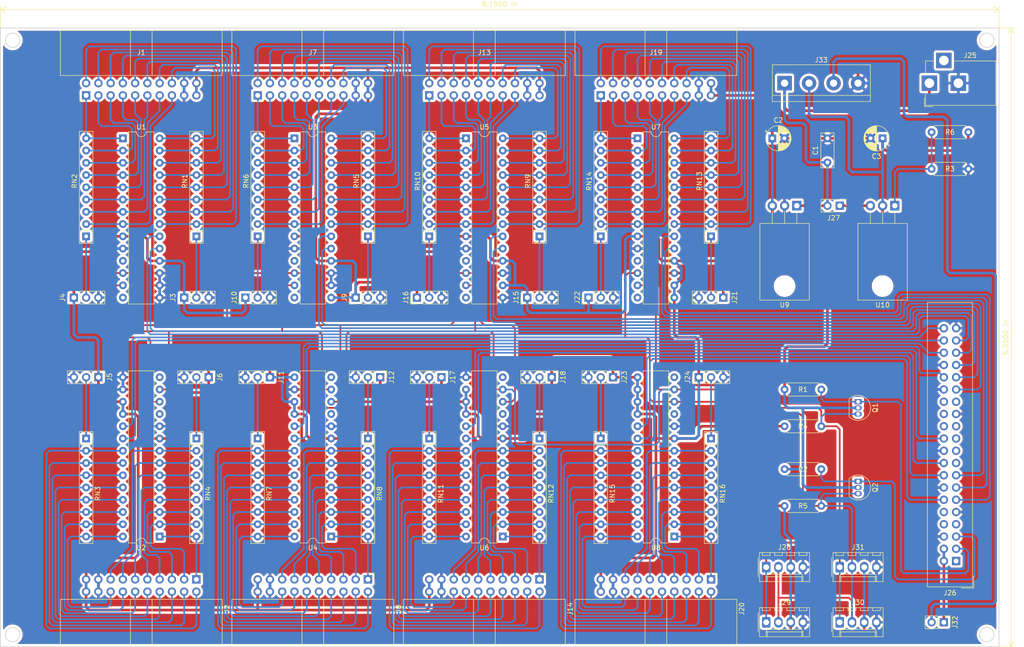
<source format=kicad_pcb>
(kicad_pcb (version 20171130) (host pcbnew "(5.1.5)-3")
  (layers (0 F.Cu signal) (31 B.Cu signal) (34 B.Paste user) (35 F.Paste user) (36 B.SilkS user) (37 F.SilkS user) (38 B.Mask user) (39 F.Mask user) (44 Edge.Cuts user))
  (net 0 "")
  (net 1 +9V)
  (net 2 GND)
  (net 3 +5V)
  (net 4 +3V3)
  (net 5 /GPIOA07)
  (net 6 /GPIOB07)
  (net 7 /GPIOA06)
  (net 8 /GPIOB06)
  (net 9 /GPIOA05)
  (net 10 /GPIOB05)
  (net 11 /GPIOA04)
  (net 12 /GPIOB04)
  (net 13 /GPIOA03)
  (net 14 /GPIOB03)
  (net 15 /GPIOA02)
  (net 16 /GPIOB02)
  (net 17 /GPIOA01)
  (net 18 /GPIOB01)
  (net 19 /GPIOA00)
  (net 20 /GPIOB00)
  (net 21 /GPIOB40)
  (net 22 /GPIOA40)
  (net 23 /GPIOB41)
  (net 24 /GPIOA41)
  (net 25 /GPIOB42)
  (net 26 /GPIOA42)
  (net 27 /GPIOB43)
  (net 28 /GPIOA43)
  (net 29 /GPIOB44)
  (net 30 /GPIOA44)
  (net 31 /GPIOB45)
  (net 32 /GPIOA45)
  (net 33 /GPIOB46)
  (net 34 /GPIOA46)
  (net 35 /GPIOB47)
  (net 36 /GPIOA47)
  (net 37 /CA0)
  (net 38 /CB0)
  (net 39 /CA4)
  (net 40 /CB4)
  (net 41 /GPIOB10)
  (net 42 /GPIOA10)
  (net 43 /GPIOB11)
  (net 44 /GPIOA11)
  (net 45 /GPIOB12)
  (net 46 /GPIOA12)
  (net 47 /GPIOB13)
  (net 48 /GPIOA13)
  (net 49 /GPIOB14)
  (net 50 /GPIOA14)
  (net 51 /GPIOB15)
  (net 52 /GPIOA15)
  (net 53 /GPIOB16)
  (net 54 /GPIOA16)
  (net 55 /GPIOB17)
  (net 56 /GPIOA17)
  (net 57 /GPIOA57)
  (net 58 /GPIOB57)
  (net 59 /GPIOA56)
  (net 60 /GPIOB56)
  (net 61 /GPIOA55)
  (net 62 /GPIOB55)
  (net 63 /GPIOA54)
  (net 64 /GPIOB54)
  (net 65 /GPIOA53)
  (net 66 /GPIOB53)
  (net 67 /GPIOA52)
  (net 68 /GPIOB52)
  (net 69 /GPIOA51)
  (net 70 /GPIOB51)
  (net 71 /GPIOA50)
  (net 72 /GPIOB50)
  (net 73 /CA1)
  (net 74 /CB1)
  (net 75 /CA5)
  (net 76 /CB5)
  (net 77 /GPIOB20)
  (net 78 /GPIOA20)
  (net 79 /GPIOB21)
  (net 80 /GPIOA21)
  (net 81 /GPIOB22)
  (net 82 /GPIOA22)
  (net 83 /GPIOB23)
  (net 84 /GPIOA23)
  (net 85 /GPIOB24)
  (net 86 /GPIOA24)
  (net 87 /GPIOB25)
  (net 88 /GPIOA25)
  (net 89 /GPIOB26)
  (net 90 /GPIOA26)
  (net 91 /GPIOB27)
  (net 92 /GPIOA27)
  (net 93 /GPIOA67)
  (net 94 /GPIOB67)
  (net 95 /GPIOA66)
  (net 96 /GPIOB66)
  (net 97 /GPIOA65)
  (net 98 /GPIOB65)
  (net 99 /GPIOA64)
  (net 100 /GPIOB64)
  (net 101 /GPIOA63)
  (net 102 /GPIOB63)
  (net 103 /GPIOA62)
  (net 104 /GPIOB62)
  (net 105 /GPIOA61)
  (net 106 /GPIOB61)
  (net 107 /GPIOA60)
  (net 108 /GPIOB60)
  (net 109 /CA2)
  (net 110 /CB2)
  (net 111 /CA6)
  (net 112 /CB6)
  (net 113 /GPIOB30)
  (net 114 /GPIOA30)
  (net 115 /GPIOB31)
  (net 116 /GPIOA31)
  (net 117 /GPIOB32)
  (net 118 /GPIOA32)
  (net 119 /GPIOB33)
  (net 120 /GPIOA33)
  (net 121 /GPIOB34)
  (net 122 /GPIOA34)
  (net 123 /GPIOB35)
  (net 124 /GPIOA35)
  (net 125 /GPIOB36)
  (net 126 /GPIOA36)
  (net 127 /GPIOB37)
  (net 128 /GPIOA37)
  (net 129 /GPIOA77)
  (net 130 /GPIOB77)
  (net 131 /GPIOA76)
  (net 132 /GPIOB76)
  (net 133 /GPIOA75)
  (net 134 /GPIOB75)
  (net 135 /GPIOA74)
  (net 136 /GPIOB74)
  (net 137 /GPIOA73)
  (net 138 /GPIOB73)
  (net 139 /GPIOA72)
  (net 140 /GPIOB72)
  (net 141 /GPIOA71)
  (net 142 /GPIOB71)
  (net 143 /GPIOA70)
  (net 144 /GPIOB70)
  (net 145 /CA3)
  (net 146 /CB3)
  (net 147 /CA7)
  (net 148 /CB7)
  (net 149 "Net-(J26-Pad1)")
  (net 150 /SDA)
  (net 151 /SCL)
  (net 152 "Net-(J26-Pad7)")
  (net 153 "Net-(J26-Pad8)")
  (net 154 "Net-(J26-Pad10)")
  (net 155 "Net-(J26-Pad17)")
  (net 156 "Net-(J26-Pad19)")
  (net 157 "Net-(J26-Pad21)")
  (net 158 "Net-(J26-Pad23)")
  (net 159 "Net-(J26-Pad24)")
  (net 160 "Net-(J26-Pad26)")
  (net 161 "Net-(J26-Pad27)")
  (net 162 "Net-(J26-Pad28)")
  (net 163 /SDA5V)
  (net 164 /SCL5V)
  (net 165 "Net-(R3-Pad1)")
  (net 166 "Net-(U1-Pad14)")
  (net 167 "Net-(U1-Pad11)")
  (net 168 /INTB0)
  (net 169 /INTA0)
  (net 170 /INTA4)
  (net 171 /INTB4)
  (net 172 "Net-(U2-Pad11)")
  (net 173 "Net-(U2-Pad14)")
  (net 174 "Net-(U3-Pad14)")
  (net 175 "Net-(U3-Pad11)")
  (net 176 /INTB1)
  (net 177 /INTA1)
  (net 178 /INTA5)
  (net 179 /INTB5)
  (net 180 "Net-(U4-Pad11)")
  (net 181 "Net-(U4-Pad14)")
  (net 182 /INTA2)
  (net 183 /INTB2)
  (net 184 "Net-(U5-Pad11)")
  (net 185 "Net-(U5-Pad14)")
  (net 186 "Net-(U6-Pad14)")
  (net 187 "Net-(U6-Pad11)")
  (net 188 /INTB6)
  (net 189 /INTA6)
  (net 190 /INTA3)
  (net 191 /INTB3)
  (net 192 "Net-(U7-Pad11)")
  (net 193 "Net-(U7-Pad14)")
  (net 194 "Net-(U8-Pad14)")
  (net 195 "Net-(U8-Pad11)")
  (net 196 /INTB7)
  (net 197 /INTA7)
  (net 198 /ENBL3.3)
  (net 199 /+5VPIA)
  (net 200 /+5VPIB)
  (module Package_TO_SOT_THT:TO-220-3_Horizontal_TabDown (layer F.Cu) (at 208.28 68.58 180)
    (fp_text reference U9 (at 2.54 -20.58 180) (layer F.SilkS))
    (fp_text value LM7805)
    (pad 3 thru_hole oval (at 5.08 0 180) (size 1.905 2) (drill 1.1) (layers *.Cu *.Mask) (net 3 +5V))
    (pad 2 thru_hole oval (at 2.54 0 180) (size 1.905 2) (drill 1.1) (layers *.Cu *.Mask) (net 2 GND))
    (pad 1 thru_hole rect (at 0 0 180) (size 1.905 2) (drill 1.1) (layers *.Cu *.Mask) (net 1 +9V))
    (pad "" np_thru_hole oval (at 2.54 -16.66 180) (size 3.5 3.5) (drill 3.5) (layers *.Cu *.Mask))
  )
  (module Connector_IDC:IDC-Header_2x20_P2.54mm_Vertical (layer F.Cu) (at 241.3 142.24 180)
    (fp_text reference J26 (at 1.27 -6.604) (layer F.SilkS))
    (fp_text value Raspberry)
    (pad 1 thru_hole rect (at 0 0 180) (size 1.7272 1.7272) (drill 1.016) (layers *.Cu *.Mask) (net 149 "Net-(J26-Pad1)"))
    (pad 2 thru_hole oval (at 2.54 0 180) (size 1.7272 1.7272) (drill 1.016) (layers *.Cu *.Mask) (net 200 /+5VPIB))
    (pad 3 thru_hole oval (at 0 2.54 180) (size 1.7272 1.7272) (drill 1.016) (layers *.Cu *.Mask) (net 150 /SDA))
    (pad 4 thru_hole oval (at 2.54 2.54 180) (size 1.7272 1.7272) (drill 1.016) (layers *.Cu *.Mask) (net 200 /+5VPIB))
    (pad 5 thru_hole oval (at 0 5.08 180) (size 1.7272 1.7272) (drill 1.016) (layers *.Cu *.Mask) (net 151 /SCL))
    (pad 6 thru_hole oval (at 2.54 5.08 180) (size 1.7272 1.7272) (drill 1.016) (layers *.Cu *.Mask) (net 2 GND))
    (pad 7 thru_hole oval (at 0 7.62 180) (size 1.7272 1.7272) (drill 1.016) (layers *.Cu *.Mask) (net 152 "Net-(J26-Pad7)"))
    (pad 8 thru_hole oval (at 2.54 7.62 180) (size 1.7272 1.7272) (drill 1.016) (layers *.Cu *.Mask) (net 153 "Net-(J26-Pad8)"))
    (pad 9 thru_hole oval (at 0 10.16 180) (size 1.7272 1.7272) (drill 1.016) (layers *.Cu *.Mask) (net 2 GND))
    (pad 10 thru_hole oval (at 2.54 10.16 180) (size 1.7272 1.7272) (drill 1.016) (layers *.Cu *.Mask) (net 154 "Net-(J26-Pad10)"))
    (pad 11 thru_hole oval (at 0 12.7 180) (size 1.7272 1.7272) (drill 1.016) (layers *.Cu *.Mask) (net 190 /INTA3))
    (pad 12 thru_hole oval (at 2.54 12.7 180) (size 1.7272 1.7272) (drill 1.016) (layers *.Cu *.Mask) (net 196 /INTB7))
    (pad 13 thru_hole oval (at 0 15.24 180) (size 1.7272 1.7272) (drill 1.016) (layers *.Cu *.Mask) (net 191 /INTB3))
    (pad 14 thru_hole oval (at 2.54 15.24 180) (size 1.7272 1.7272) (drill 1.016) (layers *.Cu *.Mask) (net 2 GND))
    (pad 15 thru_hole oval (at 0 17.78 180) (size 1.7272 1.7272) (drill 1.016) (layers *.Cu *.Mask) (net 182 /INTA2))
    (pad 16 thru_hole oval (at 2.54 17.78 180) (size 1.7272 1.7272) (drill 1.016) (layers *.Cu *.Mask) (net 197 /INTA7))
    (pad 17 thru_hole oval (at 0 20.32 180) (size 1.7272 1.7272) (drill 1.016) (layers *.Cu *.Mask) (net 155 "Net-(J26-Pad17)"))
    (pad 18 thru_hole oval (at 2.54 20.32 180) (size 1.7272 1.7272) (drill 1.016) (layers *.Cu *.Mask) (net 188 /INTB6))
    (pad 19 thru_hole oval (at 0 22.86 180) (size 1.7272 1.7272) (drill 1.016) (layers *.Cu *.Mask) (net 156 "Net-(J26-Pad19)"))
    (pad 20 thru_hole oval (at 2.54 22.86 180) (size 1.7272 1.7272) (drill 1.016) (layers *.Cu *.Mask) (net 2 GND))
    (pad 21 thru_hole oval (at 0 25.4 180) (size 1.7272 1.7272) (drill 1.016) (layers *.Cu *.Mask) (net 157 "Net-(J26-Pad21)"))
    (pad 22 thru_hole oval (at 2.54 25.4 180) (size 1.7272 1.7272) (drill 1.016) (layers *.Cu *.Mask) (net 189 /INTA6))
    (pad 23 thru_hole oval (at 0 27.94 180) (size 1.7272 1.7272) (drill 1.016) (layers *.Cu *.Mask) (net 158 "Net-(J26-Pad23)"))
    (pad 24 thru_hole oval (at 2.54 27.94 180) (size 1.7272 1.7272) (drill 1.016) (layers *.Cu *.Mask) (net 159 "Net-(J26-Pad24)"))
    (pad 25 thru_hole oval (at 0 30.48 180) (size 1.7272 1.7272) (drill 1.016) (layers *.Cu *.Mask) (net 2 GND))
    (pad 26 thru_hole oval (at 2.54 30.48 180) (size 1.7272 1.7272) (drill 1.016) (layers *.Cu *.Mask) (net 160 "Net-(J26-Pad26)"))
    (pad 27 thru_hole oval (at 0 33.02 180) (size 1.7272 1.7272) (drill 1.016) (layers *.Cu *.Mask) (net 161 "Net-(J26-Pad27)"))
    (pad 28 thru_hole oval (at 2.54 33.02 180) (size 1.7272 1.7272) (drill 1.016) (layers *.Cu *.Mask) (net 162 "Net-(J26-Pad28)"))
    (pad 29 thru_hole oval (at 0 35.56 180) (size 1.7272 1.7272) (drill 1.016) (layers *.Cu *.Mask) (net 183 /INTB2))
    (pad 30 thru_hole oval (at 2.54 35.56 180) (size 1.7272 1.7272) (drill 1.016) (layers *.Cu *.Mask) (net 2 GND))
    (pad 31 thru_hole oval (at 0 38.1 180) (size 1.7272 1.7272) (drill 1.016) (layers *.Cu *.Mask) (net 177 /INTA1))
    (pad 32 thru_hole oval (at 2.54 38.1 180) (size 1.7272 1.7272) (drill 1.016) (layers *.Cu *.Mask) (net 179 /INTB5))
    (pad 33 thru_hole oval (at 0 40.64 180) (size 1.7272 1.7272) (drill 1.016) (layers *.Cu *.Mask) (net 176 /INTB1))
    (pad 34 thru_hole oval (at 2.54 40.64 180) (size 1.7272 1.7272) (drill 1.016) (layers *.Cu *.Mask) (net 2 GND))
    (pad 35 thru_hole oval (at 0 43.18 180) (size 1.7272 1.7272) (drill 1.016) (layers *.Cu *.Mask) (net 169 /INTA0))
    (pad 36 thru_hole oval (at 2.54 43.18 180) (size 1.7272 1.7272) (drill 1.016) (layers *.Cu *.Mask) (net 178 /INTA5))
    (pad 37 thru_hole oval (at 0 45.72 180) (size 1.7272 1.7272) (drill 1.016) (layers *.Cu *.Mask) (net 168 /INTB0))
    (pad 38 thru_hole oval (at 2.54 45.72 180) (size 1.7272 1.7272) (drill 1.016) (layers *.Cu *.Mask) (net 171 /INTB4))
    (pad 39 thru_hole oval (at 0 48.26 180) (size 1.7272 1.7272) (drill 1.016) (layers *.Cu *.Mask) (net 2 GND))
    (pad 40 thru_hole oval (at 2.54 48.26 180) (size 1.7272 1.7272) (drill 1.016) (layers *.Cu *.Mask) (net 170 /INTA4))
  )
  (module Connector_IDC:IDC-Header_2x10_P2.54mm_Horizontal (layer F.Cu) (at 167.64 45.72 90)
    (fp_text reference J19 (at 8.89 11.43 180) (layer F.SilkS))
    (fp_text value OUT48-64)
    (pad 1 thru_hole rect (at 0 0 90) (size 1.7272 1.7272) (drill 1.016) (layers *.Cu *.Mask) (net 113 /GPIOB30))
    (pad 2 thru_hole oval (at 2.54 0 90) (size 1.7272 1.7272) (drill 1.016) (layers *.Cu *.Mask) (net 114 /GPIOA30))
    (pad 3 thru_hole oval (at 0 2.54 90) (size 1.7272 1.7272) (drill 1.016) (layers *.Cu *.Mask) (net 115 /GPIOB31))
    (pad 4 thru_hole oval (at 2.54 2.54 90) (size 1.7272 1.7272) (drill 1.016) (layers *.Cu *.Mask) (net 116 /GPIOA31))
    (pad 5 thru_hole oval (at 0 5.08 90) (size 1.7272 1.7272) (drill 1.016) (layers *.Cu *.Mask) (net 117 /GPIOB32))
    (pad 6 thru_hole oval (at 2.54 5.08 90) (size 1.7272 1.7272) (drill 1.016) (layers *.Cu *.Mask) (net 118 /GPIOA32))
    (pad 7 thru_hole oval (at 0 7.62 90) (size 1.7272 1.7272) (drill 1.016) (layers *.Cu *.Mask) (net 119 /GPIOB33))
    (pad 8 thru_hole oval (at 2.54 7.62 90) (size 1.7272 1.7272) (drill 1.016) (layers *.Cu *.Mask) (net 120 /GPIOA33))
    (pad 9 thru_hole oval (at 0 10.16 90) (size 1.7272 1.7272) (drill 1.016) (layers *.Cu *.Mask) (net 121 /GPIOB34))
    (pad 10 thru_hole oval (at 2.54 10.16 90) (size 1.7272 1.7272) (drill 1.016) (layers *.Cu *.Mask) (net 122 /GPIOA34))
    (pad 11 thru_hole oval (at 0 12.7 90) (size 1.7272 1.7272) (drill 1.016) (layers *.Cu *.Mask) (net 123 /GPIOB35))
    (pad 12 thru_hole oval (at 2.54 12.7 90) (size 1.7272 1.7272) (drill 1.016) (layers *.Cu *.Mask) (net 124 /GPIOA35))
    (pad 13 thru_hole oval (at 0 15.24 90) (size 1.7272 1.7272) (drill 1.016) (layers *.Cu *.Mask) (net 125 /GPIOB36))
    (pad 14 thru_hole oval (at 2.54 15.24 90) (size 1.7272 1.7272) (drill 1.016) (layers *.Cu *.Mask) (net 126 /GPIOA36))
    (pad 15 thru_hole oval (at 0 17.78 90) (size 1.7272 1.7272) (drill 1.016) (layers *.Cu *.Mask) (net 127 /GPIOB37))
    (pad 16 thru_hole oval (at 2.54 17.78 90) (size 1.7272 1.7272) (drill 1.016) (layers *.Cu *.Mask) (net 128 /GPIOA37))
    (pad 17 thru_hole oval (at 0 20.32 90) (size 1.7272 1.7272) (drill 1.016) (layers *.Cu *.Mask) (net 2 GND))
    (pad 18 thru_hole oval (at 2.54 20.32 90) (size 1.7272 1.7272) (drill 1.016) (layers *.Cu *.Mask) (net 2 GND))
    (pad 19 thru_hole oval (at 0 22.86 90) (size 1.7272 1.7272) (drill 1.016) (layers *.Cu *.Mask) (net 3 +5V))
    (pad 20 thru_hole oval (at 2.54 22.86 90) (size 1.7272 1.7272) (drill 1.016) (layers *.Cu *.Mask) (net 3 +5V))
  )
  (module Connector_Molex:Molex_KK-254_AE-6410-04A_1x04_P2.54mm_Vertical (layer F.Cu) (at 217.17 154.94)
    (fp_text reference J30 (at 3.81 -4.12) (layer F.SilkS))
    (fp_text value Expd03)
    (pad 4 thru_hole oval (at 7.62 0) (size 1.74 2.2) (drill 1.2) (layers *.Cu *.Mask) (net 2 GND))
    (pad 3 thru_hole oval (at 5.08 0) (size 1.74 2.2) (drill 1.2) (layers *.Cu *.Mask) (net 3 +5V))
    (pad 2 thru_hole oval (at 2.54 0) (size 1.74 2.2) (drill 1.2) (layers *.Cu *.Mask) (net 164 /SCL5V))
    (pad 1 thru_hole roundrect (at 0 0) (size 1.74 2.2) (drill 1.2) (layers *.Cu *.Mask) (roundrect_rratio 0.143678) (net 163 /SDA5V))
  )
  (module Connector_Molex:Molex_KK-254_AE-6410-04A_1x04_P2.54mm_Vertical (layer F.Cu) (at 201.93 154.94)
    (fp_text reference J29 (at 3.81 -4.12) (layer F.SilkS))
    (fp_text value Expd02)
    (pad 4 thru_hole oval (at 7.62 0) (size 1.74 2.2) (drill 1.2) (layers *.Cu *.Mask) (net 2 GND))
    (pad 3 thru_hole oval (at 5.08 0) (size 1.74 2.2) (drill 1.2) (layers *.Cu *.Mask) (net 3 +5V))
    (pad 2 thru_hole oval (at 2.54 0) (size 1.74 2.2) (drill 1.2) (layers *.Cu *.Mask) (net 164 /SCL5V))
    (pad 1 thru_hole roundrect (at 0 0) (size 1.74 2.2) (drill 1.2) (layers *.Cu *.Mask) (roundrect_rratio 0.143678) (net 163 /SDA5V))
  )
  (module Connector_Molex:Molex_KK-254_AE-6410-04A_1x04_P2.54mm_Vertical (layer F.Cu) (at 201.93 143.51)
    (fp_text reference J28 (at 3.81 -4.12) (layer F.SilkS))
    (fp_text value Exp01)
    (pad 4 thru_hole oval (at 7.62 0) (size 1.74 2.2) (drill 1.2) (layers *.Cu *.Mask) (net 2 GND))
    (pad 3 thru_hole oval (at 5.08 0) (size 1.74 2.2) (drill 1.2) (layers *.Cu *.Mask) (net 3 +5V))
    (pad 2 thru_hole oval (at 2.54 0) (size 1.74 2.2) (drill 1.2) (layers *.Cu *.Mask) (net 164 /SCL5V))
    (pad 1 thru_hole roundrect (at 0 0) (size 1.74 2.2) (drill 1.2) (layers *.Cu *.Mask) (roundrect_rratio 0.143678) (net 163 /SDA5V))
  )
  (module Capacitor_THT:C_Rect_L7.0mm_W2.5mm_P5.00mm (layer F.Cu) (at 214.63 59.61 90)
    (fp_text reference C1 (at 2.5 -2.5 270) (layer F.SilkS))
    (fp_text value 100nF)
    (pad 1 thru_hole circle (at 0 0 90) (size 1.6 1.6) (drill 0.8) (layers *.Cu *.Mask) (net 1 +9V))
    (pad 2 thru_hole circle (at 5 0 90) (size 1.6 1.6) (drill 0.8) (layers *.Cu *.Mask) (net 2 GND))
  )
  (module Capacitor_THT:CP_Radial_D5.0mm_P2.50mm (layer F.Cu) (at 203.2 54.61)
    (fp_text reference C2 (at 1.25 -3.75) (layer F.SilkS))
    (fp_text value 1uF)
    (pad 2 thru_hole circle (at 2.5 0) (size 1.6 1.6) (drill 0.8) (layers *.Cu *.Mask) (net 2 GND))
    (pad 1 thru_hole rect (at 0 0) (size 1.6 1.6) (drill 0.8) (layers *.Cu *.Mask) (net 3 +5V))
  )
  (module Capacitor_THT:CP_Radial_D5.0mm_P2.50mm (layer F.Cu) (at 226.06 54.61 180)
    (fp_text reference C3 (at 1.25 -3.75 180) (layer F.SilkS))
    (fp_text value 1uF)
    (pad 1 thru_hole rect (at 0 0 180) (size 1.6 1.6) (drill 0.8) (layers *.Cu *.Mask) (net 4 +3V3))
    (pad 2 thru_hole circle (at 2.5 0 180) (size 1.6 1.6) (drill 0.8) (layers *.Cu *.Mask) (net 2 GND))
  )
  (module Connector_PinHeader_2.54mm:PinHeader_1x03_P2.54mm_Vertical (layer F.Cu) (at 81.28 87.63 90)
    (fp_text reference J3 (at 0 -2.33 270) (layer F.SilkS))
    (fp_text value ComGPIOA0)
    (pad 3 thru_hole oval (at 0 5.08 90) (size 1.7 1.7) (drill 1) (layers *.Cu *.Mask) (net 2 GND))
    (pad 2 thru_hole oval (at 0 2.54 90) (size 1.7 1.7) (drill 1) (layers *.Cu *.Mask) (net 37 /CA0))
    (pad 1 thru_hole rect (at 0 0 90) (size 1.7 1.7) (drill 1) (layers *.Cu *.Mask) (net 3 +5V))
  )
  (module Connector_PinHeader_2.54mm:PinHeader_1x03_P2.54mm_Vertical (layer F.Cu) (at 58.42 87.63 90)
    (fp_text reference J4 (at 0 -2.33 270) (layer F.SilkS))
    (fp_text value ComGPIOB0)
    (pad 1 thru_hole rect (at 0 0 90) (size 1.7 1.7) (drill 1) (layers *.Cu *.Mask) (net 3 +5V))
    (pad 2 thru_hole oval (at 0 2.54 90) (size 1.7 1.7) (drill 1) (layers *.Cu *.Mask) (net 38 /CB0))
    (pad 3 thru_hole oval (at 0 5.08 90) (size 1.7 1.7) (drill 1) (layers *.Cu *.Mask) (net 2 GND))
  )
  (module Connector_PinHeader_2.54mm:PinHeader_1x03_P2.54mm_Vertical (layer F.Cu) (at 63.5 104.14 270)
    (fp_text reference J5 (at 0 -2.33 90) (layer F.SilkS))
    (fp_text value ComGPIOA4)
    (pad 1 thru_hole rect (at 0 0 270) (size 1.7 1.7) (drill 1) (layers *.Cu *.Mask) (net 3 +5V))
    (pad 2 thru_hole oval (at 0 2.54 270) (size 1.7 1.7) (drill 1) (layers *.Cu *.Mask) (net 39 /CA4))
    (pad 3 thru_hole oval (at 0 5.08 270) (size 1.7 1.7) (drill 1) (layers *.Cu *.Mask) (net 2 GND))
  )
  (module Connector_PinHeader_2.54mm:PinHeader_1x03_P2.54mm_Vertical (layer F.Cu) (at 86.36 104.14 270)
    (fp_text reference J6 (at 0 -2.33 90) (layer F.SilkS))
    (fp_text value ComGPIOB4)
    (pad 3 thru_hole oval (at 0 5.08 270) (size 1.7 1.7) (drill 1) (layers *.Cu *.Mask) (net 2 GND))
    (pad 2 thru_hole oval (at 0 2.54 270) (size 1.7 1.7) (drill 1) (layers *.Cu *.Mask) (net 40 /CB4))
    (pad 1 thru_hole rect (at 0 0 270) (size 1.7 1.7) (drill 1) (layers *.Cu *.Mask) (net 3 +5V))
  )
  (module Connector_PinHeader_2.54mm:PinHeader_1x03_P2.54mm_Vertical (layer F.Cu) (at 116.84 87.63 90)
    (fp_text reference J9 (at 0 -2.33 270) (layer F.SilkS))
    (fp_text value ComGPIOA1)
    (pad 1 thru_hole rect (at 0 0 90) (size 1.7 1.7) (drill 1) (layers *.Cu *.Mask) (net 3 +5V))
    (pad 2 thru_hole oval (at 0 2.54 90) (size 1.7 1.7) (drill 1) (layers *.Cu *.Mask) (net 73 /CA1))
    (pad 3 thru_hole oval (at 0 5.08 90) (size 1.7 1.7) (drill 1) (layers *.Cu *.Mask) (net 2 GND))
  )
  (module Connector_PinHeader_2.54mm:PinHeader_1x03_P2.54mm_Vertical (layer F.Cu) (at 93.98 87.63 90)
    (fp_text reference J10 (at 0 -2.33 270) (layer F.SilkS))
    (fp_text value ComGPIOB1)
    (pad 3 thru_hole oval (at 0 5.08 90) (size 1.7 1.7) (drill 1) (layers *.Cu *.Mask) (net 2 GND))
    (pad 2 thru_hole oval (at 0 2.54 90) (size 1.7 1.7) (drill 1) (layers *.Cu *.Mask) (net 74 /CB1))
    (pad 1 thru_hole rect (at 0 0 90) (size 1.7 1.7) (drill 1) (layers *.Cu *.Mask) (net 3 +5V))
  )
  (module Connector_PinHeader_2.54mm:PinHeader_1x03_P2.54mm_Vertical (layer F.Cu) (at 99.06 104.14 270)
    (fp_text reference J11 (at 0 -2.33 90) (layer F.SilkS))
    (fp_text value ComGPIOA5)
    (pad 1 thru_hole rect (at 0 0 270) (size 1.7 1.7) (drill 1) (layers *.Cu *.Mask) (net 3 +5V))
    (pad 2 thru_hole oval (at 0 2.54 270) (size 1.7 1.7) (drill 1) (layers *.Cu *.Mask) (net 75 /CA5))
    (pad 3 thru_hole oval (at 0 5.08 270) (size 1.7 1.7) (drill 1) (layers *.Cu *.Mask) (net 2 GND))
  )
  (module Connector_PinHeader_2.54mm:PinHeader_1x03_P2.54mm_Vertical (layer F.Cu) (at 121.92 104.14 270)
    (fp_text reference J12 (at 0 -2.33 90) (layer F.SilkS))
    (fp_text value ComGPIOB5)
    (pad 1 thru_hole rect (at 0 0 270) (size 1.7 1.7) (drill 1) (layers *.Cu *.Mask) (net 3 +5V))
    (pad 2 thru_hole oval (at 0 2.54 270) (size 1.7 1.7) (drill 1) (layers *.Cu *.Mask) (net 76 /CB5))
    (pad 3 thru_hole oval (at 0 5.08 270) (size 1.7 1.7) (drill 1) (layers *.Cu *.Mask) (net 2 GND))
  )
  (module Connector_PinHeader_2.54mm:PinHeader_1x03_P2.54mm_Vertical (layer F.Cu) (at 152.4 87.63 90)
    (fp_text reference J15 (at 0 -2.33 270) (layer F.SilkS))
    (fp_text value ComGPIOA2)
    (pad 3 thru_hole oval (at 0 5.08 90) (size 1.7 1.7) (drill 1) (layers *.Cu *.Mask) (net 2 GND))
    (pad 2 thru_hole oval (at 0 2.54 90) (size 1.7 1.7) (drill 1) (layers *.Cu *.Mask) (net 109 /CA2))
    (pad 1 thru_hole rect (at 0 0 90) (size 1.7 1.7) (drill 1) (layers *.Cu *.Mask) (net 3 +5V))
  )
  (module Connector_PinHeader_2.54mm:PinHeader_1x03_P2.54mm_Vertical (layer F.Cu) (at 129.54 87.63 90)
    (fp_text reference J16 (at 0 -2.33 270) (layer F.SilkS))
    (fp_text value ComGPIOB2)
    (pad 3 thru_hole oval (at 0 5.08 90) (size 1.7 1.7) (drill 1) (layers *.Cu *.Mask) (net 2 GND))
    (pad 2 thru_hole oval (at 0 2.54 90) (size 1.7 1.7) (drill 1) (layers *.Cu *.Mask) (net 110 /CB2))
    (pad 1 thru_hole rect (at 0 0 90) (size 1.7 1.7) (drill 1) (layers *.Cu *.Mask) (net 3 +5V))
  )
  (module Connector_PinHeader_2.54mm:PinHeader_1x03_P2.54mm_Vertical (layer F.Cu) (at 134.62 104.14 270)
    (fp_text reference J17 (at 0 -2.33 90) (layer F.SilkS))
    (fp_text value ComGPIOA6)
    (pad 1 thru_hole rect (at 0 0 270) (size 1.7 1.7) (drill 1) (layers *.Cu *.Mask) (net 3 +5V))
    (pad 2 thru_hole oval (at 0 2.54 270) (size 1.7 1.7) (drill 1) (layers *.Cu *.Mask) (net 111 /CA6))
    (pad 3 thru_hole oval (at 0 5.08 270) (size 1.7 1.7) (drill 1) (layers *.Cu *.Mask) (net 2 GND))
  )
  (module Connector_PinHeader_2.54mm:PinHeader_1x03_P2.54mm_Vertical (layer F.Cu) (at 157.48 104.14 270)
    (fp_text reference J18 (at 0 -2.33 90) (layer F.SilkS))
    (fp_text value ComGPIOB6)
    (pad 3 thru_hole oval (at 0 5.08 270) (size 1.7 1.7) (drill 1) (layers *.Cu *.Mask) (net 2 GND))
    (pad 2 thru_hole oval (at 0 2.54 270) (size 1.7 1.7) (drill 1) (layers *.Cu *.Mask) (net 112 /CB6))
    (pad 1 thru_hole rect (at 0 0 270) (size 1.7 1.7) (drill 1) (layers *.Cu *.Mask) (net 3 +5V))
  )
  (module Connector_PinHeader_2.54mm:PinHeader_1x03_P2.54mm_Vertical (layer F.Cu) (at 193.04 87.63 270)
    (fp_text reference J21 (at 0 -2.33 270) (layer F.SilkS))
    (fp_text value ComGPIOA3)
    (pad 1 thru_hole rect (at 0 0 270) (size 1.7 1.7) (drill 1) (layers *.Cu *.Mask) (net 3 +5V))
    (pad 2 thru_hole oval (at 0 2.54 270) (size 1.7 1.7) (drill 1) (layers *.Cu *.Mask) (net 145 /CA3))
    (pad 3 thru_hole oval (at 0 5.08 270) (size 1.7 1.7) (drill 1) (layers *.Cu *.Mask) (net 2 GND))
  )
  (module Connector_PinHeader_2.54mm:PinHeader_1x03_P2.54mm_Vertical (layer F.Cu) (at 165.1 87.63 90)
    (fp_text reference J22 (at 0 -2.33 270) (layer F.SilkS))
    (fp_text value ComGPIOB3)
    (pad 1 thru_hole rect (at 0 0 90) (size 1.7 1.7) (drill 1) (layers *.Cu *.Mask) (net 3 +5V))
    (pad 2 thru_hole oval (at 0 2.54 90) (size 1.7 1.7) (drill 1) (layers *.Cu *.Mask) (net 146 /CB3))
    (pad 3 thru_hole oval (at 0 5.08 90) (size 1.7 1.7) (drill 1) (layers *.Cu *.Mask) (net 2 GND))
  )
  (module Connector_PinHeader_2.54mm:PinHeader_1x03_P2.54mm_Vertical (layer F.Cu) (at 170.18 104.14 270)
    (fp_text reference J23 (at 0 -2.33 90) (layer F.SilkS))
    (fp_text value ComGPIOA7)
    (pad 3 thru_hole oval (at 0 5.08 270) (size 1.7 1.7) (drill 1) (layers *.Cu *.Mask) (net 2 GND))
    (pad 2 thru_hole oval (at 0 2.54 270) (size 1.7 1.7) (drill 1) (layers *.Cu *.Mask) (net 147 /CA7))
    (pad 1 thru_hole rect (at 0 0 270) (size 1.7 1.7) (drill 1) (layers *.Cu *.Mask) (net 3 +5V))
  )
  (module Connector_PinHeader_2.54mm:PinHeader_1x03_P2.54mm_Vertical (layer F.Cu) (at 187.96 104.14 90)
    (fp_text reference J24 (at 0 -2.33 90) (layer F.SilkS))
    (fp_text value ComGPIOB7)
    (pad 3 thru_hole oval (at 0 5.08 90) (size 1.7 1.7) (drill 1) (layers *.Cu *.Mask) (net 2 GND))
    (pad 2 thru_hole oval (at 0 2.54 90) (size 1.7 1.7) (drill 1) (layers *.Cu *.Mask) (net 148 /CB7))
    (pad 1 thru_hole rect (at 0 0 90) (size 1.7 1.7) (drill 1) (layers *.Cu *.Mask) (net 3 +5V))
  )
  (module Connector_BarrelJack:BarrelJack_CUI_PJ-102AH_Horizontal (layer F.Cu) (at 235.76 43.18 90)
    (fp_text reference J25 (at 5.75 8.45 180) (layer F.SilkS))
    (fp_text value "9V - 12V DC")
    (pad 1 thru_hole rect (at 0 0 90) (size 3.2 3.2) (drill 2) (layers *.Cu *.Mask) (net 1 +9V))
    (pad 2 thru_hole rect (at 0 6 90) (size 3.2 3.2) (drill 2) (layers *.Cu *.Mask) (net 2 GND))
    (pad 3 thru_hole rect (at 4.7 3 90) (size 3.2 3.2) (drill 2) (layers *.Cu *.Mask))
  )
  (module Package_TO_SOT_THT:TO-92_Inline (layer F.Cu) (at 220.98 109.22 270)
    (fp_text reference Q1 (at 1.27 -3.56 270) (layer F.SilkS))
    (fp_text value 2N7000)
    (pad 1 thru_hole rect (at 0 0 270) (size 1.05 1.5) (drill 0.75) (layers *.Cu *.Mask) (net 150 /SDA))
    (pad 3 thru_hole oval (at 2.54 0 270) (size 1.05 1.5) (drill 0.75) (layers *.Cu *.Mask) (net 163 /SDA5V))
    (pad 2 thru_hole oval (at 1.27 0 270) (size 1.05 1.5) (drill 0.75) (layers *.Cu *.Mask) (net 4 +3V3))
  )
  (module Package_TO_SOT_THT:TO-92_Inline (layer F.Cu) (at 220.98 125.73 270)
    (fp_text reference Q2 (at 1.27 -3.56 270) (layer F.SilkS))
    (fp_text value 2N7000)
    (pad 2 thru_hole oval (at 1.27 0 270) (size 1.05 1.5) (drill 0.75) (layers *.Cu *.Mask) (net 4 +3V3))
    (pad 3 thru_hole oval (at 2.54 0 270) (size 1.05 1.5) (drill 0.75) (layers *.Cu *.Mask) (net 164 /SCL5V))
    (pad 1 thru_hole rect (at 0 0 270) (size 1.05 1.5) (drill 0.75) (layers *.Cu *.Mask) (net 151 /SCL))
  )
  (module Resistor_THT:R_Axial_DIN0207_L6.3mm_D2.5mm_P7.62mm_Horizontal (layer F.Cu) (at 205.74 106.68)
    (fp_text reference R1 (at 3.81 0) (layer F.SilkS))
    (fp_text value 10K)
    (pad 1 thru_hole circle (at 0 0) (size 1.6 1.6) (drill 0.8) (layers *.Cu *.Mask) (net 4 +3V3))
    (pad 2 thru_hole oval (at 7.62 0) (size 1.6 1.6) (drill 0.8) (layers *.Cu *.Mask) (net 150 /SDA))
  )
  (module Resistor_THT:R_Axial_DIN0207_L6.3mm_D2.5mm_P7.62mm_Horizontal (layer F.Cu) (at 205.74 123.19)
    (fp_text reference R2 (at 3.81 0) (layer F.SilkS))
    (fp_text value 10K)
    (pad 2 thru_hole oval (at 7.62 0) (size 1.6 1.6) (drill 0.8) (layers *.Cu *.Mask) (net 151 /SCL))
    (pad 1 thru_hole circle (at 0 0) (size 1.6 1.6) (drill 0.8) (layers *.Cu *.Mask) (net 4 +3V3))
  )
  (module Resistor_THT:R_Axial_DIN0207_L6.3mm_D2.5mm_P7.62mm_Horizontal (layer F.Cu) (at 236.22 60.96)
    (fp_text reference R3 (at 3.81 0) (layer F.SilkS))
    (fp_text value R)
    (pad 1 thru_hole circle (at 0 0) (size 1.6 1.6) (drill 0.8) (layers *.Cu *.Mask) (net 165 "Net-(R3-Pad1)"))
    (pad 2 thru_hole oval (at 7.62 0) (size 1.6 1.6) (drill 0.8) (layers *.Cu *.Mask) (net 2 GND))
  )
  (module Resistor_THT:R_Axial_DIN0207_L6.3mm_D2.5mm_P7.62mm_Horizontal (layer F.Cu) (at 205.74 114.3)
    (fp_text reference R4 (at 3.81 0) (layer F.SilkS))
    (fp_text value 10K)
    (pad 2 thru_hole oval (at 7.62 0) (size 1.6 1.6) (drill 0.8) (layers *.Cu *.Mask) (net 163 /SDA5V))
    (pad 1 thru_hole circle (at 0 0) (size 1.6 1.6) (drill 0.8) (layers *.Cu *.Mask) (net 3 +5V))
  )
  (module Resistor_THT:R_Axial_DIN0207_L6.3mm_D2.5mm_P7.62mm_Horizontal (layer F.Cu) (at 205.74 130.81)
    (fp_text reference R5 (at 3.81 0) (layer F.SilkS))
    (fp_text value 10K)
    (pad 1 thru_hole circle (at 0 0) (size 1.6 1.6) (drill 0.8) (layers *.Cu *.Mask) (net 3 +5V))
    (pad 2 thru_hole oval (at 7.62 0) (size 1.6 1.6) (drill 0.8) (layers *.Cu *.Mask) (net 164 /SCL5V))
  )
  (module Resistor_THT:R_Axial_DIN0207_L6.3mm_D2.5mm_P7.62mm_Horizontal (layer F.Cu) (at 243.84 53.34 180)
    (fp_text reference R6 (at 3.81 0 180) (layer F.SilkS))
    (fp_text value R)
    (pad 2 thru_hole oval (at 7.62 0 180) (size 1.6 1.6) (drill 0.8) (layers *.Cu *.Mask) (net 165 "Net-(R3-Pad1)"))
    (pad 1 thru_hole circle (at 0 0 180) (size 1.6 1.6) (drill 0.8) (layers *.Cu *.Mask) (net 4 +3V3))
  )
  (module Resistor_THT:R_Array_SIP9 (layer F.Cu) (at 83.82 74.93 90)
    (fp_text reference RN1 (at 11.43 -2.4 90) (layer F.SilkS))
    (fp_text value 10K)
    (pad 1 thru_hole rect (at 0 0 90) (size 1.6 1.6) (drill 0.8) (layers *.Cu *.Mask) (net 37 /CA0))
    (pad 2 thru_hole oval (at 2.54 0 90) (size 1.6 1.6) (drill 0.8) (layers *.Cu *.Mask) (net 19 /GPIOA00))
    (pad 3 thru_hole oval (at 5.08 0 90) (size 1.6 1.6) (drill 0.8) (layers *.Cu *.Mask) (net 17 /GPIOA01))
    (pad 4 thru_hole oval (at 7.62 0 90) (size 1.6 1.6) (drill 0.8) (layers *.Cu *.Mask) (net 15 /GPIOA02))
    (pad 5 thru_hole oval (at 10.16 0 90) (size 1.6 1.6) (drill 0.8) (layers *.Cu *.Mask) (net 13 /GPIOA03))
    (pad 6 thru_hole oval (at 12.7 0 90) (size 1.6 1.6) (drill 0.8) (layers *.Cu *.Mask) (net 11 /GPIOA04))
    (pad 7 thru_hole oval (at 15.24 0 90) (size 1.6 1.6) (drill 0.8) (layers *.Cu *.Mask) (net 9 /GPIOA05))
    (pad 8 thru_hole oval (at 17.78 0 90) (size 1.6 1.6) (drill 0.8) (layers *.Cu *.Mask) (net 7 /GPIOA06))
    (pad 9 thru_hole oval (at 20.32 0 90) (size 1.6 1.6) (drill 0.8) (layers *.Cu *.Mask) (net 5 /GPIOA07))
  )
  (module Resistor_THT:R_Array_SIP9 (layer F.Cu) (at 60.96 74.93 90)
    (fp_text reference RN2 (at 11.43 -2.4 90) (layer F.SilkS))
    (fp_text value 10K)
    (pad 9 thru_hole oval (at 20.32 0 90) (size 1.6 1.6) (drill 0.8) (layers *.Cu *.Mask) (net 20 /GPIOB00))
    (pad 8 thru_hole oval (at 17.78 0 90) (size 1.6 1.6) (drill 0.8) (layers *.Cu *.Mask) (net 18 /GPIOB01))
    (pad 7 thru_hole oval (at 15.24 0 90) (size 1.6 1.6) (drill 0.8) (layers *.Cu *.Mask) (net 16 /GPIOB02))
    (pad 6 thru_hole oval (at 12.7 0 90) (size 1.6 1.6) (drill 0.8) (layers *.Cu *.Mask) (net 14 /GPIOB03))
    (pad 5 thru_hole oval (at 10.16 0 90) (size 1.6 1.6) (drill 0.8) (layers *.Cu *.Mask) (net 12 /GPIOB04))
    (pad 4 thru_hole oval (at 7.62 0 90) (size 1.6 1.6) (drill 0.8) (layers *.Cu *.Mask) (net 10 /GPIOB05))
    (pad 3 thru_hole oval (at 5.08 0 90) (size 1.6 1.6) (drill 0.8) (layers *.Cu *.Mask) (net 8 /GPIOB06))
    (pad 2 thru_hole oval (at 2.54 0 90) (size 1.6 1.6) (drill 0.8) (layers *.Cu *.Mask) (net 6 /GPIOB07))
    (pad 1 thru_hole rect (at 0 0 90) (size 1.6 1.6) (drill 0.8) (layers *.Cu *.Mask) (net 38 /CB0))
  )
  (module Resistor_THT:R_Array_SIP9 (layer F.Cu) (at 60.96 116.84 270)
    (fp_text reference RN3 (at 11.43 -2.4 270) (layer F.SilkS))
    (fp_text value 10K)
    (pad 1 thru_hole rect (at 0 0 270) (size 1.6 1.6) (drill 0.8) (layers *.Cu *.Mask) (net 39 /CA4))
    (pad 2 thru_hole oval (at 2.54 0 270) (size 1.6 1.6) (drill 0.8) (layers *.Cu *.Mask) (net 22 /GPIOA40))
    (pad 3 thru_hole oval (at 5.08 0 270) (size 1.6 1.6) (drill 0.8) (layers *.Cu *.Mask) (net 24 /GPIOA41))
    (pad 4 thru_hole oval (at 7.62 0 270) (size 1.6 1.6) (drill 0.8) (layers *.Cu *.Mask) (net 26 /GPIOA42))
    (pad 5 thru_hole oval (at 10.16 0 270) (size 1.6 1.6) (drill 0.8) (layers *.Cu *.Mask) (net 28 /GPIOA43))
    (pad 6 thru_hole oval (at 12.7 0 270) (size 1.6 1.6) (drill 0.8) (layers *.Cu *.Mask) (net 30 /GPIOA44))
    (pad 7 thru_hole oval (at 15.24 0 270) (size 1.6 1.6) (drill 0.8) (layers *.Cu *.Mask) (net 32 /GPIOA45))
    (pad 8 thru_hole oval (at 17.78 0 270) (size 1.6 1.6) (drill 0.8) (layers *.Cu *.Mask) (net 34 /GPIOA46))
    (pad 9 thru_hole oval (at 20.32 0 270) (size 1.6 1.6) (drill 0.8) (layers *.Cu *.Mask) (net 36 /GPIOA47))
  )
  (module Resistor_THT:R_Array_SIP9 (layer F.Cu) (at 83.82 116.84 270)
    (fp_text reference RN4 (at 11.43 -2.4 270) (layer F.SilkS))
    (fp_text value 10K)
    (pad 1 thru_hole rect (at 0 0 270) (size 1.6 1.6) (drill 0.8) (layers *.Cu *.Mask) (net 40 /CB4))
    (pad 2 thru_hole oval (at 2.54 0 270) (size 1.6 1.6) (drill 0.8) (layers *.Cu *.Mask) (net 35 /GPIOB47))
    (pad 3 thru_hole oval (at 5.08 0 270) (size 1.6 1.6) (drill 0.8) (layers *.Cu *.Mask) (net 33 /GPIOB46))
    (pad 4 thru_hole oval (at 7.62 0 270) (size 1.6 1.6) (drill 0.8) (layers *.Cu *.Mask) (net 31 /GPIOB45))
    (pad 5 thru_hole oval (at 10.16 0 270) (size 1.6 1.6) (drill 0.8) (layers *.Cu *.Mask) (net 29 /GPIOB44))
    (pad 6 thru_hole oval (at 12.7 0 270) (size 1.6 1.6) (drill 0.8) (layers *.Cu *.Mask) (net 27 /GPIOB43))
    (pad 7 thru_hole oval (at 15.24 0 270) (size 1.6 1.6) (drill 0.8) (layers *.Cu *.Mask) (net 25 /GPIOB42))
    (pad 8 thru_hole oval (at 17.78 0 270) (size 1.6 1.6) (drill 0.8) (layers *.Cu *.Mask) (net 23 /GPIOB41))
    (pad 9 thru_hole oval (at 20.32 0 270) (size 1.6 1.6) (drill 0.8) (layers *.Cu *.Mask) (net 21 /GPIOB40))
  )
  (module Resistor_THT:R_Array_SIP9 (layer F.Cu) (at 119.38 74.93 90)
    (fp_text reference RN5 (at 11.43 -2.4 90) (layer F.SilkS))
    (fp_text value 10K)
    (pad 1 thru_hole rect (at 0 0 90) (size 1.6 1.6) (drill 0.8) (layers *.Cu *.Mask) (net 73 /CA1))
    (pad 2 thru_hole oval (at 2.54 0 90) (size 1.6 1.6) (drill 0.8) (layers *.Cu *.Mask) (net 42 /GPIOA10))
    (pad 3 thru_hole oval (at 5.08 0 90) (size 1.6 1.6) (drill 0.8) (layers *.Cu *.Mask) (net 44 /GPIOA11))
    (pad 4 thru_hole oval (at 7.62 0 90) (size 1.6 1.6) (drill 0.8) (layers *.Cu *.Mask) (net 46 /GPIOA12))
    (pad 5 thru_hole oval (at 10.16 0 90) (size 1.6 1.6) (drill 0.8) (layers *.Cu *.Mask) (net 48 /GPIOA13))
    (pad 6 thru_hole oval (at 12.7 0 90) (size 1.6 1.6) (drill 0.8) (layers *.Cu *.Mask) (net 50 /GPIOA14))
    (pad 7 thru_hole oval (at 15.24 0 90) (size 1.6 1.6) (drill 0.8) (layers *.Cu *.Mask) (net 52 /GPIOA15))
    (pad 8 thru_hole oval (at 17.78 0 90) (size 1.6 1.6) (drill 0.8) (layers *.Cu *.Mask) (net 54 /GPIOA16))
    (pad 9 thru_hole oval (at 20.32 0 90) (size 1.6 1.6) (drill 0.8) (layers *.Cu *.Mask) (net 56 /GPIOA17))
  )
  (module Resistor_THT:R_Array_SIP9 (layer F.Cu) (at 96.52 74.93 90)
    (fp_text reference RN6 (at 11.43 -2.4 90) (layer F.SilkS))
    (fp_text value 10K)
    (pad 9 thru_hole oval (at 20.32 0 90) (size 1.6 1.6) (drill 0.8) (layers *.Cu *.Mask) (net 41 /GPIOB10))
    (pad 8 thru_hole oval (at 17.78 0 90) (size 1.6 1.6) (drill 0.8) (layers *.Cu *.Mask) (net 43 /GPIOB11))
    (pad 7 thru_hole oval (at 15.24 0 90) (size 1.6 1.6) (drill 0.8) (layers *.Cu *.Mask) (net 45 /GPIOB12))
    (pad 6 thru_hole oval (at 12.7 0 90) (size 1.6 1.6) (drill 0.8) (layers *.Cu *.Mask) (net 47 /GPIOB13))
    (pad 5 thru_hole oval (at 10.16 0 90) (size 1.6 1.6) (drill 0.8) (layers *.Cu *.Mask) (net 49 /GPIOB14))
    (pad 4 thru_hole oval (at 7.62 0 90) (size 1.6 1.6) (drill 0.8) (layers *.Cu *.Mask) (net 51 /GPIOB15))
    (pad 3 thru_hole oval (at 5.08 0 90) (size 1.6 1.6) (drill 0.8) (layers *.Cu *.Mask) (net 53 /GPIOB16))
    (pad 2 thru_hole oval (at 2.54 0 90) (size 1.6 1.6) (drill 0.8) (layers *.Cu *.Mask) (net 55 /GPIOB17))
    (pad 1 thru_hole rect (at 0 0 90) (size 1.6 1.6) (drill 0.8) (layers *.Cu *.Mask) (net 74 /CB1))
  )
  (module Resistor_THT:R_Array_SIP9 (layer F.Cu) (at 96.52 116.84 270)
    (fp_text reference RN7 (at 11.43 -2.4 270) (layer F.SilkS))
    (fp_text value 10K)
    (pad 9 thru_hole oval (at 20.32 0 270) (size 1.6 1.6) (drill 0.8) (layers *.Cu *.Mask) (net 57 /GPIOA57))
    (pad 8 thru_hole oval (at 17.78 0 270) (size 1.6 1.6) (drill 0.8) (layers *.Cu *.Mask) (net 59 /GPIOA56))
    (pad 7 thru_hole oval (at 15.24 0 270) (size 1.6 1.6) (drill 0.8) (layers *.Cu *.Mask) (net 61 /GPIOA55))
    (pad 6 thru_hole oval (at 12.7 0 270) (size 1.6 1.6) (drill 0.8) (layers *.Cu *.Mask) (net 63 /GPIOA54))
    (pad 5 thru_hole oval (at 10.16 0 270) (size 1.6 1.6) (drill 0.8) (layers *.Cu *.Mask) (net 65 /GPIOA53))
    (pad 4 thru_hole oval (at 7.62 0 270) (size 1.6 1.6) (drill 0.8) (layers *.Cu *.Mask) (net 67 /GPIOA52))
    (pad 3 thru_hole oval (at 5.08 0 270) (size 1.6 1.6) (drill 0.8) (layers *.Cu *.Mask) (net 69 /GPIOA51))
    (pad 2 thru_hole oval (at 2.54 0 270) (size 1.6 1.6) (drill 0.8) (layers *.Cu *.Mask) (net 71 /GPIOA50))
    (pad 1 thru_hole rect (at 0 0 270) (size 1.6 1.6) (drill 0.8) (layers *.Cu *.Mask) (net 75 /CA5))
  )
  (module Resistor_THT:R_Array_SIP9 (layer F.Cu) (at 119.38 116.84 270)
    (fp_text reference RN8 (at 11.43 -2.4 270) (layer F.SilkS))
    (fp_text value 10K)
    (pad 9 thru_hole oval (at 20.32 0 270) (size 1.6 1.6) (drill 0.8) (layers *.Cu *.Mask) (net 72 /GPIOB50))
    (pad 8 thru_hole oval (at 17.78 0 270) (size 1.6 1.6) (drill 0.8) (layers *.Cu *.Mask) (net 70 /GPIOB51))
    (pad 7 thru_hole oval (at 15.24 0 270) (size 1.6 1.6) (drill 0.8) (layers *.Cu *.Mask) (net 68 /GPIOB52))
    (pad 6 thru_hole oval (at 12.7 0 270) (size 1.6 1.6) (drill 0.8) (layers *.Cu *.Mask) (net 66 /GPIOB53))
    (pad 5 thru_hole oval (at 10.16 0 270) (size 1.6 1.6) (drill 0.8) (layers *.Cu *.Mask) (net 64 /GPIOB54))
    (pad 4 thru_hole oval (at 7.62 0 270) (size 1.6 1.6) (drill 0.8) (layers *.Cu *.Mask) (net 62 /GPIOB55))
    (pad 3 thru_hole oval (at 5.08 0 270) (size 1.6 1.6) (drill 0.8) (layers *.Cu *.Mask) (net 60 /GPIOB56))
    (pad 2 thru_hole oval (at 2.54 0 270) (size 1.6 1.6) (drill 0.8) (layers *.Cu *.Mask) (net 58 /GPIOB57))
    (pad 1 thru_hole rect (at 0 0 270) (size 1.6 1.6) (drill 0.8) (layers *.Cu *.Mask) (net 76 /CB5))
  )
  (module Resistor_THT:R_Array_SIP9 (layer F.Cu) (at 154.94 74.93 90)
    (fp_text reference RN9 (at 11.43 -2.4 90) (layer F.SilkS))
    (fp_text value 10K)
    (pad 1 thru_hole rect (at 0 0 90) (size 1.6 1.6) (drill 0.8) (layers *.Cu *.Mask) (net 109 /CA2))
    (pad 2 thru_hole oval (at 2.54 0 90) (size 1.6 1.6) (drill 0.8) (layers *.Cu *.Mask) (net 78 /GPIOA20))
    (pad 3 thru_hole oval (at 5.08 0 90) (size 1.6 1.6) (drill 0.8) (layers *.Cu *.Mask) (net 80 /GPIOA21))
    (pad 4 thru_hole oval (at 7.62 0 90) (size 1.6 1.6) (drill 0.8) (layers *.Cu *.Mask) (net 82 /GPIOA22))
    (pad 5 thru_hole oval (at 10.16 0 90) (size 1.6 1.6) (drill 0.8) (layers *.Cu *.Mask) (net 84 /GPIOA23))
    (pad 6 thru_hole oval (at 12.7 0 90) (size 1.6 1.6) (drill 0.8) (layers *.Cu *.Mask) (net 86 /GPIOA24))
    (pad 7 thru_hole oval (at 15.24 0 90) (size 1.6 1.6) (drill 0.8) (layers *.Cu *.Mask) (net 88 /GPIOA25))
    (pad 8 thru_hole oval (at 17.78 0 90) (size 1.6 1.6) (drill 0.8) (layers *.Cu *.Mask) (net 90 /GPIOA26))
    (pad 9 thru_hole oval (at 20.32 0 90) (size 1.6 1.6) (drill 0.8) (layers *.Cu *.Mask) (net 92 /GPIOA27))
  )
  (module Resistor_THT:R_Array_SIP9 (layer F.Cu) (at 132.08 74.93 90)
    (fp_text reference RN10 (at 11.43 -2.4 90) (layer F.SilkS))
    (fp_text value 10K)
    (pad 9 thru_hole oval (at 20.32 0 90) (size 1.6 1.6) (drill 0.8) (layers *.Cu *.Mask) (net 77 /GPIOB20))
    (pad 8 thru_hole oval (at 17.78 0 90) (size 1.6 1.6) (drill 0.8) (layers *.Cu *.Mask) (net 79 /GPIOB21))
    (pad 7 thru_hole oval (at 15.24 0 90) (size 1.6 1.6) (drill 0.8) (layers *.Cu *.Mask) (net 81 /GPIOB22))
    (pad 6 thru_hole oval (at 12.7 0 90) (size 1.6 1.6) (drill 0.8) (layers *.Cu *.Mask) (net 83 /GPIOB23))
    (pad 5 thru_hole oval (at 10.16 0 90) (size 1.6 1.6) (drill 0.8) (layers *.Cu *.Mask) (net 85 /GPIOB24))
    (pad 4 thru_hole oval (at 7.62 0 90) (size 1.6 1.6) (drill 0.8) (layers *.Cu *.Mask) (net 87 /GPIOB25))
    (pad 3 thru_hole oval (at 5.08 0 90) (size 1.6 1.6) (drill 0.8) (layers *.Cu *.Mask) (net 89 /GPIOB26))
    (pad 2 thru_hole oval (at 2.54 0 90) (size 1.6 1.6) (drill 0.8) (layers *.Cu *.Mask) (net 91 /GPIOB27))
    (pad 1 thru_hole rect (at 0 0 90) (size 1.6 1.6) (drill 0.8) (layers *.Cu *.Mask) (net 110 /CB2))
  )
  (module Resistor_THT:R_Array_SIP9 (layer F.Cu) (at 132.08 116.84 270)
    (fp_text reference RN11 (at 11.43 -2.4 270) (layer F.SilkS))
    (fp_text value 10K)
    (pad 9 thru_hole oval (at 20.32 0 270) (size 1.6 1.6) (drill 0.8) (layers *.Cu *.Mask) (net 93 /GPIOA67))
    (pad 8 thru_hole oval (at 17.78 0 270) (size 1.6 1.6) (drill 0.8) (layers *.Cu *.Mask) (net 95 /GPIOA66))
    (pad 7 thru_hole oval (at 15.24 0 270) (size 1.6 1.6) (drill 0.8) (layers *.Cu *.Mask) (net 97 /GPIOA65))
    (pad 6 thru_hole oval (at 12.7 0 270) (size 1.6 1.6) (drill 0.8) (layers *.Cu *.Mask) (net 99 /GPIOA64))
    (pad 5 thru_hole oval (at 10.16 0 270) (size 1.6 1.6) (drill 0.8) (layers *.Cu *.Mask) (net 101 /GPIOA63))
    (pad 4 thru_hole oval (at 7.62 0 270) (size 1.6 1.6) (drill 0.8) (layers *.Cu *.Mask) (net 103 /GPIOA62))
    (pad 3 thru_hole oval (at 5.08 0 270) (size 1.6 1.6) (drill 0.8) (layers *.Cu *.Mask) (net 105 /GPIOA61))
    (pad 2 thru_hole oval (at 2.54 0 270) (size 1.6 1.6) (drill 0.8) (layers *.Cu *.Mask) (net 107 /GPIOA60))
    (pad 1 thru_hole rect (at 0 0 270) (size 1.6 1.6) (drill 0.8) (layers *.Cu *.Mask) (net 111 /CA6))
  )
  (module Resistor_THT:R_Array_SIP9 (layer F.Cu) (at 154.94 116.84 270)
    (fp_text reference RN12 (at 11.43 -2.4 270) (layer F.SilkS))
    (fp_text value 10K)
    (pad 1 thru_hole rect (at 0 0 270) (size 1.6 1.6) (drill 0.8) (layers *.Cu *.Mask) (net 112 /CB6))
    (pad 2 thru_hole oval (at 2.54 0 270) (size 1.6 1.6) (drill 0.8) (layers *.Cu *.Mask) (net 94 /GPIOB67))
    (pad 3 thru_hole oval (at 5.08 0 270) (size 1.6 1.6) (drill 0.8) (layers *.Cu *.Mask) (net 96 /GPIOB66))
    (pad 4 thru_hole oval (at 7.62 0 270) (size 1.6 1.6) (drill 0.8) (layers *.Cu *.Mask) (net 98 /GPIOB65))
    (pad 5 thru_hole oval (at 10.16 0 270) (size 1.6 1.6) (drill 0.8) (layers *.Cu *.Mask) (net 100 /GPIOB64))
    (pad 6 thru_hole oval (at 12.7 0 270) (size 1.6 1.6) (drill 0.8) (layers *.Cu *.Mask) (net 102 /GPIOB63))
    (pad 7 thru_hole oval (at 15.24 0 270) (size 1.6 1.6) (drill 0.8) (layers *.Cu *.Mask) (net 104 /GPIOB62))
    (pad 8 thru_hole oval (at 17.78 0 270) (size 1.6 1.6) (drill 0.8) (layers *.Cu *.Mask) (net 106 /GPIOB61))
    (pad 9 thru_hole oval (at 20.32 0 270) (size 1.6 1.6) (drill 0.8) (layers *.Cu *.Mask) (net 108 /GPIOB60))
  )
  (module Resistor_THT:R_Array_SIP9 (layer F.Cu) (at 190.5 74.93 90)
    (fp_text reference RN13 (at 11.43 -2.4 90) (layer F.SilkS))
    (fp_text value 10K)
    (pad 9 thru_hole oval (at 20.32 0 90) (size 1.6 1.6) (drill 0.8) (layers *.Cu *.Mask) (net 128 /GPIOA37))
    (pad 8 thru_hole oval (at 17.78 0 90) (size 1.6 1.6) (drill 0.8) (layers *.Cu *.Mask) (net 126 /GPIOA36))
    (pad 7 thru_hole oval (at 15.24 0 90) (size 1.6 1.6) (drill 0.8) (layers *.Cu *.Mask) (net 124 /GPIOA35))
    (pad 6 thru_hole oval (at 12.7 0 90) (size 1.6 1.6) (drill 0.8) (layers *.Cu *.Mask) (net 122 /GPIOA34))
    (pad 5 thru_hole oval (at 10.16 0 90) (size 1.6 1.6) (drill 0.8) (layers *.Cu *.Mask) (net 120 /GPIOA33))
    (pad 4 thru_hole oval (at 7.62 0 90) (size 1.6 1.6) (drill 0.8) (layers *.Cu *.Mask) (net 118 /GPIOA32))
    (pad 3 thru_hole oval (at 5.08 0 90) (size 1.6 1.6) (drill 0.8) (layers *.Cu *.Mask) (net 116 /GPIOA31))
    (pad 2 thru_hole oval (at 2.54 0 90) (size 1.6 1.6) (drill 0.8) (layers *.Cu *.Mask) (net 114 /GPIOA30))
    (pad 1 thru_hole rect (at 0 0 90) (size 1.6 1.6) (drill 0.8) (layers *.Cu *.Mask) (net 145 /CA3))
  )
  (module Resistor_THT:R_Array_SIP9 (layer F.Cu) (at 167.64 74.93 90)
    (fp_text reference RN14 (at 11.43 -2.4 90) (layer F.SilkS))
    (fp_text value 10K)
    (pad 1 thru_hole rect (at 0 0 90) (size 1.6 1.6) (drill 0.8) (layers *.Cu *.Mask) (net 146 /CB3))
    (pad 2 thru_hole oval (at 2.54 0 90) (size 1.6 1.6) (drill 0.8) (layers *.Cu *.Mask) (net 127 /GPIOB37))
    (pad 3 thru_hole oval (at 5.08 0 90) (size 1.6 1.6) (drill 0.8) (layers *.Cu *.Mask) (net 125 /GPIOB36))
    (pad 4 thru_hole oval (at 7.62 0 90) (size 1.6 1.6) (drill 0.8) (layers *.Cu *.Mask) (net 123 /GPIOB35))
    (pad 5 thru_hole oval (at 10.16 0 90) (size 1.6 1.6) (drill 0.8) (layers *.Cu *.Mask) (net 121 /GPIOB34))
    (pad 6 thru_hole oval (at 12.7 0 90) (size 1.6 1.6) (drill 0.8) (layers *.Cu *.Mask) (net 119 /GPIOB33))
    (pad 7 thru_hole oval (at 15.24 0 90) (size 1.6 1.6) (drill 0.8) (layers *.Cu *.Mask) (net 117 /GPIOB32))
    (pad 8 thru_hole oval (at 17.78 0 90) (size 1.6 1.6) (drill 0.8) (layers *.Cu *.Mask) (net 115 /GPIOB31))
    (pad 9 thru_hole oval (at 20.32 0 90) (size 1.6 1.6) (drill 0.8) (layers *.Cu *.Mask) (net 113 /GPIOB30))
  )
  (module Resistor_THT:R_Array_SIP9 (layer F.Cu) (at 167.64 116.84 270)
    (fp_text reference RN15 (at 11.43 -2.4 270) (layer F.SilkS))
    (fp_text value 10K)
    (pad 1 thru_hole rect (at 0 0 270) (size 1.6 1.6) (drill 0.8) (layers *.Cu *.Mask) (net 147 /CA7))
    (pad 2 thru_hole oval (at 2.54 0 270) (size 1.6 1.6) (drill 0.8) (layers *.Cu *.Mask) (net 143 /GPIOA70))
    (pad 3 thru_hole oval (at 5.08 0 270) (size 1.6 1.6) (drill 0.8) (layers *.Cu *.Mask) (net 141 /GPIOA71))
    (pad 4 thru_hole oval (at 7.62 0 270) (size 1.6 1.6) (drill 0.8) (layers *.Cu *.Mask) (net 139 /GPIOA72))
    (pad 5 thru_hole oval (at 10.16 0 270) (size 1.6 1.6) (drill 0.8) (layers *.Cu *.Mask) (net 137 /GPIOA73))
    (pad 6 thru_hole oval (at 12.7 0 270) (size 1.6 1.6) (drill 0.8) (layers *.Cu *.Mask) (net 135 /GPIOA74))
    (pad 7 thru_hole oval (at 15.24 0 270) (size 1.6 1.6) (drill 0.8) (layers *.Cu *.Mask) (net 133 /GPIOA75))
    (pad 8 thru_hole oval (at 17.78 0 270) (size 1.6 1.6) (drill 0.8) (layers *.Cu *.Mask) (net 131 /GPIOA76))
    (pad 9 thru_hole oval (at 20.32 0 270) (size 1.6 1.6) (drill 0.8) (layers *.Cu *.Mask) (net 129 /GPIOA77))
  )
  (module Resistor_THT:R_Array_SIP9 (layer F.Cu) (at 190.5 116.84 270)
    (fp_text reference RN16 (at 11.43 -2.4 270) (layer F.SilkS))
    (fp_text value 10K)
    (pad 9 thru_hole oval (at 20.32 0 270) (size 1.6 1.6) (drill 0.8) (layers *.Cu *.Mask) (net 144 /GPIOB70))
    (pad 8 thru_hole oval (at 17.78 0 270) (size 1.6 1.6) (drill 0.8) (layers *.Cu *.Mask) (net 142 /GPIOB71))
    (pad 7 thru_hole oval (at 15.24 0 270) (size 1.6 1.6) (drill 0.8) (layers *.Cu *.Mask) (net 140 /GPIOB72))
    (pad 6 thru_hole oval (at 12.7 0 270) (size 1.6 1.6) (drill 0.8) (layers *.Cu *.Mask) (net 138 /GPIOB73))
    (pad 5 thru_hole oval (at 10.16 0 270) (size 1.6 1.6) (drill 0.8) (layers *.Cu *.Mask) (net 136 /GPIOB74))
    (pad 4 thru_hole oval (at 7.62 0 270) (size 1.6 1.6) (drill 0.8) (layers *.Cu *.Mask) (net 134 /GPIOB75))
    (pad 3 thru_hole oval (at 5.08 0 270) (size 1.6 1.6) (drill 0.8) (layers *.Cu *.Mask) (net 132 /GPIOB76))
    (pad 2 thru_hole oval (at 2.54 0 270) (size 1.6 1.6) (drill 0.8) (layers *.Cu *.Mask) (net 130 /GPIOB77))
    (pad 1 thru_hole rect (at 0 0 270) (size 1.6 1.6) (drill 0.8) (layers *.Cu *.Mask) (net 148 /CB7))
  )
  (module Package_DIP:DIP-28_W7.62mm (layer F.Cu) (at 68.58 54.61)
    (fp_text reference U1 (at 3.81 -2.33 180) (layer F.SilkS))
    (fp_text value MCP23017_SP)
    (pad 28 thru_hole oval (at 7.62 0) (size 1.6 1.6) (drill 0.8) (layers *.Cu *.Mask) (net 5 /GPIOA07))
    (pad 14 thru_hole oval (at 0 33.02) (size 1.6 1.6) (drill 0.8) (layers *.Cu *.Mask) (net 166 "Net-(U1-Pad14)"))
    (pad 27 thru_hole oval (at 7.62 2.54) (size 1.6 1.6) (drill 0.8) (layers *.Cu *.Mask) (net 7 /GPIOA06))
    (pad 13 thru_hole oval (at 0 30.48) (size 1.6 1.6) (drill 0.8) (layers *.Cu *.Mask) (net 163 /SDA5V))
    (pad 26 thru_hole oval (at 7.62 5.08) (size 1.6 1.6) (drill 0.8) (layers *.Cu *.Mask) (net 9 /GPIOA05))
    (pad 12 thru_hole oval (at 0 27.94) (size 1.6 1.6) (drill 0.8) (layers *.Cu *.Mask) (net 164 /SCL5V))
    (pad 25 thru_hole oval (at 7.62 7.62) (size 1.6 1.6) (drill 0.8) (layers *.Cu *.Mask) (net 11 /GPIOA04))
    (pad 11 thru_hole oval (at 0 25.4) (size 1.6 1.6) (drill 0.8) (layers *.Cu *.Mask) (net 167 "Net-(U1-Pad11)"))
    (pad 24 thru_hole oval (at 7.62 10.16) (size 1.6 1.6) (drill 0.8) (layers *.Cu *.Mask) (net 13 /GPIOA03))
    (pad 10 thru_hole oval (at 0 22.86) (size 1.6 1.6) (drill 0.8) (layers *.Cu *.Mask) (net 2 GND))
    (pad 23 thru_hole oval (at 7.62 12.7) (size 1.6 1.6) (drill 0.8) (layers *.Cu *.Mask) (net 15 /GPIOA02))
    (pad 9 thru_hole oval (at 0 20.32) (size 1.6 1.6) (drill 0.8) (layers *.Cu *.Mask) (net 3 +5V))
    (pad 22 thru_hole oval (at 7.62 15.24) (size 1.6 1.6) (drill 0.8) (layers *.Cu *.Mask) (net 17 /GPIOA01))
    (pad 8 thru_hole oval (at 0 17.78) (size 1.6 1.6) (drill 0.8) (layers *.Cu *.Mask) (net 6 /GPIOB07))
    (pad 21 thru_hole oval (at 7.62 17.78) (size 1.6 1.6) (drill 0.8) (layers *.Cu *.Mask) (net 19 /GPIOA00))
    (pad 7 thru_hole oval (at 0 15.24) (size 1.6 1.6) (drill 0.8) (layers *.Cu *.Mask) (net 8 /GPIOB06))
    (pad 20 thru_hole oval (at 7.62 20.32) (size 1.6 1.6) (drill 0.8) (layers *.Cu *.Mask) (net 168 /INTB0))
    (pad 6 thru_hole oval (at 0 12.7) (size 1.6 1.6) (drill 0.8) (layers *.Cu *.Mask) (net 10 /GPIOB05))
    (pad 19 thru_hole oval (at 7.62 22.86) (size 1.6 1.6) (drill 0.8) (layers *.Cu *.Mask) (net 169 /INTA0))
    (pad 5 thru_hole oval (at 0 10.16) (size 1.6 1.6) (drill 0.8) (layers *.Cu *.Mask) (net 12 /GPIOB04))
    (pad 18 thru_hole oval (at 7.62 25.4) (size 1.6 1.6) (drill 0.8) (layers *.Cu *.Mask) (net 3 +5V))
    (pad 4 thru_hole oval (at 0 7.62) (size 1.6 1.6) (drill 0.8) (layers *.Cu *.Mask) (net 14 /GPIOB03))
    (pad 17 thru_hole oval (at 7.62 27.94) (size 1.6 1.6) (drill 0.8) (layers *.Cu *.Mask) (net 2 GND))
    (pad 3 thru_hole oval (at 0 5.08) (size 1.6 1.6) (drill 0.8) (layers *.Cu *.Mask) (net 16 /GPIOB02))
    (pad 16 thru_hole oval (at 7.62 30.48) (size 1.6 1.6) (drill 0.8) (layers *.Cu *.Mask) (net 2 GND))
    (pad 2 thru_hole oval (at 0 2.54) (size 1.6 1.6) (drill 0.8) (layers *.Cu *.Mask) (net 18 /GPIOB01))
    (pad 15 thru_hole oval (at 7.62 33.02) (size 1.6 1.6) (drill 0.8) (layers *.Cu *.Mask) (net 2 GND))
    (pad 1 thru_hole rect (at 0 0) (size 1.6 1.6) (drill 0.8) (layers *.Cu *.Mask) (net 20 /GPIOB00))
  )
  (module Package_DIP:DIP-28_W7.62mm (layer F.Cu) (at 76.2 137.16 180)
    (fp_text reference U2 (at 3.81 -2.33) (layer F.SilkS))
    (fp_text value MCP23017_SP)
    (pad 1 thru_hole rect (at 0 0 180) (size 1.6 1.6) (drill 0.8) (layers *.Cu *.Mask) (net 21 /GPIOB40))
    (pad 15 thru_hole oval (at 7.62 33.02 180) (size 1.6 1.6) (drill 0.8) (layers *.Cu *.Mask) (net 2 GND))
    (pad 2 thru_hole oval (at 0 2.54 180) (size 1.6 1.6) (drill 0.8) (layers *.Cu *.Mask) (net 23 /GPIOB41))
    (pad 16 thru_hole oval (at 7.62 30.48 180) (size 1.6 1.6) (drill 0.8) (layers *.Cu *.Mask) (net 2 GND))
    (pad 3 thru_hole oval (at 0 5.08 180) (size 1.6 1.6) (drill 0.8) (layers *.Cu *.Mask) (net 25 /GPIOB42))
    (pad 17 thru_hole oval (at 7.62 27.94 180) (size 1.6 1.6) (drill 0.8) (layers *.Cu *.Mask) (net 3 +5V))
    (pad 4 thru_hole oval (at 0 7.62 180) (size 1.6 1.6) (drill 0.8) (layers *.Cu *.Mask) (net 27 /GPIOB43))
    (pad 18 thru_hole oval (at 7.62 25.4 180) (size 1.6 1.6) (drill 0.8) (layers *.Cu *.Mask) (net 3 +5V))
    (pad 5 thru_hole oval (at 0 10.16 180) (size 1.6 1.6) (drill 0.8) (layers *.Cu *.Mask) (net 29 /GPIOB44))
    (pad 19 thru_hole oval (at 7.62 22.86 180) (size 1.6 1.6) (drill 0.8) (layers *.Cu *.Mask) (net 170 /INTA4))
    (pad 6 thru_hole oval (at 0 12.7 180) (size 1.6 1.6) (drill 0.8) (layers *.Cu *.Mask) (net 31 /GPIOB45))
    (pad 20 thru_hole oval (at 7.62 20.32 180) (size 1.6 1.6) (drill 0.8) (layers *.Cu *.Mask) (net 171 /INTB4))
    (pad 7 thru_hole oval (at 0 15.24 180) (size 1.6 1.6) (drill 0.8) (layers *.Cu *.Mask) (net 33 /GPIOB46))
    (pad 21 thru_hole oval (at 7.62 17.78 180) (size 1.6 1.6) (drill 0.8) (layers *.Cu *.Mask) (net 22 /GPIOA40))
    (pad 8 thru_hole oval (at 0 17.78 180) (size 1.6 1.6) (drill 0.8) (layers *.Cu *.Mask) (net 35 /GPIOB47))
    (pad 22 thru_hole oval (at 7.62 15.24 180) (size 1.6 1.6) (drill 0.8) (layers *.Cu *.Mask) (net 24 /GPIOA41))
    (pad 9 thru_hole oval (at 0 20.32 180) (size 1.6 1.6) (drill 0.8) (layers *.Cu *.Mask) (net 3 +5V))
    (pad 23 thru_hole oval (at 7.62 12.7 180) (size 1.6 1.6) (drill 0.8) (layers *.Cu *.Mask) (net 26 /GPIOA42))
    (pad 10 thru_hole oval (at 0 22.86 180) (size 1.6 1.6) (drill 0.8) (layers *.Cu *.Mask) (net 2 GND))
    (pad 24 thru_hole oval (at 7.62 10.16 180) (size 1.6 1.6) (drill 0.8) (layers *.Cu *.Mask) (net 28 /GPIOA43))
    (pad 11 thru_hole oval (at 0 25.4 180) (size 1.6 1.6) (drill 0.8) (layers *.Cu *.Mask) (net 172 "Net-(U2-Pad11)"))
    (pad 25 thru_hole oval (at 7.62 7.62 180) (size 1.6 1.6) (drill 0.8) (layers *.Cu *.Mask) (net 30 /GPIOA44))
    (pad 12 thru_hole oval (at 0 27.94 180) (size 1.6 1.6) (drill 0.8) (layers *.Cu *.Mask) (net 164 /SCL5V))
    (pad 26 thru_hole oval (at 7.62 5.08 180) (size 1.6 1.6) (drill 0.8) (layers *.Cu *.Mask) (net 32 /GPIOA45))
    (pad 13 thru_hole oval (at 0 30.48 180) (size 1.6 1.6) (drill 0.8) (layers *.Cu *.Mask) (net 163 /SDA5V))
    (pad 27 thru_hole oval (at 7.62 2.54 180) (size 1.6 1.6) (drill 0.8) (layers *.Cu *.Mask) (net 34 /GPIOA46))
    (pad 14 thru_hole oval (at 0 33.02 180) (size 1.6 1.6) (drill 0.8) (layers *.Cu *.Mask) (net 173 "Net-(U2-Pad14)"))
    (pad 28 thru_hole oval (at 7.62 0 180) (size 1.6 1.6) (drill 0.8) (layers *.Cu *.Mask) (net 36 /GPIOA47))
  )
  (module Package_DIP:DIP-28_W7.62mm (layer F.Cu) (at 104.14 54.61)
    (fp_text reference U3 (at 3.81 -2.33 180) (layer F.SilkS))
    (fp_text value MCP23017_SP)
    (pad 28 thru_hole oval (at 7.62 0) (size 1.6 1.6) (drill 0.8) (layers *.Cu *.Mask) (net 56 /GPIOA17))
    (pad 14 thru_hole oval (at 0 33.02) (size 1.6 1.6) (drill 0.8) (layers *.Cu *.Mask) (net 174 "Net-(U3-Pad14)"))
    (pad 27 thru_hole oval (at 7.62 2.54) (size 1.6 1.6) (drill 0.8) (layers *.Cu *.Mask) (net 54 /GPIOA16))
    (pad 13 thru_hole oval (at 0 30.48) (size 1.6 1.6) (drill 0.8) (layers *.Cu *.Mask) (net 163 /SDA5V))
    (pad 26 thru_hole oval (at 7.62 5.08) (size 1.6 1.6) (drill 0.8) (layers *.Cu *.Mask) (net 52 /GPIOA15))
    (pad 12 thru_hole oval (at 0 27.94) (size 1.6 1.6) (drill 0.8) (layers *.Cu *.Mask) (net 164 /SCL5V))
    (pad 25 thru_hole oval (at 7.62 7.62) (size 1.6 1.6) (drill 0.8) (layers *.Cu *.Mask) (net 50 /GPIOA14))
    (pad 11 thru_hole oval (at 0 25.4) (size 1.6 1.6) (drill 0.8) (layers *.Cu *.Mask) (net 175 "Net-(U3-Pad11)"))
    (pad 24 thru_hole oval (at 7.62 10.16) (size 1.6 1.6) (drill 0.8) (layers *.Cu *.Mask) (net 48 /GPIOA13))
    (pad 10 thru_hole oval (at 0 22.86) (size 1.6 1.6) (drill 0.8) (layers *.Cu *.Mask) (net 2 GND))
    (pad 23 thru_hole oval (at 7.62 12.7) (size 1.6 1.6) (drill 0.8) (layers *.Cu *.Mask) (net 46 /GPIOA12))
    (pad 9 thru_hole oval (at 0 20.32) (size 1.6 1.6) (drill 0.8) (layers *.Cu *.Mask) (net 3 +5V))
    (pad 22 thru_hole oval (at 7.62 15.24) (size 1.6 1.6) (drill 0.8) (layers *.Cu *.Mask) (net 44 /GPIOA11))
    (pad 8 thru_hole oval (at 0 17.78) (size 1.6 1.6) (drill 0.8) (layers *.Cu *.Mask) (net 55 /GPIOB17))
    (pad 21 thru_hole oval (at 7.62 17.78) (size 1.6 1.6) (drill 0.8) (layers *.Cu *.Mask) (net 42 /GPIOA10))
    (pad 7 thru_hole oval (at 0 15.24) (size 1.6 1.6) (drill 0.8) (layers *.Cu *.Mask) (net 53 /GPIOB16))
    (pad 20 thru_hole oval (at 7.62 20.32) (size 1.6 1.6) (drill 0.8) (layers *.Cu *.Mask) (net 176 /INTB1))
    (pad 6 thru_hole oval (at 0 12.7) (size 1.6 1.6) (drill 0.8) (layers *.Cu *.Mask) (net 51 /GPIOB15))
    (pad 19 thru_hole oval (at 7.62 22.86) (size 1.6 1.6) (drill 0.8) (layers *.Cu *.Mask) (net 177 /INTA1))
    (pad 5 thru_hole oval (at 0 10.16) (size 1.6 1.6) (drill 0.8) (layers *.Cu *.Mask) (net 49 /GPIOB14))
    (pad 18 thru_hole oval (at 7.62 25.4) (size 1.6 1.6) (drill 0.8) (layers *.Cu *.Mask) (net 3 +5V))
    (pad 4 thru_hole oval (at 0 7.62) (size 1.6 1.6) (drill 0.8) (layers *.Cu *.Mask) (net 47 /GPIOB13))
    (pad 17 thru_hole oval (at 7.62 27.94) (size 1.6 1.6) (drill 0.8) (layers *.Cu *.Mask) (net 2 GND))
    (pad 3 thru_hole oval (at 0 5.08) (size 1.6 1.6) (drill 0.8) (layers *.Cu *.Mask) (net 45 /GPIOB12))
    (pad 16 thru_hole oval (at 7.62 30.48) (size 1.6 1.6) (drill 0.8) (layers *.Cu *.Mask) (net 2 GND))
    (pad 2 thru_hole oval (at 0 2.54) (size 1.6 1.6) (drill 0.8) (layers *.Cu *.Mask) (net 43 /GPIOB11))
    (pad 15 thru_hole oval (at 7.62 33.02) (size 1.6 1.6) (drill 0.8) (layers *.Cu *.Mask) (net 3 +5V))
    (pad 1 thru_hole rect (at 0 0) (size 1.6 1.6) (drill 0.8) (layers *.Cu *.Mask) (net 41 /GPIOB10))
  )
  (module Package_DIP:DIP-28_W7.62mm (layer F.Cu) (at 111.76 137.16 180)
    (fp_text reference U4 (at 3.81 -2.33) (layer F.SilkS))
    (fp_text value MCP23017_SP)
    (pad 1 thru_hole rect (at 0 0 180) (size 1.6 1.6) (drill 0.8) (layers *.Cu *.Mask) (net 72 /GPIOB50))
    (pad 15 thru_hole oval (at 7.62 33.02 180) (size 1.6 1.6) (drill 0.8) (layers *.Cu *.Mask) (net 3 +5V))
    (pad 2 thru_hole oval (at 0 2.54 180) (size 1.6 1.6) (drill 0.8) (layers *.Cu *.Mask) (net 70 /GPIOB51))
    (pad 16 thru_hole oval (at 7.62 30.48 180) (size 1.6 1.6) (drill 0.8) (layers *.Cu *.Mask) (net 2 GND))
    (pad 3 thru_hole oval (at 0 5.08 180) (size 1.6 1.6) (drill 0.8) (layers *.Cu *.Mask) (net 68 /GPIOB52))
    (pad 17 thru_hole oval (at 7.62 27.94 180) (size 1.6 1.6) (drill 0.8) (layers *.Cu *.Mask) (net 3 +5V))
    (pad 4 thru_hole oval (at 0 7.62 180) (size 1.6 1.6) (drill 0.8) (layers *.Cu *.Mask) (net 66 /GPIOB53))
    (pad 18 thru_hole oval (at 7.62 25.4 180) (size 1.6 1.6) (drill 0.8) (layers *.Cu *.Mask) (net 3 +5V))
    (pad 5 thru_hole oval (at 0 10.16 180) (size 1.6 1.6) (drill 0.8) (layers *.Cu *.Mask) (net 64 /GPIOB54))
    (pad 19 thru_hole oval (at 7.62 22.86 180) (size 1.6 1.6) (drill 0.8) (layers *.Cu *.Mask) (net 178 /INTA5))
    (pad 6 thru_hole oval (at 0 12.7 180) (size 1.6 1.6) (drill 0.8) (layers *.Cu *.Mask) (net 62 /GPIOB55))
    (pad 20 thru_hole oval (at 7.62 20.32 180) (size 1.6 1.6) (drill 0.8) (layers *.Cu *.Mask) (net 179 /INTB5))
    (pad 7 thru_hole oval (at 0 15.24 180) (size 1.6 1.6) (drill 0.8) (layers *.Cu *.Mask) (net 60 /GPIOB56))
    (pad 21 thru_hole oval (at 7.62 17.78 180) (size 1.6 1.6) (drill 0.8) (layers *.Cu *.Mask) (net 71 /GPIOA50))
    (pad 8 thru_hole oval (at 0 17.78 180) (size 1.6 1.6) (drill 0.8) (layers *.Cu *.Mask) (net 58 /GPIOB57))
    (pad 22 thru_hole oval (at 7.62 15.24 180) (size 1.6 1.6) (drill 0.8) (layers *.Cu *.Mask) (net 69 /GPIOA51))
    (pad 9 thru_hole oval (at 0 20.32 180) (size 1.6 1.6) (drill 0.8) (layers *.Cu *.Mask) (net 3 +5V))
    (pad 23 thru_hole oval (at 7.62 12.7 180) (size 1.6 1.6) (drill 0.8) (layers *.Cu *.Mask) (net 67 /GPIOA52))
    (pad 10 thru_hole oval (at 0 22.86 180) (size 1.6 1.6) (drill 0.8) (layers *.Cu *.Mask) (net 2 GND))
    (pad 24 thru_hole oval (at 7.62 10.16 180) (size 1.6 1.6) (drill 0.8) (layers *.Cu *.Mask) (net 65 /GPIOA53))
    (pad 11 thru_hole oval (at 0 25.4 180) (size 1.6 1.6) (drill 0.8) (layers *.Cu *.Mask) (net 180 "Net-(U4-Pad11)"))
    (pad 25 thru_hole oval (at 7.62 7.62 180) (size 1.6 1.6) (drill 0.8) (layers *.Cu *.Mask) (net 63 /GPIOA54))
    (pad 12 thru_hole oval (at 0 27.94 180) (size 1.6 1.6) (drill 0.8) (layers *.Cu *.Mask) (net 164 /SCL5V))
    (pad 26 thru_hole oval (at 7.62 5.08 180) (size 1.6 1.6) (drill 0.8) (layers *.Cu *.Mask) (net 61 /GPIOA55))
    (pad 13 thru_hole oval (at 0 30.48 180) (size 1.6 1.6) (drill 0.8) (layers *.Cu *.Mask) (net 163 /SDA5V))
    (pad 27 thru_hole oval (at 7.62 2.54 180) (size 1.6 1.6) (drill 0.8) (layers *.Cu *.Mask) (net 59 /GPIOA56))
    (pad 14 thru_hole oval (at 0 33.02 180) (size 1.6 1.6) (drill 0.8) (layers *.Cu *.Mask) (net 181 "Net-(U4-Pad14)"))
    (pad 28 thru_hole oval (at 7.62 0 180) (size 1.6 1.6) (drill 0.8) (layers *.Cu *.Mask) (net 57 /GPIOA57))
  )
  (module Package_DIP:DIP-28_W7.62mm (layer F.Cu) (at 139.7 54.61)
    (fp_text reference U5 (at 3.81 -2.33 180) (layer F.SilkS))
    (fp_text value MCP23017_SP)
    (pad 1 thru_hole rect (at 0 0) (size 1.6 1.6) (drill 0.8) (layers *.Cu *.Mask) (net 77 /GPIOB20))
    (pad 15 thru_hole oval (at 7.62 33.02) (size 1.6 1.6) (drill 0.8) (layers *.Cu *.Mask) (net 2 GND))
    (pad 2 thru_hole oval (at 0 2.54) (size 1.6 1.6) (drill 0.8) (layers *.Cu *.Mask) (net 79 /GPIOB21))
    (pad 16 thru_hole oval (at 7.62 30.48) (size 1.6 1.6) (drill 0.8) (layers *.Cu *.Mask) (net 3 +5V))
    (pad 3 thru_hole oval (at 0 5.08) (size 1.6 1.6) (drill 0.8) (layers *.Cu *.Mask) (net 81 /GPIOB22))
    (pad 17 thru_hole oval (at 7.62 27.94) (size 1.6 1.6) (drill 0.8) (layers *.Cu *.Mask) (net 2 GND))
    (pad 4 thru_hole oval (at 0 7.62) (size 1.6 1.6) (drill 0.8) (layers *.Cu *.Mask) (net 83 /GPIOB23))
    (pad 18 thru_hole oval (at 7.62 25.4) (size 1.6 1.6) (drill 0.8) (layers *.Cu *.Mask) (net 3 +5V))
    (pad 5 thru_hole oval (at 0 10.16) (size 1.6 1.6) (drill 0.8) (layers *.Cu *.Mask) (net 85 /GPIOB24))
    (pad 19 thru_hole oval (at 7.62 22.86) (size 1.6 1.6) (drill 0.8) (layers *.Cu *.Mask) (net 182 /INTA2))
    (pad 6 thru_hole oval (at 0 12.7) (size 1.6 1.6) (drill 0.8) (layers *.Cu *.Mask) (net 87 /GPIOB25))
    (pad 20 thru_hole oval (at 7.62 20.32) (size 1.6 1.6) (drill 0.8) (layers *.Cu *.Mask) (net 183 /INTB2))
    (pad 7 thru_hole oval (at 0 15.24) (size 1.6 1.6) (drill 0.8) (layers *.Cu *.Mask) (net 89 /GPIOB26))
    (pad 21 thru_hole oval (at 7.62 17.78) (size 1.6 1.6) (drill 0.8) (layers *.Cu *.Mask) (net 78 /GPIOA20))
    (pad 8 thru_hole oval (at 0 17.78) (size 1.6 1.6) (drill 0.8) (layers *.Cu *.Mask) (net 91 /GPIOB27))
    (pad 22 thru_hole oval (at 7.62 15.24) (size 1.6 1.6) (drill 0.8) (layers *.Cu *.Mask) (net 80 /GPIOA21))
    (pad 9 thru_hole oval (at 0 20.32) (size 1.6 1.6) (drill 0.8) (layers *.Cu *.Mask) (net 3 +5V))
    (pad 23 thru_hole oval (at 7.62 12.7) (size 1.6 1.6) (drill 0.8) (layers *.Cu *.Mask) (net 82 /GPIOA22))
    (pad 10 thru_hole oval (at 0 22.86) (size 1.6 1.6) (drill 0.8) (layers *.Cu *.Mask) (net 2 GND))
    (pad 24 thru_hole oval (at 7.62 10.16) (size 1.6 1.6) (drill 0.8) (layers *.Cu *.Mask) (net 84 /GPIOA23))
    (pad 11 thru_hole oval (at 0 25.4) (size 1.6 1.6) (drill 0.8) (layers *.Cu *.Mask) (net 184 "Net-(U5-Pad11)"))
    (pad 25 thru_hole oval (at 7.62 7.62) (size 1.6 1.6) (drill 0.8) (layers *.Cu *.Mask) (net 86 /GPIOA24))
    (pad 12 thru_hole oval (at 0 27.94) (size 1.6 1.6) (drill 0.8) (layers *.Cu *.Mask) (net 164 /SCL5V))
    (pad 26 thru_hole oval (at 7.62 5.08) (size 1.6 1.6) (drill 0.8) (layers *.Cu *.Mask) (net 88 /GPIOA25))
    (pad 13 thru_hole oval (at 0 30.48) (size 1.6 1.6) (drill 0.8) (layers *.Cu *.Mask) (net 163 /SDA5V))
    (pad 27 thru_hole oval (at 7.62 2.54) (size 1.6 1.6) (drill 0.8) (layers *.Cu *.Mask) (net 90 /GPIOA26))
    (pad 14 thru_hole oval (at 0 33.02) (size 1.6 1.6) (drill 0.8) (layers *.Cu *.Mask) (net 185 "Net-(U5-Pad14)"))
    (pad 28 thru_hole oval (at 7.62 0) (size 1.6 1.6) (drill 0.8) (layers *.Cu *.Mask) (net 92 /GPIOA27))
  )
  (module Package_DIP:DIP-28_W7.62mm (layer F.Cu) (at 147.32 137.16 180)
    (fp_text reference U6 (at 3.81 -2.33) (layer F.SilkS))
    (fp_text value MCP23017_SP)
    (pad 28 thru_hole oval (at 7.62 0 180) (size 1.6 1.6) (drill 0.8) (layers *.Cu *.Mask) (net 93 /GPIOA67))
    (pad 14 thru_hole oval (at 0 33.02 180) (size 1.6 1.6) (drill 0.8) (layers *.Cu *.Mask) (net 186 "Net-(U6-Pad14)"))
    (pad 27 thru_hole oval (at 7.62 2.54 180) (size 1.6 1.6) (drill 0.8) (layers *.Cu *.Mask) (net 95 /GPIOA66))
    (pad 13 thru_hole oval (at 0 30.48 180) (size 1.6 1.6) (drill 0.8) (layers *.Cu *.Mask) (net 163 /SDA5V))
    (pad 26 thru_hole oval (at 7.62 5.08 180) (size 1.6 1.6) (drill 0.8) (layers *.Cu *.Mask) (net 97 /GPIOA65))
    (pad 12 thru_hole oval (at 0 27.94 180) (size 1.6 1.6) (drill 0.8) (layers *.Cu *.Mask) (net 164 /SCL5V))
    (pad 25 thru_hole oval (at 7.62 7.62 180) (size 1.6 1.6) (drill 0.8) (layers *.Cu *.Mask) (net 99 /GPIOA64))
    (pad 11 thru_hole oval (at 0 25.4 180) (size 1.6 1.6) (drill 0.8) (layers *.Cu *.Mask) (net 187 "Net-(U6-Pad11)"))
    (pad 24 thru_hole oval (at 7.62 10.16 180) (size 1.6 1.6) (drill 0.8) (layers *.Cu *.Mask) (net 101 /GPIOA63))
    (pad 10 thru_hole oval (at 0 22.86 180) (size 1.6 1.6) (drill 0.8) (layers *.Cu *.Mask) (net 2 GND))
    (pad 23 thru_hole oval (at 7.62 12.7 180) (size 1.6 1.6) (drill 0.8) (layers *.Cu *.Mask) (net 103 /GPIOA62))
    (pad 9 thru_hole oval (at 0 20.32 180) (size 1.6 1.6) (drill 0.8) (layers *.Cu *.Mask) (net 3 +5V))
    (pad 22 thru_hole oval (at 7.62 15.24 180) (size 1.6 1.6) (drill 0.8) (layers *.Cu *.Mask) (net 105 /GPIOA61))
    (pad 8 thru_hole oval (at 0 17.78 180) (size 1.6 1.6) (drill 0.8) (layers *.Cu *.Mask) (net 94 /GPIOB67))
    (pad 21 thru_hole oval (at 7.62 17.78 180) (size 1.6 1.6) (drill 0.8) (layers *.Cu *.Mask) (net 107 /GPIOA60))
    (pad 7 thru_hole oval (at 0 15.24 180) (size 1.6 1.6) (drill 0.8) (layers *.Cu *.Mask) (net 96 /GPIOB66))
    (pad 20 thru_hole oval (at 7.62 20.32 180) (size 1.6 1.6) (drill 0.8) (layers *.Cu *.Mask) (net 188 /INTB6))
    (pad 6 thru_hole oval (at 0 12.7 180) (size 1.6 1.6) (drill 0.8) (layers *.Cu *.Mask) (net 98 /GPIOB65))
    (pad 19 thru_hole oval (at 7.62 22.86 180) (size 1.6 1.6) (drill 0.8) (layers *.Cu *.Mask) (net 189 /INTA6))
    (pad 5 thru_hole oval (at 0 10.16 180) (size 1.6 1.6) (drill 0.8) (layers *.Cu *.Mask) (net 100 /GPIOB64))
    (pad 18 thru_hole oval (at 7.62 25.4 180) (size 1.6 1.6) (drill 0.8) (layers *.Cu *.Mask) (net 3 +5V))
    (pad 4 thru_hole oval (at 0 7.62 180) (size 1.6 1.6) (drill 0.8) (layers *.Cu *.Mask) (net 102 /GPIOB63))
    (pad 17 thru_hole oval (at 7.62 27.94 180) (size 1.6 1.6) (drill 0.8) (layers *.Cu *.Mask) (net 3 +5V))
    (pad 3 thru_hole oval (at 0 5.08 180) (size 1.6 1.6) (drill 0.8) (layers *.Cu *.Mask) (net 104 /GPIOB62))
    (pad 16 thru_hole oval (at 7.62 30.48 180) (size 1.6 1.6) (drill 0.8) (layers *.Cu *.Mask) (net 3 +5V))
    (pad 2 thru_hole oval (at 0 2.54 180) (size 1.6 1.6) (drill 0.8) (layers *.Cu *.Mask) (net 106 /GPIOB61))
    (pad 15 thru_hole oval (at 7.62 33.02 180) (size 1.6 1.6) (drill 0.8) (layers *.Cu *.Mask) (net 2 GND))
    (pad 1 thru_hole rect (at 0 0 180) (size 1.6 1.6) (drill 0.8) (layers *.Cu *.Mask) (net 108 /GPIOB60))
  )
  (module Package_DIP:DIP-28_W7.62mm (layer F.Cu) (at 175.26 54.61)
    (fp_text reference U7 (at 3.81 -2.33 180) (layer F.SilkS))
    (fp_text value MCP23017_SP)
    (pad 1 thru_hole rect (at 0 0) (size 1.6 1.6) (drill 0.8) (layers *.Cu *.Mask) (net 113 /GPIOB30))
    (pad 15 thru_hole oval (at 7.62 33.02) (size 1.6 1.6) (drill 0.8) (layers *.Cu *.Mask) (net 3 +5V))
    (pad 2 thru_hole oval (at 0 2.54) (size 1.6 1.6) (drill 0.8) (layers *.Cu *.Mask) (net 115 /GPIOB31))
    (pad 16 thru_hole oval (at 7.62 30.48) (size 1.6 1.6) (drill 0.8) (layers *.Cu *.Mask) (net 3 +5V))
    (pad 3 thru_hole oval (at 0 5.08) (size 1.6 1.6) (drill 0.8) (layers *.Cu *.Mask) (net 117 /GPIOB32))
    (pad 17 thru_hole oval (at 7.62 27.94) (size 1.6 1.6) (drill 0.8) (layers *.Cu *.Mask) (net 2 GND))
    (pad 4 thru_hole oval (at 0 7.62) (size 1.6 1.6) (drill 0.8) (layers *.Cu *.Mask) (net 119 /GPIOB33))
    (pad 18 thru_hole oval (at 7.62 25.4) (size 1.6 1.6) (drill 0.8) (layers *.Cu *.Mask) (net 3 +5V))
    (pad 5 thru_hole oval (at 0 10.16) (size 1.6 1.6) (drill 0.8) (layers *.Cu *.Mask) (net 121 /GPIOB34))
    (pad 19 thru_hole oval (at 7.62 22.86) (size 1.6 1.6) (drill 0.8) (layers *.Cu *.Mask) (net 190 /INTA3))
    (pad 6 thru_hole oval (at 0 12.7) (size 1.6 1.6) (drill 0.8) (layers *.Cu *.Mask) (net 123 /GPIOB35))
    (pad 20 thru_hole oval (at 7.62 20.32) (size 1.6 1.6) (drill 0.8) (layers *.Cu *.Mask) (net 191 /INTB3))
    (pad 7 thru_hole oval (at 0 15.24) (size 1.6 1.6) (drill 0.8) (layers *.Cu *.Mask) (net 125 /GPIOB36))
    (pad 21 thru_hole oval (at 7.62 17.78) (size 1.6 1.6) (drill 0.8) (layers *.Cu *.Mask) (net 114 /GPIOA30))
    (pad 8 thru_hole oval (at 0 17.78) (size 1.6 1.6) (drill 0.8) (layers *.Cu *.Mask) (net 127 /GPIOB37))
    (pad 22 thru_hole oval (at 7.62 15.24) (size 1.6 1.6) (drill 0.8) (layers *.Cu *.Mask) (net 116 /GPIOA31))
    (pad 9 thru_hole oval (at 0 20.32) (size 1.6 1.6) (drill 0.8) (layers *.Cu *.Mask) (net 3 +5V))
    (pad 23 thru_hole oval (at 7.62 12.7) (size 1.6 1.6) (drill 0.8) (layers *.Cu *.Mask) (net 118 /GPIOA32))
    (pad 10 thru_hole oval (at 0 22.86) (size 1.6 1.6) (drill 0.8) (layers *.Cu *.Mask) (net 2 GND))
    (pad 24 thru_hole oval (at 7.62 10.16) (size 1.6 1.6) (drill 0.8) (layers *.Cu *.Mask) (net 120 /GPIOA33))
    (pad 11 thru_hole oval (at 0 25.4) (size 1.6 1.6) (drill 0.8) (layers *.Cu *.Mask) (net 192 "Net-(U7-Pad11)"))
    (pad 25 thru_hole oval (at 7.62 7.62) (size 1.6 1.6) (drill 0.8) (layers *.Cu *.Mask) (net 122 /GPIOA34))
    (pad 12 thru_hole oval (at 0 27.94) (size 1.6 1.6) (drill 0.8) (layers *.Cu *.Mask) (net 164 /SCL5V))
    (pad 26 thru_hole oval (at 7.62 5.08) (size 1.6 1.6) (drill 0.8) (layers *.Cu *.Mask) (net 124 /GPIOA35))
    (pad 13 thru_hole oval (at 0 30.48) (size 1.6 1.6) (drill 0.8) (layers *.Cu *.Mask) (net 163 /SDA5V))
    (pad 27 thru_hole oval (at 7.62 2.54) (size 1.6 1.6) (drill 0.8) (layers *.Cu *.Mask) (net 126 /GPIOA36))
    (pad 14 thru_hole oval (at 0 33.02) (size 1.6 1.6) (drill 0.8) (layers *.Cu *.Mask) (net 193 "Net-(U7-Pad14)"))
    (pad 28 thru_hole oval (at 7.62 0) (size 1.6 1.6) (drill 0.8) (layers *.Cu *.Mask) (net 128 /GPIOA37))
  )
  (module Package_DIP:DIP-28_W7.62mm (layer F.Cu) (at 182.88 137.16 180)
    (fp_text reference U8 (at 3.81 -2.33) (layer F.SilkS))
    (fp_text value MCP23017_SP)
    (pad 28 thru_hole oval (at 7.62 0 180) (size 1.6 1.6) (drill 0.8) (layers *.Cu *.Mask) (net 129 /GPIOA77))
    (pad 14 thru_hole oval (at 0 33.02 180) (size 1.6 1.6) (drill 0.8) (layers *.Cu *.Mask) (net 194 "Net-(U8-Pad14)"))
    (pad 27 thru_hole oval (at 7.62 2.54 180) (size 1.6 1.6) (drill 0.8) (layers *.Cu *.Mask) (net 131 /GPIOA76))
    (pad 13 thru_hole oval (at 0 30.48 180) (size 1.6 1.6) (drill 0.8) (layers *.Cu *.Mask) (net 163 /SDA5V))
    (pad 26 thru_hole oval (at 7.62 5.08 180) (size 1.6 1.6) (drill 0.8) (layers *.Cu *.Mask) (net 133 /GPIOA75))
    (pad 12 thru_hole oval (at 0 27.94 180) (size 1.6 1.6) (drill 0.8) (layers *.Cu *.Mask) (net 164 /SCL5V))
    (pad 25 thru_hole oval (at 7.62 7.62 180) (size 1.6 1.6) (drill 0.8) (layers *.Cu *.Mask) (net 135 /GPIOA74))
    (pad 11 thru_hole oval (at 0 25.4 180) (size 1.6 1.6) (drill 0.8) (layers *.Cu *.Mask) (net 195 "Net-(U8-Pad11)"))
    (pad 24 thru_hole oval (at 7.62 10.16 180) (size 1.6 1.6) (drill 0.8) (layers *.Cu *.Mask) (net 137 /GPIOA73))
    (pad 10 thru_hole oval (at 0 22.86 180) (size 1.6 1.6) (drill 0.8) (layers *.Cu *.Mask) (net 2 GND))
    (pad 23 thru_hole oval (at 7.62 12.7 180) (size 1.6 1.6) (drill 0.8) (layers *.Cu *.Mask) (net 139 /GPIOA72))
    (pad 9 thru_hole oval (at 0 20.32 180) (size 1.6 1.6) (drill 0.8) (layers *.Cu *.Mask) (net 3 +5V))
    (pad 22 thru_hole oval (at 7.62 15.24 180) (size 1.6 1.6) (drill 0.8) (layers *.Cu *.Mask) (net 141 /GPIOA71))
    (pad 8 thru_hole oval (at 0 17.78 180) (size 1.6 1.6) (drill 0.8) (layers *.Cu *.Mask) (net 130 /GPIOB77))
    (pad 21 thru_hole oval (at 7.62 17.78 180) (size 1.6 1.6) (drill 0.8) (layers *.Cu *.Mask) (net 143 /GPIOA70))
    (pad 7 thru_hole oval (at 0 15.24 180) (size 1.6 1.6) (drill 0.8) (layers *.Cu *.Mask) (net 132 /GPIOB76))
    (pad 20 thru_hole oval (at 7.62 20.32 180) (size 1.6 1.6) (drill 0.8) (layers *.Cu *.Mask) (net 196 /INTB7))
    (pad 6 thru_hole oval (at 0 12.7 180) (size 1.6 1.6) (drill 0.8) (layers *.Cu *.Mask) (net 134 /GPIOB75))
    (pad 19 thru_hole oval (at 7.62 22.86 180) (size 1.6 1.6) (drill 0.8) (layers *.Cu *.Mask) (net 197 /INTA7))
    (pad 5 thru_hole oval (at 0 10.16 180) (size 1.6 1.6) (drill 0.8) (layers *.Cu *.Mask) (net 136 /GPIOB74))
    (pad 18 thru_hole oval (at 7.62 25.4 180) (size 1.6 1.6) (drill 0.8) (layers *.Cu *.Mask) (net 3 +5V))
    (pad 4 thru_hole oval (at 0 7.62 180) (size 1.6 1.6) (drill 0.8) (layers *.Cu *.Mask) (net 138 /GPIOB73))
    (pad 17 thru_hole oval (at 7.62 27.94 180) (size 1.6 1.6) (drill 0.8) (layers *.Cu *.Mask) (net 3 +5V))
    (pad 3 thru_hole oval (at 0 5.08 180) (size 1.6 1.6) (drill 0.8) (layers *.Cu *.Mask) (net 140 /GPIOB72))
    (pad 16 thru_hole oval (at 7.62 30.48 180) (size 1.6 1.6) (drill 0.8) (layers *.Cu *.Mask) (net 3 +5V))
    (pad 2 thru_hole oval (at 0 2.54 180) (size 1.6 1.6) (drill 0.8) (layers *.Cu *.Mask) (net 142 /GPIOB71))
    (pad 15 thru_hole oval (at 7.62 33.02 180) (size 1.6 1.6) (drill 0.8) (layers *.Cu *.Mask) (net 3 +5V))
    (pad 1 thru_hole rect (at 0 0 180) (size 1.6 1.6) (drill 0.8) (layers *.Cu *.Mask) (net 144 /GPIOB70))
  )
  (module Package_TO_SOT_THT:TO-220-3_Horizontal_TabDown (layer F.Cu) (at 228.6 68.58 180)
    (fp_text reference U10 (at 2.54 -20.58 180) (layer F.SilkS))
    (fp_text value LM317)
    (pad "" np_thru_hole oval (at 2.54 -16.66 180) (size 3.5 3.5) (drill 3.5) (layers *.Cu *.Mask))
    (pad 1 thru_hole rect (at 0 0 180) (size 1.905 2) (drill 1.1) (layers *.Cu *.Mask) (net 165 "Net-(R3-Pad1)"))
    (pad 2 thru_hole oval (at 2.54 0 180) (size 1.905 2) (drill 1.1) (layers *.Cu *.Mask) (net 4 +3V3))
    (pad 3 thru_hole oval (at 5.08 0 180) (size 1.905 2) (drill 1.1) (layers *.Cu *.Mask) (net 198 /ENBL3.3))
  )
  (module Connector_IDC:IDC-Header_2x10_P2.54mm_Horizontal (layer F.Cu) (at 60.96 45.72 90)
    (fp_text reference J1 (at 8.89 11.43 180) (layer F.SilkS))
    (fp_text value OUT1-16)
    (pad 20 thru_hole oval (at 2.54 22.86 90) (size 1.7272 1.7272) (drill 1.016) (layers *.Cu *.Mask) (net 3 +5V))
    (pad 19 thru_hole oval (at 0 22.86 90) (size 1.7272 1.7272) (drill 1.016) (layers *.Cu *.Mask) (net 3 +5V))
    (pad 18 thru_hole oval (at 2.54 20.32 90) (size 1.7272 1.7272) (drill 1.016) (layers *.Cu *.Mask) (net 2 GND))
    (pad 17 thru_hole oval (at 0 20.32 90) (size 1.7272 1.7272) (drill 1.016) (layers *.Cu *.Mask) (net 2 GND))
    (pad 16 thru_hole oval (at 2.54 17.78 90) (size 1.7272 1.7272) (drill 1.016) (layers *.Cu *.Mask) (net 5 /GPIOA07))
    (pad 15 thru_hole oval (at 0 17.78 90) (size 1.7272 1.7272) (drill 1.016) (layers *.Cu *.Mask) (net 6 /GPIOB07))
    (pad 14 thru_hole oval (at 2.54 15.24 90) (size 1.7272 1.7272) (drill 1.016) (layers *.Cu *.Mask) (net 7 /GPIOA06))
    (pad 13 thru_hole oval (at 0 15.24 90) (size 1.7272 1.7272) (drill 1.016) (layers *.Cu *.Mask) (net 8 /GPIOB06))
    (pad 12 thru_hole oval (at 2.54 12.7 90) (size 1.7272 1.7272) (drill 1.016) (layers *.Cu *.Mask) (net 9 /GPIOA05))
    (pad 11 thru_hole oval (at 0 12.7 90) (size 1.7272 1.7272) (drill 1.016) (layers *.Cu *.Mask) (net 10 /GPIOB05))
    (pad 10 thru_hole oval (at 2.54 10.16 90) (size 1.7272 1.7272) (drill 1.016) (layers *.Cu *.Mask) (net 11 /GPIOA04))
    (pad 9 thru_hole oval (at 0 10.16 90) (size 1.7272 1.7272) (drill 1.016) (layers *.Cu *.Mask) (net 12 /GPIOB04))
    (pad 8 thru_hole oval (at 2.54 7.62 90) (size 1.7272 1.7272) (drill 1.016) (layers *.Cu *.Mask) (net 13 /GPIOA03))
    (pad 7 thru_hole oval (at 0 7.62 90) (size 1.7272 1.7272) (drill 1.016) (layers *.Cu *.Mask) (net 14 /GPIOB03))
    (pad 6 thru_hole oval (at 2.54 5.08 90) (size 1.7272 1.7272) (drill 1.016) (layers *.Cu *.Mask) (net 15 /GPIOA02))
    (pad 5 thru_hole oval (at 0 5.08 90) (size 1.7272 1.7272) (drill 1.016) (layers *.Cu *.Mask) (net 16 /GPIOB02))
    (pad 4 thru_hole oval (at 2.54 2.54 90) (size 1.7272 1.7272) (drill 1.016) (layers *.Cu *.Mask) (net 17 /GPIOA01))
    (pad 3 thru_hole oval (at 0 2.54 90) (size 1.7272 1.7272) (drill 1.016) (layers *.Cu *.Mask) (net 18 /GPIOB01))
    (pad 2 thru_hole oval (at 2.54 0 90) (size 1.7272 1.7272) (drill 1.016) (layers *.Cu *.Mask) (net 19 /GPIOA00))
    (pad 1 thru_hole rect (at 0 0 90) (size 1.7272 1.7272) (drill 1.016) (layers *.Cu *.Mask) (net 20 /GPIOB00))
  )
  (module Connector_IDC:IDC-Header_2x10_P2.54mm_Horizontal (layer F.Cu) (at 83.82 146.05 270)
    (fp_text reference J2 (at 6.105 -6.35 270) (layer F.SilkS))
    (fp_text value OUT65-80)
    (pad 1 thru_hole rect (at 0 0 270) (size 1.7272 1.7272) (drill 1.016) (layers *.Cu *.Mask) (net 21 /GPIOB40))
    (pad 2 thru_hole oval (at 2.54 0 270) (size 1.7272 1.7272) (drill 1.016) (layers *.Cu *.Mask) (net 22 /GPIOA40))
    (pad 3 thru_hole oval (at 0 2.54 270) (size 1.7272 1.7272) (drill 1.016) (layers *.Cu *.Mask) (net 23 /GPIOB41))
    (pad 4 thru_hole oval (at 2.54 2.54 270) (size 1.7272 1.7272) (drill 1.016) (layers *.Cu *.Mask) (net 24 /GPIOA41))
    (pad 5 thru_hole oval (at 0 5.08 270) (size 1.7272 1.7272) (drill 1.016) (layers *.Cu *.Mask) (net 25 /GPIOB42))
    (pad 6 thru_hole oval (at 2.54 5.08 270) (size 1.7272 1.7272) (drill 1.016) (layers *.Cu *.Mask) (net 26 /GPIOA42))
    (pad 7 thru_hole oval (at 0 7.62 270) (size 1.7272 1.7272) (drill 1.016) (layers *.Cu *.Mask) (net 27 /GPIOB43))
    (pad 8 thru_hole oval (at 2.54 7.62 270) (size 1.7272 1.7272) (drill 1.016) (layers *.Cu *.Mask) (net 28 /GPIOA43))
    (pad 9 thru_hole oval (at 0 10.16 270) (size 1.7272 1.7272) (drill 1.016) (layers *.Cu *.Mask) (net 29 /GPIOB44))
    (pad 10 thru_hole oval (at 2.54 10.16 270) (size 1.7272 1.7272) (drill 1.016) (layers *.Cu *.Mask) (net 30 /GPIOA44))
    (pad 11 thru_hole oval (at 0 12.7 270) (size 1.7272 1.7272) (drill 1.016) (layers *.Cu *.Mask) (net 31 /GPIOB45))
    (pad 12 thru_hole oval (at 2.54 12.7 270) (size 1.7272 1.7272) (drill 1.016) (layers *.Cu *.Mask) (net 32 /GPIOA45))
    (pad 13 thru_hole oval (at 0 15.24 270) (size 1.7272 1.7272) (drill 1.016) (layers *.Cu *.Mask) (net 33 /GPIOB46))
    (pad 14 thru_hole oval (at 2.54 15.24 270) (size 1.7272 1.7272) (drill 1.016) (layers *.Cu *.Mask) (net 34 /GPIOA46))
    (pad 15 thru_hole oval (at 0 17.78 270) (size 1.7272 1.7272) (drill 1.016) (layers *.Cu *.Mask) (net 35 /GPIOB47))
    (pad 16 thru_hole oval (at 2.54 17.78 270) (size 1.7272 1.7272) (drill 1.016) (layers *.Cu *.Mask) (net 36 /GPIOA47))
    (pad 17 thru_hole oval (at 0 20.32 270) (size 1.7272 1.7272) (drill 1.016) (layers *.Cu *.Mask) (net 2 GND))
    (pad 18 thru_hole oval (at 2.54 20.32 270) (size 1.7272 1.7272) (drill 1.016) (layers *.Cu *.Mask) (net 2 GND))
    (pad 19 thru_hole oval (at 0 22.86 270) (size 1.7272 1.7272) (drill 1.016) (layers *.Cu *.Mask) (net 3 +5V))
    (pad 20 thru_hole oval (at 2.54 22.86 270) (size 1.7272 1.7272) (drill 1.016) (layers *.Cu *.Mask) (net 3 +5V))
  )
  (module Connector_IDC:IDC-Header_2x10_P2.54mm_Horizontal (layer F.Cu) (at 96.52 45.72 90)
    (fp_text reference J7 (at 8.89 11.43 180) (layer F.SilkS))
    (fp_text value OUT17-32)
    (pad 1 thru_hole rect (at 0 0 90) (size 1.7272 1.7272) (drill 1.016) (layers *.Cu *.Mask) (net 41 /GPIOB10))
    (pad 2 thru_hole oval (at 2.54 0 90) (size 1.7272 1.7272) (drill 1.016) (layers *.Cu *.Mask) (net 42 /GPIOA10))
    (pad 3 thru_hole oval (at 0 2.54 90) (size 1.7272 1.7272) (drill 1.016) (layers *.Cu *.Mask) (net 43 /GPIOB11))
    (pad 4 thru_hole oval (at 2.54 2.54 90) (size 1.7272 1.7272) (drill 1.016) (layers *.Cu *.Mask) (net 44 /GPIOA11))
    (pad 5 thru_hole oval (at 0 5.08 90) (size 1.7272 1.7272) (drill 1.016) (layers *.Cu *.Mask) (net 45 /GPIOB12))
    (pad 6 thru_hole oval (at 2.54 5.08 90) (size 1.7272 1.7272) (drill 1.016) (layers *.Cu *.Mask) (net 46 /GPIOA12))
    (pad 7 thru_hole oval (at 0 7.62 90) (size 1.7272 1.7272) (drill 1.016) (layers *.Cu *.Mask) (net 47 /GPIOB13))
    (pad 8 thru_hole oval (at 2.54 7.62 90) (size 1.7272 1.7272) (drill 1.016) (layers *.Cu *.Mask) (net 48 /GPIOA13))
    (pad 9 thru_hole oval (at 0 10.16 90) (size 1.7272 1.7272) (drill 1.016) (layers *.Cu *.Mask) (net 49 /GPIOB14))
    (pad 10 thru_hole oval (at 2.54 10.16 90) (size 1.7272 1.7272) (drill 1.016) (layers *.Cu *.Mask) (net 50 /GPIOA14))
    (pad 11 thru_hole oval (at 0 12.7 90) (size 1.7272 1.7272) (drill 1.016) (layers *.Cu *.Mask) (net 51 /GPIOB15))
    (pad 12 thru_hole oval (at 2.54 12.7 90) (size 1.7272 1.7272) (drill 1.016) (layers *.Cu *.Mask) (net 52 /GPIOA15))
    (pad 13 thru_hole oval (at 0 15.24 90) (size 1.7272 1.7272) (drill 1.016) (layers *.Cu *.Mask) (net 53 /GPIOB16))
    (pad 14 thru_hole oval (at 2.54 15.24 90) (size 1.7272 1.7272) (drill 1.016) (layers *.Cu *.Mask) (net 54 /GPIOA16))
    (pad 15 thru_hole oval (at 0 17.78 90) (size 1.7272 1.7272) (drill 1.016) (layers *.Cu *.Mask) (net 55 /GPIOB17))
    (pad 16 thru_hole oval (at 2.54 17.78 90) (size 1.7272 1.7272) (drill 1.016) (layers *.Cu *.Mask) (net 56 /GPIOA17))
    (pad 17 thru_hole oval (at 0 20.32 90) (size 1.7272 1.7272) (drill 1.016) (layers *.Cu *.Mask) (net 2 GND))
    (pad 18 thru_hole oval (at 2.54 20.32 90) (size 1.7272 1.7272) (drill 1.016) (layers *.Cu *.Mask) (net 2 GND))
    (pad 19 thru_hole oval (at 0 22.86 90) (size 1.7272 1.7272) (drill 1.016) (layers *.Cu *.Mask) (net 3 +5V))
    (pad 20 thru_hole oval (at 2.54 22.86 90) (size 1.7272 1.7272) (drill 1.016) (layers *.Cu *.Mask) (net 3 +5V))
  )
  (module Connector_IDC:IDC-Header_2x10_P2.54mm_Horizontal (layer F.Cu) (at 119.38 146.05 270)
    (fp_text reference J8 (at 6.105 -6.35 270) (layer F.SilkS))
    (fp_text value OUT81-96)
    (pad 20 thru_hole oval (at 2.54 22.86 270) (size 1.7272 1.7272) (drill 1.016) (layers *.Cu *.Mask) (net 3 +5V))
    (pad 19 thru_hole oval (at 0 22.86 270) (size 1.7272 1.7272) (drill 1.016) (layers *.Cu *.Mask) (net 3 +5V))
    (pad 18 thru_hole oval (at 2.54 20.32 270) (size 1.7272 1.7272) (drill 1.016) (layers *.Cu *.Mask) (net 2 GND))
    (pad 17 thru_hole oval (at 0 20.32 270) (size 1.7272 1.7272) (drill 1.016) (layers *.Cu *.Mask) (net 2 GND))
    (pad 16 thru_hole oval (at 2.54 17.78 270) (size 1.7272 1.7272) (drill 1.016) (layers *.Cu *.Mask) (net 57 /GPIOA57))
    (pad 15 thru_hole oval (at 0 17.78 270) (size 1.7272 1.7272) (drill 1.016) (layers *.Cu *.Mask) (net 58 /GPIOB57))
    (pad 14 thru_hole oval (at 2.54 15.24 270) (size 1.7272 1.7272) (drill 1.016) (layers *.Cu *.Mask) (net 59 /GPIOA56))
    (pad 13 thru_hole oval (at 0 15.24 270) (size 1.7272 1.7272) (drill 1.016) (layers *.Cu *.Mask) (net 60 /GPIOB56))
    (pad 12 thru_hole oval (at 2.54 12.7 270) (size 1.7272 1.7272) (drill 1.016) (layers *.Cu *.Mask) (net 61 /GPIOA55))
    (pad 11 thru_hole oval (at 0 12.7 270) (size 1.7272 1.7272) (drill 1.016) (layers *.Cu *.Mask) (net 62 /GPIOB55))
    (pad 10 thru_hole oval (at 2.54 10.16 270) (size 1.7272 1.7272) (drill 1.016) (layers *.Cu *.Mask) (net 63 /GPIOA54))
    (pad 9 thru_hole oval (at 0 10.16 270) (size 1.7272 1.7272) (drill 1.016) (layers *.Cu *.Mask) (net 64 /GPIOB54))
    (pad 8 thru_hole oval (at 2.54 7.62 270) (size 1.7272 1.7272) (drill 1.016) (layers *.Cu *.Mask) (net 65 /GPIOA53))
    (pad 7 thru_hole oval (at 0 7.62 270) (size 1.7272 1.7272) (drill 1.016) (layers *.Cu *.Mask) (net 66 /GPIOB53))
    (pad 6 thru_hole oval (at 2.54 5.08 270) (size 1.7272 1.7272) (drill 1.016) (layers *.Cu *.Mask) (net 67 /GPIOA52))
    (pad 5 thru_hole oval (at 0 5.08 270) (size 1.7272 1.7272) (drill 1.016) (layers *.Cu *.Mask) (net 68 /GPIOB52))
    (pad 4 thru_hole oval (at 2.54 2.54 270) (size 1.7272 1.7272) (drill 1.016) (layers *.Cu *.Mask) (net 69 /GPIOA51))
    (pad 3 thru_hole oval (at 0 2.54 270) (size 1.7272 1.7272) (drill 1.016) (layers *.Cu *.Mask) (net 70 /GPIOB51))
    (pad 2 thru_hole oval (at 2.54 0 270) (size 1.7272 1.7272) (drill 1.016) (layers *.Cu *.Mask) (net 71 /GPIOA50))
    (pad 1 thru_hole rect (at 0 0 270) (size 1.7272 1.7272) (drill 1.016) (layers *.Cu *.Mask) (net 72 /GPIOB50))
  )
  (module Connector_IDC:IDC-Header_2x10_P2.54mm_Horizontal (layer F.Cu) (at 132.08 45.72 90)
    (fp_text reference J13 (at 8.89 11.43 180) (layer F.SilkS))
    (fp_text value OUT33-48)
    (pad 1 thru_hole rect (at 0 0 90) (size 1.7272 1.7272) (drill 1.016) (layers *.Cu *.Mask) (net 77 /GPIOB20))
    (pad 2 thru_hole oval (at 2.54 0 90) (size 1.7272 1.7272) (drill 1.016) (layers *.Cu *.Mask) (net 78 /GPIOA20))
    (pad 3 thru_hole oval (at 0 2.54 90) (size 1.7272 1.7272) (drill 1.016) (layers *.Cu *.Mask) (net 79 /GPIOB21))
    (pad 4 thru_hole oval (at 2.54 2.54 90) (size 1.7272 1.7272) (drill 1.016) (layers *.Cu *.Mask) (net 80 /GPIOA21))
    (pad 5 thru_hole oval (at 0 5.08 90) (size 1.7272 1.7272) (drill 1.016) (layers *.Cu *.Mask) (net 81 /GPIOB22))
    (pad 6 thru_hole oval (at 2.54 5.08 90) (size 1.7272 1.7272) (drill 1.016) (layers *.Cu *.Mask) (net 82 /GPIOA22))
    (pad 7 thru_hole oval (at 0 7.62 90) (size 1.7272 1.7272) (drill 1.016) (layers *.Cu *.Mask) (net 83 /GPIOB23))
    (pad 8 thru_hole oval (at 2.54 7.62 90) (size 1.7272 1.7272) (drill 1.016) (layers *.Cu *.Mask) (net 84 /GPIOA23))
    (pad 9 thru_hole oval (at 0 10.16 90) (size 1.7272 1.7272) (drill 1.016) (layers *.Cu *.Mask) (net 85 /GPIOB24))
    (pad 10 thru_hole oval (at 2.54 10.16 90) (size 1.7272 1.7272) (drill 1.016) (layers *.Cu *.Mask) (net 86 /GPIOA24))
    (pad 11 thru_hole oval (at 0 12.7 90) (size 1.7272 1.7272) (drill 1.016) (layers *.Cu *.Mask) (net 87 /GPIOB25))
    (pad 12 thru_hole oval (at 2.54 12.7 90) (size 1.7272 1.7272) (drill 1.016) (layers *.Cu *.Mask) (net 88 /GPIOA25))
    (pad 13 thru_hole oval (at 0 15.24 90) (size 1.7272 1.7272) (drill 1.016) (layers *.Cu *.Mask) (net 89 /GPIOB26))
    (pad 14 thru_hole oval (at 2.54 15.24 90) (size 1.7272 1.7272) (drill 1.016) (layers *.Cu *.Mask) (net 90 /GPIOA26))
    (pad 15 thru_hole oval (at 0 17.78 90) (size 1.7272 1.7272) (drill 1.016) (layers *.Cu *.Mask) (net 91 /GPIOB27))
    (pad 16 thru_hole oval (at 2.54 17.78 90) (size 1.7272 1.7272) (drill 1.016) (layers *.Cu *.Mask) (net 92 /GPIOA27))
    (pad 17 thru_hole oval (at 0 20.32 90) (size 1.7272 1.7272) (drill 1.016) (layers *.Cu *.Mask) (net 2 GND))
    (pad 18 thru_hole oval (at 2.54 20.32 90) (size 1.7272 1.7272) (drill 1.016) (layers *.Cu *.Mask) (net 2 GND))
    (pad 19 thru_hole oval (at 0 22.86 90) (size 1.7272 1.7272) (drill 1.016) (layers *.Cu *.Mask) (net 3 +5V))
    (pad 20 thru_hole oval (at 2.54 22.86 90) (size 1.7272 1.7272) (drill 1.016) (layers *.Cu *.Mask) (net 3 +5V))
  )
  (module Connector_IDC:IDC-Header_2x10_P2.54mm_Horizontal (layer F.Cu) (at 154.94 146.05 270)
    (fp_text reference J14 (at 6.105 -6.35 270) (layer F.SilkS))
    (fp_text value OUT97-112)
    (pad 20 thru_hole oval (at 2.54 22.86 270) (size 1.7272 1.7272) (drill 1.016) (layers *.Cu *.Mask) (net 3 +5V))
    (pad 19 thru_hole oval (at 0 22.86 270) (size 1.7272 1.7272) (drill 1.016) (layers *.Cu *.Mask) (net 3 +5V))
    (pad 18 thru_hole oval (at 2.54 20.32 270) (size 1.7272 1.7272) (drill 1.016) (layers *.Cu *.Mask) (net 2 GND))
    (pad 17 thru_hole oval (at 0 20.32 270) (size 1.7272 1.7272) (drill 1.016) (layers *.Cu *.Mask) (net 2 GND))
    (pad 16 thru_hole oval (at 2.54 17.78 270) (size 1.7272 1.7272) (drill 1.016) (layers *.Cu *.Mask) (net 93 /GPIOA67))
    (pad 15 thru_hole oval (at 0 17.78 270) (size 1.7272 1.7272) (drill 1.016) (layers *.Cu *.Mask) (net 94 /GPIOB67))
    (pad 14 thru_hole oval (at 2.54 15.24 270) (size 1.7272 1.7272) (drill 1.016) (layers *.Cu *.Mask) (net 95 /GPIOA66))
    (pad 13 thru_hole oval (at 0 15.24 270) (size 1.7272 1.7272) (drill 1.016) (layers *.Cu *.Mask) (net 96 /GPIOB66))
    (pad 12 thru_hole oval (at 2.54 12.7 270) (size 1.7272 1.7272) (drill 1.016) (layers *.Cu *.Mask) (net 97 /GPIOA65))
    (pad 11 thru_hole oval (at 0 12.7 270) (size 1.7272 1.7272) (drill 1.016) (layers *.Cu *.Mask) (net 98 /GPIOB65))
    (pad 10 thru_hole oval (at 2.54 10.16 270) (size 1.7272 1.7272) (drill 1.016) (layers *.Cu *.Mask) (net 99 /GPIOA64))
    (pad 9 thru_hole oval (at 0 10.16 270) (size 1.7272 1.7272) (drill 1.016) (layers *.Cu *.Mask) (net 100 /GPIOB64))
    (pad 8 thru_hole oval (at 2.54 7.62 270) (size 1.7272 1.7272) (drill 1.016) (layers *.Cu *.Mask) (net 101 /GPIOA63))
    (pad 7 thru_hole oval (at 0 7.62 270) (size 1.7272 1.7272) (drill 1.016) (layers *.Cu *.Mask) (net 102 /GPIOB63))
    (pad 6 thru_hole oval (at 2.54 5.08 270) (size 1.7272 1.7272) (drill 1.016) (layers *.Cu *.Mask) (net 103 /GPIOA62))
    (pad 5 thru_hole oval (at 0 5.08 270) (size 1.7272 1.7272) (drill 1.016) (layers *.Cu *.Mask) (net 104 /GPIOB62))
    (pad 4 thru_hole oval (at 2.54 2.54 270) (size 1.7272 1.7272) (drill 1.016) (layers *.Cu *.Mask) (net 105 /GPIOA61))
    (pad 3 thru_hole oval (at 0 2.54 270) (size 1.7272 1.7272) (drill 1.016) (layers *.Cu *.Mask) (net 106 /GPIOB61))
    (pad 2 thru_hole oval (at 2.54 0 270) (size 1.7272 1.7272) (drill 1.016) (layers *.Cu *.Mask) (net 107 /GPIOA60))
    (pad 1 thru_hole rect (at 0 0 270) (size 1.7272 1.7272) (drill 1.016) (layers *.Cu *.Mask) (net 108 /GPIOB60))
  )
  (module Connector_IDC:IDC-Header_2x10_P2.54mm_Horizontal (layer F.Cu) (at 190.5 146.05 270)
    (fp_text reference J20 (at 6.105 -6.35 270) (layer F.SilkS))
    (fp_text value OUT112-128)
    (pad 20 thru_hole oval (at 2.54 22.86 270) (size 1.7272 1.7272) (drill 1.016) (layers *.Cu *.Mask) (net 3 +5V))
    (pad 19 thru_hole oval (at 0 22.86 270) (size 1.7272 1.7272) (drill 1.016) (layers *.Cu *.Mask) (net 3 +5V))
    (pad 18 thru_hole oval (at 2.54 20.32 270) (size 1.7272 1.7272) (drill 1.016) (layers *.Cu *.Mask) (net 2 GND))
    (pad 17 thru_hole oval (at 0 20.32 270) (size 1.7272 1.7272) (drill 1.016) (layers *.Cu *.Mask) (net 2 GND))
    (pad 16 thru_hole oval (at 2.54 17.78 270) (size 1.7272 1.7272) (drill 1.016) (layers *.Cu *.Mask) (net 129 /GPIOA77))
    (pad 15 thru_hole oval (at 0 17.78 270) (size 1.7272 1.7272) (drill 1.016) (layers *.Cu *.Mask) (net 130 /GPIOB77))
    (pad 14 thru_hole oval (at 2.54 15.24 270) (size 1.7272 1.7272) (drill 1.016) (layers *.Cu *.Mask) (net 131 /GPIOA76))
    (pad 13 thru_hole oval (at 0 15.24 270) (size 1.7272 1.7272) (drill 1.016) (layers *.Cu *.Mask) (net 132 /GPIOB76))
    (pad 12 thru_hole oval (at 2.54 12.7 270) (size 1.7272 1.7272) (drill 1.016) (layers *.Cu *.Mask) (net 133 /GPIOA75))
    (pad 11 thru_hole oval (at 0 12.7 270) (size 1.7272 1.7272) (drill 1.016) (layers *.Cu *.Mask) (net 134 /GPIOB75))
    (pad 10 thru_hole oval (at 2.54 10.16 270) (size 1.7272 1.7272) (drill 1.016) (layers *.Cu *.Mask) (net 135 /GPIOA74))
    (pad 9 thru_hole oval (at 0 10.16 270) (size 1.7272 1.7272) (drill 1.016) (layers *.Cu *.Mask) (net 136 /GPIOB74))
    (pad 8 thru_hole oval (at 2.54 7.62 270) (size 1.7272 1.7272) (drill 1.016) (layers *.Cu *.Mask) (net 137 /GPIOA73))
    (pad 7 thru_hole oval (at 0 7.62 270) (size 1.7272 1.7272) (drill 1.016) (layers *.Cu *.Mask) (net 138 /GPIOB73))
    (pad 6 thru_hole oval (at 2.54 5.08 270) (size 1.7272 1.7272) (drill 1.016) (layers *.Cu *.Mask) (net 139 /GPIOA72))
    (pad 5 thru_hole oval (at 0 5.08 270) (size 1.7272 1.7272) (drill 1.016) (layers *.Cu *.Mask) (net 140 /GPIOB72))
    (pad 4 thru_hole oval (at 2.54 2.54 270) (size 1.7272 1.7272) (drill 1.016) (layers *.Cu *.Mask) (net 141 /GPIOA71))
    (pad 3 thru_hole oval (at 0 2.54 270) (size 1.7272 1.7272) (drill 1.016) (layers *.Cu *.Mask) (net 142 /GPIOB71))
    (pad 2 thru_hole oval (at 2.54 0 270) (size 1.7272 1.7272) (drill 1.016) (layers *.Cu *.Mask) (net 143 /GPIOA70))
    (pad 1 thru_hole rect (at 0 0 270) (size 1.7272 1.7272) (drill 1.016) (layers *.Cu *.Mask) (net 144 /GPIOB70))
  )
  (module Connector_Molex:Molex_KK-254_AE-6410-04A_1x04_P2.54mm_Vertical (layer F.Cu) (at 217.17 143.51)
    (fp_text reference J31 (at 3.81 -4.12) (layer F.SilkS))
    (fp_text value Exp04)
    (pad 1 thru_hole roundrect (at 0 0) (size 1.74 2.2) (drill 1.2) (layers *.Cu *.Mask) (roundrect_rratio 0.143678) (net 163 /SDA5V))
    (pad 2 thru_hole oval (at 2.54 0) (size 1.74 2.2) (drill 1.2) (layers *.Cu *.Mask) (net 164 /SCL5V))
    (pad 3 thru_hole oval (at 5.08 0) (size 1.74 2.2) (drill 1.2) (layers *.Cu *.Mask) (net 3 +5V))
    (pad 4 thru_hole oval (at 7.62 0) (size 1.74 2.2) (drill 1.2) (layers *.Cu *.Mask) (net 2 GND))
  )
  (module Connector_PinHeader_2.54mm:PinHeader_1x02_P2.54mm_Vertical (layer F.Cu) (at 217.17 68.58 270)
    (fp_text reference J27 (at 2.54 1.27 180) (layer F.SilkS))
    (fp_text value "3.3 ENBL")
    (pad 1 thru_hole rect (at 0 0 270) (size 1.7 1.7) (drill 1) (layers *.Cu *.Mask) (net 198 /ENBL3.3))
    (pad 2 thru_hole oval (at 0 2.54 270) (size 1.7 1.7) (drill 1) (layers *.Cu *.Mask) (net 1 +9V))
  )
  (module Connector_PinHeader_2.54mm:PinHeader_1x02_P2.54mm_Vertical (layer F.Cu) (at 238.76 154.94 270)
    (fp_text reference J32 (at 0 -2.33 90) (layer F.SilkS))
    (fp_text value 5VPI)
    (pad 2 thru_hole oval (at 0 2.54 270) (size 1.7 1.7) (drill 1) (layers *.Cu *.Mask) (net 199 /+5VPIA))
    (pad 1 thru_hole rect (at 0 0 270) (size 1.7 1.7) (drill 1) (layers *.Cu *.Mask) (net 200 /+5VPIB))
  )
  (module TerminalBlock:TerminalBlock_bornier-4_P5.08mm (layer F.Cu) (at 205.74 43.18)
    (fp_text reference J33 (at 7.6 -4.8) (layer F.SilkS))
    (fp_text value "PC Power Input")
    (pad 2 thru_hole circle (at 5.08 0) (size 3 3) (drill 1.52) (layers *.Cu *.Mask) (net 4 +3V3))
    (pad 3 thru_hole circle (at 10.16 0) (size 3 3) (drill 1.52) (layers *.Cu *.Mask) (net 199 /+5VPIA))
    (pad 1 thru_hole rect (at 0 0) (size 3 3) (drill 1.52) (layers *.Cu *.Mask) (net 1 +9V))
    (pad 4 thru_hole circle (at 15.24 0) (size 3 3) (drill 1.52) (layers *.Cu *.Mask) (net 2 GND))
  )
  (dimension 128.27 (width 0.15) (layer F.SilkS) (gr_text "128,270 mm" (at 254.03 95.885 270) (layer F.SilkS) (effects (font (size 1 1) (thickness 0.15)))) (feature1 (pts (xy 250.19 160.02) (xy 253.316421 160.02))) (feature2 (pts (xy 250.19 31.75) (xy 253.316421 31.75))) (crossbar (pts (xy 252.73 31.75) (xy 252.73 160.02))) (arrow1a (pts (xy 252.73 160.02) (xy 252.143579 158.893496))) (arrow1b (pts (xy 252.73 160.02) (xy 253.316421 158.893496))) (arrow2a (pts (xy 252.73 31.75) (xy 252.143579 32.876504))) (arrow2b (pts (xy 252.73 31.75) (xy 253.316421 32.876504))))
  (dimension 207.01 (width 0.15) (layer F.SilkS) (gr_text "207,010 mm" (at 146.685 26.64) (layer F.SilkS) (effects (font (size 1 1) (thickness 0.15)))) (feature1 (pts (xy 250.19 31.75) (xy 250.19 27.353579))) (feature2 (pts (xy 43.18 31.75) (xy 43.18 27.353579))) (crossbar (pts (xy 43.18 27.94) (xy 250.19 27.94))) (arrow1a (pts (xy 250.19 27.94) (xy 249.063496 28.526421))) (arrow1b (pts (xy 250.19 27.94) (xy 249.063496 27.353579))) (arrow2a (pts (xy 43.18 27.94) (xy 44.306504 28.526421))) (arrow2b (pts (xy 43.18 27.94) (xy 44.306504 27.353579))))
  (gr_circle (center 247.65 34.29) (end 249.15 34.29) (layer Edge.Cuts) (width 0.15))
  (gr_circle (center 247.65 157.48) (end 249.15 157.48) (layer Edge.Cuts) (width 0.15))
  (gr_circle (center 45.72 157.48) (end 47.22 157.48) (layer Edge.Cuts) (width 0.15))
  (gr_circle (center 45.72 34.29) (end 47.22 34.29) (layer Edge.Cuts) (width 0.15))
  (gr_line (start 43.18 160.02) (end 43.18 31.75) (layer Edge.Cuts) (width 0.15))
  (gr_line (start 250.19 160.02) (end 43.18 160.02) (layer Edge.Cuts) (width 0.15))
  (gr_line (start 250.19 31.75) (end 250.19 160.02) (layer Edge.Cuts) (width 0.15))
  (gr_line (start 43.18 31.75) (end 250.19 31.75) (layer Edge.Cuts) (width 0.15))
  (segment (start 214.63 59.61) (end 214.63 68.58) (width 0.55) (layer B.Cu) (net 1))
  (segment (start 214.63 68.58) (end 208.28 68.58) (width 0.55) (layer F.Cu) (net 1))
  (segment (start 205.74 48.26) (end 205.74 43.18) (width 0.55) (layer F.Cu) (net 1))
  (segment (start 235.125 48.895) (end 206.375 48.895) (width 0.55) (layer F.Cu) (net 1))
  (segment (start 235.76 43.18) (end 235.76 48.26) (width 0.55) (layer F.Cu) (net 1))
  (segment (start 206.375 48.895) (end 205.74 48.26) (width 0.55) (layer F.Cu) (net 1))
  (segment (start 235.76 48.26) (end 235.125 48.895) (width 0.55) (layer F.Cu) (net 1))
  (segment (start 210.74 59.61) (end 214.63 59.61) (width 0.55) (layer B.Cu) (net 1))
  (segment (start 210.185 59.055) (end 210.74 59.61) (width 0.55) (layer B.Cu) (net 1))
  (segment (start 205.74 50.8) (end 206.375 51.435) (width 0.55) (layer B.Cu) (net 1))
  (segment (start 210.185 52.07) (end 210.185 59.055) (width 0.55) (layer B.Cu) (net 1))
  (segment (start 206.375 51.435) (end 209.55 51.435) (width 0.55) (layer B.Cu) (net 1))
  (segment (start 205.74 43.18) (end 205.74 50.8) (width 0.55) (layer B.Cu) (net 1))
  (segment (start 209.55 51.435) (end 210.185 52.07) (width 0.55) (layer B.Cu) (net 1))
  (segment (start 241.3 90.805) (end 235.585 90.805) (width 0.55) (layer F.Cu) (net 2))
  (segment (start 235.585 90.805) (end 234.95 91.44) (width 0.55) (layer F.Cu) (net 2))
  (segment (start 234.95 91.44) (end 234.95 101.6) (width 0.55) (layer F.Cu) (net 2))
  (segment (start 241.3 93.98) (end 241.3 90.805) (width 0.55) (layer F.Cu) (net 2))
  (segment (start 214.63 54.61) (end 205.7 54.61) (width 0.55) (layer F.Cu) (net 2))
  (segment (start 187.96 48.437) (end 187.96 49.53) (width 0.55) (layer F.Cu) (net 2))
  (segment (start 187.96 49.53) (end 153.035 49.53) (width 0.55) (layer F.Cu) (net 2))
  (segment (start 153.035 49.53) (end 152.4 48.895) (width 0.55) (layer F.Cu) (net 2))
  (segment (start 152.4 48.895) (end 152.4 45.72) (width 0.55) (layer F.Cu) (net 2))
  (segment (start 187.96 45.72) (end 187.96 48.437) (width 0.55) (layer F.Cu) (net 2))
  (segment (start 223.56 54.61) (end 214.63 54.61) (width 0.55) (layer F.Cu) (net 2))
  (segment (start 234.95 106.68) (end 234.95 119.38) (width 0.55) (layer F.Cu) (net 2))
  (segment (start 111.76 82.55) (end 111.76 85.09) (width 0.55) (layer B.Cu) (net 2))
  (segment (start 99.06 143.51) (end 99.06 146.05) (width 0.55) (layer F.Cu) (net 2))
  (segment (start 63.5 146.05) (end 63.5 144.145) (width 0.55) (layer F.Cu) (net 2))
  (segment (start 63.5 144.145) (end 64.135 143.51) (width 0.55) (layer F.Cu) (net 2))
  (segment (start 64.135 143.51) (end 99.06 143.51) (width 0.55) (layer F.Cu) (net 2))
  (segment (start 147.32 82.55) (end 149.86 82.55) (width 0.55) (layer F.Cu) (net 2))
  (segment (start 170.18 82.55) (end 170.18 78.105) (width 0.55) (layer F.Cu) (net 2))
  (segment (start 170.18 78.105) (end 170.815 77.47) (width 0.55) (layer F.Cu) (net 2))
  (segment (start 170.815 77.47) (end 175.26 77.47) (width 0.55) (layer F.Cu) (net 2))
  (segment (start 157.48 82.55) (end 170.18 82.55) (width 0.55) (layer F.Cu) (net 2))
  (segment (start 234.95 106.68) (end 238.76 106.68) (width 0.55) (layer F.Cu) (net 2))
  (segment (start 234.95 101.6) (end 234.95 106.68) (width 0.55) (layer F.Cu) (net 2))
  (segment (start 234.95 119.38) (end 238.76 119.38) (width 0.55) (layer F.Cu) (net 2))
  (segment (start 234.95 127) (end 238.76 127) (width 0.55) (layer F.Cu) (net 2))
  (segment (start 234.95 119.38) (end 234.95 127) (width 0.55) (layer F.Cu) (net 2))
  (segment (start 234.95 137.16) (end 238.76 137.16) (width 0.55) (layer F.Cu) (net 2))
  (segment (start 234.95 127) (end 234.95 137.16) (width 0.55) (layer F.Cu) (net 2))
  (segment (start 224.79 147.32) (end 224.79 154.94) (width 0.55) (layer F.Cu) (net 2))
  (segment (start 224.79 143.51) (end 224.79 147.32) (width 0.55) (layer F.Cu) (net 2))
  (segment (start 86.36 82.55) (end 86.36 87.63) (width 0.55) (layer F.Cu) (net 2))
  (segment (start 100.965 77.47) (end 86.995 77.47) (width 0.55) (layer F.Cu) (net 2))
  (segment (start 86.995 77.47) (end 86.36 78.105) (width 0.55) (layer F.Cu) (net 2))
  (segment (start 86.36 78.105) (end 86.36 82.55) (width 0.55) (layer F.Cu) (net 2))
  (segment (start 187.96 87.63) (end 187.96 93.98) (width 0.55) (layer F.Cu) (net 2))
  (segment (start 187.96 93.98) (end 188.595 94.615) (width 0.55) (layer F.Cu) (net 2))
  (segment (start 188.595 94.615) (end 192.405 94.615) (width 0.55) (layer F.Cu) (net 2))
  (segment (start 192.405 94.615) (end 193.04 95.25) (width 0.55) (layer F.Cu) (net 2))
  (segment (start 193.04 95.25) (end 193.04 104.14) (width 0.55) (layer F.Cu) (net 2))
  (segment (start 76.2 82.55) (end 86.36 82.55) (width 0.55) (layer F.Cu) (net 2))
  (segment (start 209.55 143.51) (end 209.55 154.94) (width 0.55) (layer B.Cu) (net 2))
  (segment (start 209.55 143.51) (end 209.55 146.685) (width 0.55) (layer F.Cu) (net 2))
  (segment (start 209.55 146.685) (end 210.185 147.32) (width 0.55) (layer F.Cu) (net 2))
  (segment (start 210.185 147.32) (end 224.79 147.32) (width 0.55) (layer F.Cu) (net 2))
  (segment (start 244.475 111.76) (end 244.475 94.615) (width 0.55) (layer F.Cu) (net 2))
  (segment (start 244.475 94.615) (end 243.84 93.98) (width 0.55) (layer F.Cu) (net 2))
  (segment (start 243.84 93.98) (end 241.3 93.98) (width 0.55) (layer F.Cu) (net 2))
  (segment (start 241.3 132.08) (end 243.84 132.08) (width 0.55) (layer F.Cu) (net 2))
  (segment (start 243.84 132.08) (end 244.475 131.445) (width 0.55) (layer F.Cu) (net 2))
  (segment (start 244.475 131.445) (end 244.475 111.76) (width 0.55) (layer F.Cu) (net 2))
  (segment (start 224.79 143.51) (end 224.79 137.795) (width 0.55) (layer F.Cu) (net 2))
  (segment (start 224.79 137.795) (end 225.425 137.16) (width 0.55) (layer F.Cu) (net 2))
  (segment (start 225.425 137.16) (end 234.95 137.16) (width 0.55) (layer F.Cu) (net 2))
  (segment (start 241.3 111.76) (end 244.475 111.76) (width 0.55) (layer F.Cu) (net 2))
  (segment (start 234.95 101.6) (end 238.76 101.6) (width 0.55) (layer F.Cu) (net 2))
  (segment (start 182.88 82.55) (end 178.435 82.55) (width 0.55) (layer F.Cu) (net 2))
  (segment (start 178.435 82.55) (end 177.8 81.915) (width 0.55) (layer F.Cu) (net 2))
  (segment (start 177.8 81.915) (end 177.8 78.105) (width 0.55) (layer F.Cu) (net 2))
  (segment (start 177.8 78.105) (end 177.165 77.47) (width 0.55) (layer F.Cu) (net 2))
  (segment (start 177.165 77.47) (end 175.26 77.47) (width 0.55) (layer F.Cu) (net 2))
  (segment (start 182.88 82.55) (end 187.325 82.55) (width 0.55) (layer F.Cu) (net 2))
  (segment (start 187.325 82.55) (end 187.96 83.185) (width 0.55) (layer F.Cu) (net 2))
  (segment (start 187.96 83.185) (end 187.96 87.63) (width 0.55) (layer F.Cu) (net 2))
  (segment (start 182.88 114.3) (end 184.785 114.3) (width 0.55) (layer B.Cu) (net 2))
  (segment (start 184.785 114.3) (end 185.42 113.665) (width 0.55) (layer B.Cu) (net 2))
  (segment (start 185.42 113.665) (end 185.42 102.235) (width 0.55) (layer B.Cu) (net 2))
  (segment (start 185.42 102.235) (end 186.055 101.6) (width 0.55) (layer B.Cu) (net 2))
  (segment (start 186.055 101.6) (end 192.405 101.6) (width 0.55) (layer B.Cu) (net 2))
  (segment (start 192.405 101.6) (end 193.04 102.235) (width 0.55) (layer B.Cu) (net 2))
  (segment (start 193.04 102.235) (end 193.04 104.14) (width 0.55) (layer B.Cu) (net 2))
  (segment (start 170.18 148.59) (end 170.18 151.765) (width 0.55) (layer F.Cu) (net 2))
  (segment (start 170.18 151.765) (end 169.545 152.4) (width 0.55) (layer F.Cu) (net 2))
  (segment (start 169.545 152.4) (end 135.255 152.4) (width 0.55) (layer F.Cu) (net 2))
  (segment (start 135.255 152.4) (end 134.62 151.765) (width 0.55) (layer F.Cu) (net 2))
  (segment (start 134.62 151.765) (end 134.62 148.59) (width 0.55) (layer F.Cu) (net 2))
  (segment (start 152.4 104.14) (end 152.4 100.965) (width 0.55) (layer B.Cu) (net 2))
  (segment (start 152.4 100.965) (end 153.035 100.33) (width 0.55) (layer B.Cu) (net 2))
  (segment (start 153.035 100.33) (end 164.465 100.33) (width 0.55) (layer B.Cu) (net 2))
  (segment (start 164.465 100.33) (end 165.1 100.965) (width 0.55) (layer B.Cu) (net 2))
  (segment (start 165.1 100.965) (end 165.1 104.14) (width 0.55) (layer B.Cu) (net 2))
  (segment (start 170.18 82.55) (end 170.18 87.63) (width 0.55) (layer F.Cu) (net 2))
  (segment (start 149.86 82.55) (end 157.48 82.55) (width 0.55) (layer F.Cu) (net 2))
  (segment (start 157.48 82.55) (end 157.48 87.63) (width 0.55) (layer F.Cu) (net 2))
  (segment (start 149.86 82.55) (end 149.86 86.7177) (width 0.55) (layer F.Cu) (net 2))
  (segment (start 149.86 86.7177) (end 148.948 87.63) (width 0.55) (layer F.Cu) (net 2))
  (segment (start 148.948 87.63) (end 147.32 87.63) (width 0.55) (layer F.Cu) (net 2))
  (segment (start 147.32 82.55) (end 144.145 82.55) (width 0.55) (layer F.Cu) (net 2))
  (segment (start 144.145 82.55) (end 143.51 81.915) (width 0.55) (layer F.Cu) (net 2))
  (segment (start 143.51 81.915) (end 143.51 78.105) (width 0.55) (layer F.Cu) (net 2))
  (segment (start 143.51 78.105) (end 142.875 77.47) (width 0.55) (layer F.Cu) (net 2))
  (segment (start 142.875 77.47) (end 139.7 77.47) (width 0.55) (layer F.Cu) (net 2))
  (segment (start 147.32 114.3) (end 144.78 114.3) (width 0.55) (layer F.Cu) (net 2))
  (segment (start 144.78 114.3) (end 144.145 113.665) (width 0.55) (layer F.Cu) (net 2))
  (segment (start 144.145 113.665) (end 144.145 104.775) (width 0.55) (layer F.Cu) (net 2))
  (segment (start 144.145 104.775) (end 143.51 104.14) (width 0.55) (layer F.Cu) (net 2))
  (segment (start 143.51 104.14) (end 139.7 104.14) (width 0.55) (layer F.Cu) (net 2))
  (segment (start 152.4 104.14) (end 152.4 110.49) (width 0.55) (layer F.Cu) (net 2))
  (segment (start 152.4 110.49) (end 151.13 111.76) (width 0.55) (layer F.Cu) (net 2))
  (segment (start 151.13 111.76) (end 151.13 113.665) (width 0.55) (layer F.Cu) (net 2))
  (segment (start 151.13 113.665) (end 150.495 114.3) (width 0.55) (layer F.Cu) (net 2))
  (segment (start 150.495 114.3) (end 147.32 114.3) (width 0.55) (layer F.Cu) (net 2))
  (segment (start 129.54 104.14) (end 129.54 101.6) (width 0.55) (layer B.Cu) (net 2))
  (segment (start 129.54 101.6) (end 130.175 100.965) (width 0.55) (layer B.Cu) (net 2))
  (segment (start 130.175 100.965) (end 139.065 100.965) (width 0.55) (layer B.Cu) (net 2))
  (segment (start 139.065 100.965) (end 139.7 101.6) (width 0.55) (layer B.Cu) (net 2))
  (segment (start 139.7 101.6) (end 139.7 104.14) (width 0.55) (layer B.Cu) (net 2))
  (segment (start 116.84 104.14) (end 116.84 101.6) (width 0.55) (layer F.Cu) (net 2))
  (segment (start 116.84 101.6) (end 117.475 100.965) (width 0.55) (layer F.Cu) (net 2))
  (segment (start 117.475 100.965) (end 128.905 100.965) (width 0.55) (layer F.Cu) (net 2))
  (segment (start 128.905 100.965) (end 129.54 101.6) (width 0.55) (layer F.Cu) (net 2))
  (segment (start 129.54 101.6) (end 129.54 104.14) (width 0.55) (layer F.Cu) (net 2))
  (segment (start 116.84 104.14) (end 116.84 113.665) (width 0.55) (layer B.Cu) (net 2))
  (segment (start 116.84 113.665) (end 116.205 114.3) (width 0.55) (layer B.Cu) (net 2))
  (segment (start 116.205 114.3) (end 111.76 114.3) (width 0.55) (layer B.Cu) (net 2))
  (segment (start 111.76 114.3) (end 108.585 114.3) (width 0.55) (layer F.Cu) (net 2))
  (segment (start 108.585 114.3) (end 107.95 113.665) (width 0.55) (layer F.Cu) (net 2))
  (segment (start 107.95 113.665) (end 107.95 107.315) (width 0.55) (layer F.Cu) (net 2))
  (segment (start 107.95 107.315) (end 107.315 106.68) (width 0.55) (layer F.Cu) (net 2))
  (segment (start 107.315 106.68) (end 104.14 106.68) (width 0.55) (layer F.Cu) (net 2))
  (segment (start 81.28 104.14) (end 81.28 101.6) (width 0.55) (layer B.Cu) (net 2))
  (segment (start 81.28 101.6) (end 81.915 100.965) (width 0.55) (layer B.Cu) (net 2))
  (segment (start 81.915 100.965) (end 93.345 100.965) (width 0.55) (layer B.Cu) (net 2))
  (segment (start 93.345 100.965) (end 93.98 101.6) (width 0.55) (layer B.Cu) (net 2))
  (segment (start 93.98 101.6) (end 93.98 104.14) (width 0.55) (layer B.Cu) (net 2))
  (segment (start 93.98 104.14) (end 93.98 106.045) (width 0.55) (layer F.Cu) (net 2))
  (segment (start 93.98 106.045) (end 94.615 106.68) (width 0.55) (layer F.Cu) (net 2))
  (segment (start 94.615 106.68) (end 99.06 106.68) (width 0.55) (layer F.Cu) (net 2))
  (segment (start 99.06 106.68) (end 104.14 106.68) (width 0.55) (layer F.Cu) (net 2))
  (segment (start 99.06 106.68) (end 99.06 143.51) (width 0.55) (layer F.Cu) (net 2))
  (segment (start 134.62 87.63) (end 134.62 81.28) (width 0.55) (layer B.Cu) (net 2))
  (segment (start 134.62 81.28) (end 135.255 80.645) (width 0.55) (layer B.Cu) (net 2))
  (segment (start 135.255 80.645) (end 136.525 80.645) (width 0.55) (layer B.Cu) (net 2))
  (segment (start 136.525 80.645) (end 137.16 80.01) (width 0.55) (layer B.Cu) (net 2))
  (segment (start 137.16 80.01) (end 137.16 78.105) (width 0.55) (layer B.Cu) (net 2))
  (segment (start 137.16 78.105) (end 137.795 77.47) (width 0.55) (layer B.Cu) (net 2))
  (segment (start 137.795 77.47) (end 139.7 77.47) (width 0.55) (layer B.Cu) (net 2))
  (segment (start 121.92 87.63) (end 121.92 91.44) (width 0.55) (layer F.Cu) (net 2))
  (segment (start 111.76 85.09) (end 113.665 85.09) (width 0.55) (layer F.Cu) (net 2))
  (segment (start 113.665 85.09) (end 114.3 85.725) (width 0.55) (layer F.Cu) (net 2))
  (segment (start 114.3 85.725) (end 114.3 90.805) (width 0.55) (layer F.Cu) (net 2))
  (segment (start 114.3 90.805) (end 114.935 91.44) (width 0.55) (layer F.Cu) (net 2))
  (segment (start 114.935 91.44) (end 121.92 91.44) (width 0.55) (layer F.Cu) (net 2))
  (segment (start 121.92 91.44) (end 133.985 91.44) (width 0.55) (layer F.Cu) (net 2))
  (segment (start 133.985 91.44) (end 134.62 90.805) (width 0.55) (layer F.Cu) (net 2))
  (segment (start 134.62 90.805) (end 134.62 87.63) (width 0.55) (layer F.Cu) (net 2))
  (segment (start 104.14 77.47) (end 100.965 77.47) (width 0.55) (layer F.Cu) (net 2))
  (segment (start 100.965 77.47) (end 100.965 48.26) (width 0.55) (layer F.Cu) (net 2))
  (segment (start 81.28 45.72) (end 81.28 47.625) (width 0.55) (layer F.Cu) (net 2))
  (segment (start 81.28 47.625) (end 81.915 48.26) (width 0.55) (layer F.Cu) (net 2))
  (segment (start 81.915 48.26) (end 100.965 48.26) (width 0.55) (layer F.Cu) (net 2))
  (segment (start 100.965 48.26) (end 116.205 48.26) (width 0.55) (layer F.Cu) (net 2))
  (segment (start 116.205 48.26) (end 116.84 47.625) (width 0.55) (layer F.Cu) (net 2))
  (segment (start 116.84 47.625) (end 116.84 45.72) (width 0.55) (layer F.Cu) (net 2))
  (segment (start 104.14 77.47) (end 106.68 77.47) (width 0.55) (layer F.Cu) (net 2))
  (segment (start 106.68 77.47) (end 107.315 78.105) (width 0.55) (layer F.Cu) (net 2))
  (segment (start 107.315 78.105) (end 107.315 81.915) (width 0.55) (layer F.Cu) (net 2))
  (segment (start 107.315 81.915) (end 107.95 82.55) (width 0.55) (layer F.Cu) (net 2))
  (segment (start 107.95 82.55) (end 111.76 82.55) (width 0.55) (layer F.Cu) (net 2))
  (segment (start 99.06 87.63) (end 99.06 78.105) (width 0.55) (layer B.Cu) (net 2))
  (segment (start 99.06 78.105) (end 99.695 77.47) (width 0.55) (layer B.Cu) (net 2))
  (segment (start 99.695 77.47) (end 104.14 77.47) (width 0.55) (layer B.Cu) (net 2))
  (segment (start 76.2 82.55) (end 73.025 82.55) (width 0.55) (layer F.Cu) (net 2))
  (segment (start 73.025 82.55) (end 72.39 81.915) (width 0.55) (layer F.Cu) (net 2))
  (segment (start 72.39 81.915) (end 72.39 78.105) (width 0.55) (layer F.Cu) (net 2))
  (segment (start 72.39 78.105) (end 71.755 77.47) (width 0.55) (layer F.Cu) (net 2))
  (segment (start 71.755 77.47) (end 68.58 77.47) (width 0.55) (layer F.Cu) (net 2))
  (segment (start 76.2 82.55) (end 76.2 85.09) (width 0.55) (layer B.Cu) (net 2))
  (segment (start 76.2 85.09) (end 76.2 87.63) (width 0.55) (layer B.Cu) (net 2))
  (segment (start 76.2 114.3) (end 78.74 114.3) (width 0.55) (layer F.Cu) (net 2))
  (segment (start 78.74 114.3) (end 79.375 113.665) (width 0.55) (layer F.Cu) (net 2))
  (segment (start 79.375 113.665) (end 79.375 104.775) (width 0.55) (layer F.Cu) (net 2))
  (segment (start 79.375 104.775) (end 80.01 104.14) (width 0.55) (layer F.Cu) (net 2))
  (segment (start 80.01 104.14) (end 81.28 104.14) (width 0.55) (layer F.Cu) (net 2))
  (segment (start 76.2 114.3) (end 73.66 114.3) (width 0.55) (layer F.Cu) (net 2))
  (segment (start 73.66 114.3) (end 73.025 113.665) (width 0.55) (layer F.Cu) (net 2))
  (segment (start 73.025 113.665) (end 73.025 107.315) (width 0.55) (layer F.Cu) (net 2))
  (segment (start 73.025 107.315) (end 72.39 106.68) (width 0.55) (layer F.Cu) (net 2))
  (segment (start 72.39 106.68) (end 68.58 106.68) (width 0.55) (layer F.Cu) (net 2))
  (segment (start 63.5 87.63) (end 63.5 78.105) (width 0.55) (layer B.Cu) (net 2))
  (segment (start 63.5 78.105) (end 64.135 77.47) (width 0.55) (layer B.Cu) (net 2))
  (segment (start 64.135 77.47) (end 68.58 77.47) (width 0.55) (layer B.Cu) (net 2))
  (segment (start 63.5 100.965) (end 67.945 100.965) (width 0.55) (layer F.Cu) (net 2))
  (segment (start 67.945 100.965) (end 68.58 101.6) (width 0.55) (layer F.Cu) (net 2))
  (segment (start 68.58 101.6) (end 68.58 104.14) (width 0.55) (layer F.Cu) (net 2))
  (segment (start 63.5 87.63) (end 63.5 100.965) (width 0.55) (layer F.Cu) (net 2))
  (segment (start 58.42 104.14) (end 58.42 101.6) (width 0.55) (layer F.Cu) (net 2))
  (segment (start 58.42 101.6) (end 59.055 100.965) (width 0.55) (layer F.Cu) (net 2))
  (segment (start 59.055 100.965) (end 63.5 100.965) (width 0.55) (layer F.Cu) (net 2))
  (segment (start 68.58 104.14) (end 68.58 106.68) (width 0.55) (layer B.Cu) (net 2))
  (segment (start 99.06 143.51) (end 133.985 143.51) (width 0.55) (layer F.Cu) (net 2))
  (segment (start 133.985 143.51) (end 134.62 144.145) (width 0.55) (layer F.Cu) (net 2))
  (segment (start 134.62 144.145) (end 134.62 146.05) (width 0.55) (layer F.Cu) (net 2))
  (segment (start 187.96 43.18) (end 187.96 45.72) (width 0.55) (layer B.Cu) (net 2))
  (segment (start 170.18 146.05) (end 170.18 148.59) (width 0.55) (layer B.Cu) (net 2))
  (segment (start 63.5 148.59) (end 63.5 146.05) (width 0.55) (layer B.Cu) (net 2))
  (segment (start 99.06 148.59) (end 99.06 146.05) (width 0.55) (layer B.Cu) (net 2))
  (segment (start 134.62 148.59) (end 134.62 146.05) (width 0.55) (layer B.Cu) (net 2))
  (segment (start 152.4 43.18) (end 152.4 45.72) (width 0.55) (layer B.Cu) (net 2))
  (segment (start 116.84 43.18) (end 116.84 45.72) (width 0.55) (layer B.Cu) (net 2))
  (segment (start 81.28 43.18) (end 81.28 45.72) (width 0.55) (layer B.Cu) (net 2))
  (segment (start 241.3 34.29) (end 221.615 34.29) (width 0.55) (layer F.Cu) (net 2))
  (segment (start 221.615 34.29) (end 220.98 34.925) (width 0.55) (layer F.Cu) (net 2))
  (segment (start 241.76 43.18) (end 241.76 34.75) (width 0.55) (layer F.Cu) (net 2))
  (segment (start 220.98 34.925) (end 220.98 43.18) (width 0.55) (layer F.Cu) (net 2))
  (segment (start 241.76 34.75) (end 241.3 34.29) (width 0.55) (layer F.Cu) (net 2))
  (segment (start 205.74 54.65) (end 205.74 56.0488) (width 0.55) (layer F.Cu) (net 2))
  (segment (start 205.7 54.61) (end 205.74 54.65) (width 0.55) (layer F.Cu) (net 2))
  (segment (start 205.74 56.0488) (end 205.74 68.58) (width 0.55) (layer F.Cu) (net 2))
  (segment (start 196.85 49.53) (end 197.485 50.165) (width 0.55) (layer F.Cu) (net 2))
  (segment (start 187.96 49.53) (end 196.85 49.53) (width 0.55) (layer F.Cu) (net 2))
  (segment (start 197.485 59.055) (end 198.12 59.69) (width 0.55) (layer F.Cu) (net 2))
  (segment (start 205.74 59.69) (end 205.74 56.0488) (width 0.55) (layer F.Cu) (net 2))
  (segment (start 197.485 50.165) (end 197.485 59.055) (width 0.55) (layer F.Cu) (net 2))
  (segment (start 198.12 59.69) (end 205.74 59.69) (width 0.55) (layer F.Cu) (net 2))
  (segment (start 243.84 88.265) (end 241.3 90.805) (width 0.55) (layer F.Cu) (net 2))
  (segment (start 243.84 60.96) (end 243.84 88.265) (width 0.55) (layer F.Cu) (net 2))
  (segment (start 241.76 60.325) (end 241.76 43.18) (width 0.55) (layer B.Cu) (net 2))
  (segment (start 243.84 60.96) (end 242.395 60.96) (width 0.55) (layer B.Cu) (net 2))
  (segment (start 242.395 60.96) (end 241.76 60.325) (width 0.55) (layer B.Cu) (net 2))
  (segment (start 223.52 54.57) (end 223.56 54.61) (width 0.55) (layer B.Cu) (net 2))
  (segment (start 220.98 43.18) (end 222.885 43.18) (width 0.55) (layer B.Cu) (net 2))
  (segment (start 223.52 43.815) (end 223.52 54.57) (width 0.55) (layer B.Cu) (net 2))
  (segment (start 222.885 43.18) (end 223.52 43.815) (width 0.55) (layer B.Cu) (net 2))
  (segment (start 205.74 78.1366) (end 205.74 68.58) (width 0.55) (layer B.Cu) (net 2))
  (segment (start 205.1366 78.74) (end 205.74 78.1366) (width 0.55) (layer B.Cu) (net 2))
  (segment (start 187.96 89.535) (end 198.12 89.535) (width 0.55) (layer B.Cu) (net 2))
  (segment (start 198.755 88.9) (end 198.755 79.375) (width 0.55) (layer B.Cu) (net 2))
  (segment (start 199.39 78.74) (end 205.1366 78.74) (width 0.55) (layer B.Cu) (net 2))
  (segment (start 187.96 87.63) (end 187.96 89.535) (width 0.55) (layer B.Cu) (net 2))
  (segment (start 198.12 89.535) (end 198.755 88.9) (width 0.55) (layer B.Cu) (net 2))
  (segment (start 198.755 79.375) (end 199.39 78.74) (width 0.55) (layer B.Cu) (net 2))
  (segment (start 192.2576 80.01) (end 193.04 80.01) (width 0.55) (layer F.Cu) (net 3))
  (segment (start 193.04 80.01) (end 193.04 87.63) (width 0.55) (layer F.Cu) (net 3))
  (segment (start 182.88 80.01) (end 192.2576 80.01) (width 0.55) (layer F.Cu) (net 3))
  (segment (start 203.2 54.61) (end 203.2 68.58) (width 0.55) (layer B.Cu) (net 3))
  (segment (start 182.88 80.01) (end 184.3326 81.4626) (width 0.55) (layer B.Cu) (net 3))
  (segment (start 184.3326 81.4626) (end 184.3326 83.6374) (width 0.55) (layer B.Cu) (net 3))
  (segment (start 184.3326 83.6374) (end 182.88 85.09) (width 0.55) (layer B.Cu) (net 3))
  (segment (start 182.88 87.63) (end 182.88 85.09) (width 0.55) (layer B.Cu) (net 3))
  (segment (start 175.26 109.22) (end 175.26 111.76) (width 0.55) (layer B.Cu) (net 3))
  (segment (start 175.26 106.68) (end 175.26 109.22) (width 0.55) (layer B.Cu) (net 3))
  (segment (start 119.38 40.005) (end 119.38 43.18) (width 0.55) (layer F.Cu) (net 3))
  (segment (start 83.82 43.18) (end 83.82 40.64) (width 0.55) (layer F.Cu) (net 3))
  (segment (start 83.82 40.64) (end 84.455 40.005) (width 0.55) (layer F.Cu) (net 3))
  (segment (start 84.455 40.005) (end 119.38 40.005) (width 0.55) (layer F.Cu) (net 3))
  (segment (start 104.14 74.93) (end 108.585 74.93) (width 0.55) (layer F.Cu) (net 3))
  (segment (start 116.84 87.63) (end 116.84 80.645) (width 0.55) (layer B.Cu) (net 3))
  (segment (start 116.84 80.645) (end 116.205 80.01) (width 0.55) (layer B.Cu) (net 3))
  (segment (start 116.205 80.01) (end 111.76 80.01) (width 0.55) (layer B.Cu) (net 3))
  (segment (start 111.76 87.63) (end 116.84 87.63) (width 0.55) (layer B.Cu) (net 3))
  (segment (start 134.62 109.22) (end 139.7 109.22) (width 0.55) (layer F.Cu) (net 3))
  (segment (start 121.92 109.22) (end 134.62 109.22) (width 0.55) (layer F.Cu) (net 3))
  (segment (start 147.32 116.84) (end 151.765 116.84) (width 0.55) (layer F.Cu) (net 3))
  (segment (start 151.765 116.84) (end 152.4 116.205) (width 0.55) (layer F.Cu) (net 3))
  (segment (start 152.4 116.205) (end 152.4 112.395) (width 0.55) (layer F.Cu) (net 3))
  (segment (start 152.4 112.395) (end 153.035 111.76) (width 0.55) (layer F.Cu) (net 3))
  (segment (start 153.035 111.76) (end 156.845 111.76) (width 0.55) (layer F.Cu) (net 3))
  (segment (start 156.845 111.76) (end 157.48 111.125) (width 0.55) (layer F.Cu) (net 3))
  (segment (start 157.48 111.125) (end 157.48 104.14) (width 0.55) (layer F.Cu) (net 3))
  (segment (start 139.7 111.76) (end 141.605 111.76) (width 0.55) (layer F.Cu) (net 3))
  (segment (start 141.605 111.76) (end 142.24 112.395) (width 0.55) (layer F.Cu) (net 3))
  (segment (start 142.24 112.395) (end 142.24 116.205) (width 0.55) (layer F.Cu) (net 3))
  (segment (start 142.24 116.205) (end 142.875 116.84) (width 0.55) (layer F.Cu) (net 3))
  (segment (start 142.875 116.84) (end 147.32 116.84) (width 0.55) (layer F.Cu) (net 3))
  (segment (start 175.26 104.14) (end 175.26 106.68) (width 0.55) (layer B.Cu) (net 3))
  (segment (start 179.07 116.84) (end 182.88 116.84) (width 0.55) (layer F.Cu) (net 3))
  (segment (start 205.74 130.81) (end 205.74 136.525) (width 0.55) (layer B.Cu) (net 3))
  (segment (start 205.74 136.525) (end 207.01 137.795) (width 0.55) (layer B.Cu) (net 3))
  (segment (start 207.01 137.795) (end 207.01 143.51) (width 0.55) (layer B.Cu) (net 3))
  (segment (start 207.01 154.94) (end 207.01 157.48) (width 0.55) (layer F.Cu) (net 3))
  (segment (start 207.01 157.48) (end 207.645 158.115) (width 0.55) (layer F.Cu) (net 3))
  (segment (start 207.645 158.115) (end 221.615 158.115) (width 0.55) (layer F.Cu) (net 3))
  (segment (start 221.615 158.115) (end 222.25 157.48) (width 0.55) (layer F.Cu) (net 3))
  (segment (start 222.25 157.48) (end 222.25 154.94) (width 0.55) (layer F.Cu) (net 3))
  (segment (start 207.01 143.51) (end 207.01 154.94) (width 0.55) (layer B.Cu) (net 3))
  (segment (start 222.25 143.51) (end 222.25 154.94) (width 0.55) (layer B.Cu) (net 3))
  (segment (start 182.88 80.01) (end 180.34 80.01) (width 0.55) (layer F.Cu) (net 3))
  (segment (start 180.34 80.01) (end 179.705 79.375) (width 0.55) (layer F.Cu) (net 3))
  (segment (start 179.705 79.375) (end 179.705 75.565) (width 0.55) (layer F.Cu) (net 3))
  (segment (start 179.705 75.565) (end 179.07 74.93) (width 0.55) (layer F.Cu) (net 3))
  (segment (start 179.07 74.93) (end 175.26 74.93) (width 0.55) (layer F.Cu) (net 3))
  (segment (start 182.88 87.63) (end 182.88 95.25) (width 0.55) (layer F.Cu) (net 3))
  (segment (start 182.88 95.25) (end 183.515 95.885) (width 0.55) (layer F.Cu) (net 3))
  (segment (start 183.515 95.885) (end 187.325 95.885) (width 0.55) (layer F.Cu) (net 3))
  (segment (start 187.325 95.885) (end 187.96 96.52) (width 0.55) (layer F.Cu) (net 3))
  (segment (start 187.96 96.52) (end 187.96 104.14) (width 0.55) (layer F.Cu) (net 3))
  (segment (start 202.565 114.3) (end 188.595 114.3) (width 0.55) (layer F.Cu) (net 3))
  (segment (start 188.595 114.3) (end 187.96 114.935) (width 0.55) (layer F.Cu) (net 3))
  (segment (start 187.96 114.935) (end 187.96 116.205) (width 0.55) (layer F.Cu) (net 3))
  (segment (start 187.96 116.205) (end 187.325 116.84) (width 0.55) (layer F.Cu) (net 3))
  (segment (start 187.325 116.84) (end 182.88 116.84) (width 0.55) (layer F.Cu) (net 3))
  (segment (start 182.88 116.84) (end 187.325 116.84) (width 0.55) (layer B.Cu) (net 3))
  (segment (start 187.325 116.84) (end 187.96 116.205) (width 0.55) (layer B.Cu) (net 3))
  (segment (start 187.96 116.205) (end 187.96 104.14) (width 0.55) (layer B.Cu) (net 3))
  (segment (start 202.565 114.3) (end 202.565 130.175) (width 0.55) (layer F.Cu) (net 3))
  (segment (start 202.565 130.175) (end 203.2 130.81) (width 0.55) (layer F.Cu) (net 3))
  (segment (start 203.2 130.81) (end 205.74 130.81) (width 0.55) (layer F.Cu) (net 3))
  (segment (start 202.565 114.3) (end 205.74 114.3) (width 0.55) (layer F.Cu) (net 3))
  (segment (start 179.07 116.84) (end 179.07 140.97) (width 0.55) (layer F.Cu) (net 3))
  (segment (start 179.07 140.97) (end 178.435 141.605) (width 0.55) (layer F.Cu) (net 3))
  (segment (start 178.435 141.605) (end 168.275 141.605) (width 0.55) (layer F.Cu) (net 3))
  (segment (start 168.275 141.605) (end 167.64 142.24) (width 0.55) (layer F.Cu) (net 3))
  (segment (start 167.64 142.24) (end 167.64 146.05) (width 0.55) (layer F.Cu) (net 3))
  (segment (start 175.26 111.76) (end 178.435 111.76) (width 0.55) (layer F.Cu) (net 3))
  (segment (start 178.435 111.76) (end 179.07 112.395) (width 0.55) (layer F.Cu) (net 3))
  (segment (start 179.07 112.395) (end 179.07 116.84) (width 0.55) (layer F.Cu) (net 3))
  (segment (start 170.18 104.14) (end 175.26 104.14) (width 0.55) (layer F.Cu) (net 3))
  (segment (start 157.48 104.14) (end 157.48 100.965) (width 0.55) (layer F.Cu) (net 3))
  (segment (start 157.48 100.965) (end 158.115 100.33) (width 0.55) (layer F.Cu) (net 3))
  (segment (start 158.115 100.33) (end 169.545 100.33) (width 0.55) (layer F.Cu) (net 3))
  (segment (start 169.545 100.33) (end 170.18 100.965) (width 0.55) (layer F.Cu) (net 3))
  (segment (start 170.18 100.965) (end 170.18 104.14) (width 0.55) (layer F.Cu) (net 3))
  (segment (start 165.1 90.805) (end 172.085 90.805) (width 0.55) (layer B.Cu) (net 3))
  (segment (start 172.085 90.805) (end 172.72 90.17) (width 0.55) (layer B.Cu) (net 3))
  (segment (start 172.72 90.17) (end 172.72 75.565) (width 0.55) (layer B.Cu) (net 3))
  (segment (start 172.72 75.565) (end 173.355 74.93) (width 0.55) (layer B.Cu) (net 3))
  (segment (start 173.355 74.93) (end 175.26 74.93) (width 0.55) (layer B.Cu) (net 3))
  (segment (start 152.4 87.63) (end 152.4 90.17) (width 0.55) (layer B.Cu) (net 3))
  (segment (start 152.4 90.17) (end 153.035 90.805) (width 0.55) (layer B.Cu) (net 3))
  (segment (start 153.035 90.805) (end 165.1 90.805) (width 0.55) (layer B.Cu) (net 3))
  (segment (start 165.1 90.805) (end 165.1 87.63) (width 0.55) (layer B.Cu) (net 3))
  (segment (start 149.86 85.09) (end 149.86 80.645) (width 0.55) (layer B.Cu) (net 3))
  (segment (start 149.86 80.645) (end 149.225 80.01) (width 0.55) (layer B.Cu) (net 3))
  (segment (start 149.225 80.01) (end 147.32 80.01) (width 0.55) (layer B.Cu) (net 3))
  (segment (start 147.32 85.09) (end 149.86 85.09) (width 0.55) (layer B.Cu) (net 3))
  (segment (start 149.86 85.09) (end 151.765 85.09) (width 0.55) (layer B.Cu) (net 3))
  (segment (start 151.765 85.09) (end 152.4 85.725) (width 0.55) (layer B.Cu) (net 3))
  (segment (start 152.4 85.725) (end 152.4 87.63) (width 0.55) (layer B.Cu) (net 3))
  (segment (start 147.32 80.01) (end 145.415 80.01) (width 0.55) (layer F.Cu) (net 3))
  (segment (start 145.415 80.01) (end 144.78 79.375) (width 0.55) (layer F.Cu) (net 3))
  (segment (start 144.78 79.375) (end 144.78 75.565) (width 0.55) (layer F.Cu) (net 3))
  (segment (start 144.78 75.565) (end 144.145 74.93) (width 0.55) (layer F.Cu) (net 3))
  (segment (start 144.145 74.93) (end 139.7 74.93) (width 0.55) (layer F.Cu) (net 3))
  (segment (start 139.7 111.76) (end 139.7 109.22) (width 0.55) (layer B.Cu) (net 3))
  (segment (start 139.7 106.68) (end 139.7 109.22) (width 0.55) (layer B.Cu) (net 3))
  (segment (start 134.62 109.22) (end 134.62 104.14) (width 0.55) (layer F.Cu) (net 3))
  (segment (start 111.76 116.84) (end 116.205 116.84) (width 0.55) (layer F.Cu) (net 3))
  (segment (start 116.205 116.84) (end 116.84 116.205) (width 0.55) (layer F.Cu) (net 3))
  (segment (start 116.84 116.205) (end 116.84 109.855) (width 0.55) (layer F.Cu) (net 3))
  (segment (start 116.84 109.855) (end 117.475 109.22) (width 0.55) (layer F.Cu) (net 3))
  (segment (start 117.475 109.22) (end 121.92 109.22) (width 0.55) (layer F.Cu) (net 3))
  (segment (start 121.92 109.22) (end 121.92 104.14) (width 0.55) (layer F.Cu) (net 3))
  (segment (start 104.14 111.76) (end 106.045 111.76) (width 0.55) (layer F.Cu) (net 3))
  (segment (start 106.045 111.76) (end 106.68 112.395) (width 0.55) (layer F.Cu) (net 3))
  (segment (start 106.68 112.395) (end 106.68 116.205) (width 0.55) (layer F.Cu) (net 3))
  (segment (start 106.68 116.205) (end 107.315 116.84) (width 0.55) (layer F.Cu) (net 3))
  (segment (start 107.315 116.84) (end 111.76 116.84) (width 0.55) (layer F.Cu) (net 3))
  (segment (start 101.6 104.14) (end 101.6 108.585) (width 0.55) (layer B.Cu) (net 3))
  (segment (start 101.6 108.585) (end 102.235 109.22) (width 0.55) (layer B.Cu) (net 3))
  (segment (start 102.235 109.22) (end 104.14 109.22) (width 0.55) (layer B.Cu) (net 3))
  (segment (start 104.14 111.76) (end 104.14 109.22) (width 0.55) (layer B.Cu) (net 3))
  (segment (start 99.06 104.14) (end 101.6 104.14) (width 0.55) (layer B.Cu) (net 3))
  (segment (start 101.6 104.14) (end 104.14 104.14) (width 0.55) (layer B.Cu) (net 3))
  (segment (start 129.54 84.455) (end 129.54 78.74) (width 0.55) (layer F.Cu) (net 3))
  (segment (start 129.54 78.74) (end 130.175 78.105) (width 0.55) (layer F.Cu) (net 3))
  (segment (start 130.175 78.105) (end 135.255 78.105) (width 0.55) (layer F.Cu) (net 3))
  (segment (start 135.255 78.105) (end 135.89 77.47) (width 0.55) (layer F.Cu) (net 3))
  (segment (start 135.89 77.47) (end 135.89 75.565) (width 0.55) (layer F.Cu) (net 3))
  (segment (start 135.89 75.565) (end 136.525 74.93) (width 0.55) (layer F.Cu) (net 3))
  (segment (start 136.525 74.93) (end 139.7 74.93) (width 0.55) (layer F.Cu) (net 3))
  (segment (start 116.84 87.63) (end 116.84 85.09) (width 0.55) (layer F.Cu) (net 3))
  (segment (start 116.84 85.09) (end 117.475 84.455) (width 0.55) (layer F.Cu) (net 3))
  (segment (start 117.475 84.455) (end 129.54 84.455) (width 0.55) (layer F.Cu) (net 3))
  (segment (start 129.54 84.455) (end 129.54 87.63) (width 0.55) (layer F.Cu) (net 3))
  (segment (start 108.585 74.93) (end 108.585 50.165) (width 0.55) (layer F.Cu) (net 3))
  (segment (start 108.585 50.165) (end 109.22 49.53) (width 0.55) (layer F.Cu) (net 3))
  (segment (start 109.22 49.53) (end 118.745 49.53) (width 0.55) (layer F.Cu) (net 3))
  (segment (start 118.745 49.53) (end 119.38 48.895) (width 0.55) (layer F.Cu) (net 3))
  (segment (start 119.38 48.895) (end 119.38 45.72) (width 0.55) (layer F.Cu) (net 3))
  (segment (start 108.585 74.93) (end 108.585 79.375) (width 0.55) (layer F.Cu) (net 3))
  (segment (start 108.585 79.375) (end 109.22 80.01) (width 0.55) (layer F.Cu) (net 3))
  (segment (start 109.22 80.01) (end 111.76 80.01) (width 0.55) (layer F.Cu) (net 3))
  (segment (start 119.38 40.005) (end 154.305 40.005) (width 0.55) (layer F.Cu) (net 3))
  (segment (start 154.305 40.005) (end 154.94 40.64) (width 0.55) (layer F.Cu) (net 3))
  (segment (start 154.94 40.64) (end 154.94 43.18) (width 0.55) (layer F.Cu) (net 3))
  (segment (start 81.28 87.63) (end 81.28 90.17) (width 0.55) (layer B.Cu) (net 3))
  (segment (start 81.28 90.17) (end 81.915 90.805) (width 0.55) (layer B.Cu) (net 3))
  (segment (start 81.915 90.805) (end 93.345 90.805) (width 0.55) (layer B.Cu) (net 3))
  (segment (start 93.345 90.805) (end 93.98 90.17) (width 0.55) (layer B.Cu) (net 3))
  (segment (start 93.98 90.17) (end 93.98 87.63) (width 0.55) (layer B.Cu) (net 3))
  (segment (start 68.58 74.93) (end 73.025 74.93) (width 0.55) (layer F.Cu) (net 3))
  (segment (start 73.025 74.93) (end 73.66 75.565) (width 0.55) (layer F.Cu) (net 3))
  (segment (start 73.66 75.565) (end 73.66 79.375) (width 0.55) (layer F.Cu) (net 3))
  (segment (start 73.66 79.375) (end 74.295 80.01) (width 0.55) (layer F.Cu) (net 3))
  (segment (start 74.295 80.01) (end 76.2 80.01) (width 0.55) (layer F.Cu) (net 3))
  (segment (start 76.2 80.01) (end 80.645 80.01) (width 0.55) (layer B.Cu) (net 3))
  (segment (start 80.645 80.01) (end 81.28 80.645) (width 0.55) (layer B.Cu) (net 3))
  (segment (start 81.28 80.645) (end 81.28 87.63) (width 0.55) (layer B.Cu) (net 3))
  (segment (start 86.36 104.14) (end 86.36 101.6) (width 0.55) (layer F.Cu) (net 3))
  (segment (start 86.36 101.6) (end 86.995 100.965) (width 0.55) (layer F.Cu) (net 3))
  (segment (start 86.995 100.965) (end 98.425 100.965) (width 0.55) (layer F.Cu) (net 3))
  (segment (start 98.425 100.965) (end 99.06 101.6) (width 0.55) (layer F.Cu) (net 3))
  (segment (start 99.06 101.6) (end 99.06 104.14) (width 0.55) (layer F.Cu) (net 3))
  (segment (start 86.36 104.14) (end 86.36 106.68) (width 0.55) (layer F.Cu) (net 3))
  (segment (start 86.36 106.68) (end 85.725 107.315) (width 0.55) (layer F.Cu) (net 3))
  (segment (start 85.725 107.315) (end 81.915 107.315) (width 0.55) (layer F.Cu) (net 3))
  (segment (start 81.915 107.315) (end 81.28 107.95) (width 0.55) (layer F.Cu) (net 3))
  (segment (start 81.28 107.95) (end 81.28 116.205) (width 0.55) (layer F.Cu) (net 3))
  (segment (start 81.28 116.205) (end 80.645 116.84) (width 0.55) (layer F.Cu) (net 3))
  (segment (start 80.645 116.84) (end 76.2 116.84) (width 0.55) (layer F.Cu) (net 3))
  (segment (start 58.42 87.63) (end 58.42 78.74) (width 0.55) (layer F.Cu) (net 3))
  (segment (start 58.42 78.74) (end 59.055 78.105) (width 0.55) (layer F.Cu) (net 3))
  (segment (start 59.055 78.105) (end 63.5 78.105) (width 0.55) (layer F.Cu) (net 3))
  (segment (start 63.5 78.105) (end 64.135 77.47) (width 0.55) (layer F.Cu) (net 3))
  (segment (start 64.135 77.47) (end 64.135 75.565) (width 0.55) (layer F.Cu) (net 3))
  (segment (start 64.135 75.565) (end 64.77 74.93) (width 0.55) (layer F.Cu) (net 3))
  (segment (start 64.77 74.93) (end 68.58 74.93) (width 0.55) (layer F.Cu) (net 3))
  (segment (start 63.5 104.14) (end 63.5 96.52) (width 0.55) (layer B.Cu) (net 3))
  (segment (start 63.5 96.52) (end 62.865 95.885) (width 0.55) (layer B.Cu) (net 3))
  (segment (start 62.865 95.885) (end 59.055 95.885) (width 0.55) (layer B.Cu) (net 3))
  (segment (start 59.055 95.885) (end 58.42 95.25) (width 0.55) (layer B.Cu) (net 3))
  (segment (start 58.42 95.25) (end 58.42 87.63) (width 0.55) (layer B.Cu) (net 3))
  (segment (start 68.58 109.22) (end 68.58 111.76) (width 0.55) (layer B.Cu) (net 3))
  (segment (start 68.58 111.76) (end 71.12 111.76) (width 0.55) (layer F.Cu) (net 3))
  (segment (start 71.12 111.76) (end 71.755 112.395) (width 0.55) (layer F.Cu) (net 3))
  (segment (start 71.755 112.395) (end 71.755 116.84) (width 0.55) (layer F.Cu) (net 3))
  (segment (start 60.96 146.05) (end 60.96 142.24) (width 0.55) (layer F.Cu) (net 3))
  (segment (start 60.96 142.24) (end 61.595 141.605) (width 0.55) (layer F.Cu) (net 3))
  (segment (start 61.595 141.605) (end 71.12 141.605) (width 0.55) (layer F.Cu) (net 3))
  (segment (start 71.12 141.605) (end 71.755 140.97) (width 0.55) (layer F.Cu) (net 3))
  (segment (start 71.755 140.97) (end 71.755 116.84) (width 0.55) (layer F.Cu) (net 3))
  (segment (start 71.755 116.84) (end 76.2 116.84) (width 0.55) (layer F.Cu) (net 3))
  (segment (start 63.5 104.14) (end 63.5 108.585) (width 0.55) (layer F.Cu) (net 3))
  (segment (start 63.5 108.585) (end 64.135 109.22) (width 0.55) (layer F.Cu) (net 3))
  (segment (start 64.135 109.22) (end 68.58 109.22) (width 0.55) (layer F.Cu) (net 3))
  (segment (start 96.52 152.4) (end 131.445 152.4) (width 0.55) (layer F.Cu) (net 3))
  (segment (start 131.445 152.4) (end 132.08 151.765) (width 0.55) (layer F.Cu) (net 3))
  (segment (start 132.08 151.765) (end 132.08 148.59) (width 0.55) (layer F.Cu) (net 3))
  (segment (start 60.96 148.59) (end 60.96 151.765) (width 0.55) (layer F.Cu) (net 3))
  (segment (start 60.96 151.765) (end 61.595 152.4) (width 0.55) (layer F.Cu) (net 3))
  (segment (start 61.595 152.4) (end 96.52 152.4) (width 0.55) (layer F.Cu) (net 3))
  (segment (start 96.52 152.4) (end 96.52 148.59) (width 0.55) (layer F.Cu) (net 3))
  (segment (start 190.5 43.18) (end 190.5 45.72) (width 0.55) (layer B.Cu) (net 3))
  (segment (start 167.64 148.59) (end 167.64 146.05) (width 0.55) (layer B.Cu) (net 3))
  (segment (start 60.96 148.59) (end 60.96 146.05) (width 0.55) (layer B.Cu) (net 3))
  (segment (start 96.52 148.59) (end 96.52 146.05) (width 0.55) (layer B.Cu) (net 3))
  (segment (start 132.08 148.59) (end 132.08 146.05) (width 0.55) (layer B.Cu) (net 3))
  (segment (start 154.94 43.18) (end 154.94 45.72) (width 0.55) (layer B.Cu) (net 3))
  (segment (start 119.38 43.18) (end 119.38 45.72) (width 0.55) (layer B.Cu) (net 3))
  (segment (start 83.82 43.18) (end 83.82 45.72) (width 0.55) (layer B.Cu) (net 3))
  (segment (start 203.2 70.2053) (end 203.2 68.58) (width 0.55) (layer F.Cu) (net 3))
  (segment (start 192.2576 80.01) (end 202.565 80.01) (width 0.55) (layer F.Cu) (net 3))
  (segment (start 203.2 79.375) (end 203.2 70.2053) (width 0.55) (layer F.Cu) (net 3))
  (segment (start 202.565 80.01) (end 203.2 79.375) (width 0.55) (layer F.Cu) (net 3))
  (segment (start 203.2 46.355) (end 203.2 54.61) (width 0.55) (layer F.Cu) (net 3))
  (segment (start 190.5 45.72) (end 202.565 45.72) (width 0.55) (layer F.Cu) (net 3))
  (segment (start 202.565 45.72) (end 203.2 46.355) (width 0.55) (layer F.Cu) (net 3))
  (segment (start 209.55 123.19) (end 205.74 123.19) (width 0.55) (layer B.Cu) (net 4))
  (segment (start 209.55 110.49) (end 209.55 123.19) (width 0.55) (layer B.Cu) (net 4))
  (segment (start 205.74 106.68) (end 205.74 109.855) (width 0.55) (layer B.Cu) (net 4))
  (segment (start 205.74 109.855) (end 206.375 110.49) (width 0.55) (layer B.Cu) (net 4))
  (segment (start 206.375 110.49) (end 209.55 110.49) (width 0.55) (layer B.Cu) (net 4))
  (segment (start 209.55 123.19) (end 209.55 126.365) (width 0.55) (layer B.Cu) (net 4))
  (segment (start 209.55 126.365) (end 210.185 127) (width 0.55) (layer B.Cu) (net 4))
  (segment (start 210.185 127) (end 220.98 127) (width 0.55) (layer B.Cu) (net 4))
  (segment (start 209.55 110.49) (end 220.98 110.49) (width 0.55) (layer B.Cu) (net 4))
  (segment (start 243.84 56.515) (end 243.84 53.34) (width 0.55) (layer F.Cu) (net 4))
  (segment (start 243.205 57.15) (end 243.84 56.515) (width 0.55) (layer F.Cu) (net 4))
  (segment (start 226.695 57.15) (end 243.205 57.15) (width 0.55) (layer F.Cu) (net 4))
  (segment (start 226.06 54.61) (end 226.06 56.515) (width 0.55) (layer F.Cu) (net 4))
  (segment (start 226.06 56.515) (end 226.695 57.15) (width 0.55) (layer F.Cu) (net 4))
  (segment (start 226.06 76.835) (end 226.06 68.58) (width 0.55) (layer F.Cu) (net 4))
  (segment (start 225.425 77.47) (end 226.06 76.835) (width 0.55) (layer F.Cu) (net 4))
  (segment (start 214.63 78.105) (end 215.265 77.47) (width 0.55) (layer F.Cu) (net 4))
  (segment (start 205.74 98.425) (end 206.375 97.79) (width 0.55) (layer F.Cu) (net 4))
  (segment (start 205.74 106.68) (end 205.74 98.425) (width 0.55) (layer F.Cu) (net 4))
  (segment (start 215.265 77.47) (end 225.425 77.47) (width 0.55) (layer F.Cu) (net 4))
  (segment (start 214.63 97.155) (end 214.63 78.105) (width 0.55) (layer F.Cu) (net 4))
  (segment (start 206.375 97.79) (end 213.995 97.79) (width 0.55) (layer F.Cu) (net 4))
  (segment (start 213.995 97.79) (end 214.63 97.155) (width 0.55) (layer F.Cu) (net 4))
  (segment (start 226.06 68.58) (end 226.06 54.61) (width 0.55) (layer B.Cu) (net 4))
  (segment (start 219.71 61.595) (end 226.06 61.595) (width 0.55) (layer B.Cu) (net 4))
  (segment (start 210.82 49.53) (end 211.455 50.165) (width 0.55) (layer B.Cu) (net 4))
  (segment (start 210.82 43.18) (end 210.82 49.53) (width 0.55) (layer B.Cu) (net 4))
  (segment (start 211.455 50.165) (end 218.44 50.165) (width 0.55) (layer B.Cu) (net 4))
  (segment (start 218.44 50.165) (end 219.075 50.8) (width 0.55) (layer B.Cu) (net 4))
  (segment (start 219.075 60.96) (end 219.71 61.595) (width 0.55) (layer B.Cu) (net 4))
  (segment (start 219.075 50.8) (end 219.075 60.96) (width 0.55) (layer B.Cu) (net 4))
  (segment (start 83.82 54.61) (end 86.995 54.61) (width 0.35) (layer B.Cu) (net 5))
  (segment (start 86.995 54.61) (end 87.63 53.975) (width 0.35) (layer B.Cu) (net 5))
  (segment (start 87.63 53.975) (end 87.63 40.64) (width 0.35) (layer B.Cu) (net 5))
  (segment (start 87.63 40.64) (end 86.995 40.005) (width 0.35) (layer B.Cu) (net 5))
  (segment (start 86.995 40.005) (end 79.375 40.005) (width 0.35) (layer B.Cu) (net 5))
  (segment (start 79.375 40.005) (end 78.74 40.64) (width 0.35) (layer B.Cu) (net 5))
  (segment (start 78.74 40.64) (end 78.74 43.18) (width 0.35) (layer B.Cu) (net 5))
  (segment (start 83.82 54.61) (end 76.2 54.61) (width 0.35) (layer B.Cu) (net 5))
  (segment (start 78.74 45.72) (end 78.74 47.625) (width 0.35) (layer B.Cu) (net 6))
  (segment (start 78.74 47.625) (end 74.26 52.105) (width 0.35) (layer B.Cu) (net 6))
  (segment (start 74.26 52.105) (end 74.26 71.79) (width 0.35) (layer B.Cu) (net 6))
  (segment (start 74.26 71.79) (end 73.66 72.39) (width 0.35) (layer B.Cu) (net 6))
  (segment (start 73.66 72.39) (end 68.58 72.39) (width 0.35) (layer B.Cu) (net 6))
  (segment (start 60.96 72.39) (end 68.58 72.39) (width 0.35) (layer B.Cu) (net 6))
  (segment (start 83.82 57.15) (end 87.63 57.15) (width 0.35) (layer B.Cu) (net 7))
  (segment (start 87.63 57.15) (end 88.265 56.515) (width 0.35) (layer B.Cu) (net 7))
  (segment (start 88.265 56.515) (end 88.265 40.005) (width 0.35) (layer B.Cu) (net 7))
  (segment (start 88.265 40.005) (end 87.63 39.37) (width 0.35) (layer B.Cu) (net 7))
  (segment (start 87.63 39.37) (end 76.835 39.37) (width 0.35) (layer B.Cu) (net 7))
  (segment (start 76.835 39.37) (end 76.2 40.005) (width 0.35) (layer B.Cu) (net 7))
  (segment (start 76.2 40.005) (end 76.2 43.18) (width 0.35) (layer B.Cu) (net 7))
  (segment (start 76.2 57.15) (end 83.82 57.15) (width 0.35) (layer B.Cu) (net 7))
  (segment (start 67.4486 69.85) (end 68.58 69.85) (width 0.35) (layer B.Cu) (net 8))
  (segment (start 60.96 69.85) (end 67.4486 69.85) (width 0.35) (layer B.Cu) (net 8))
  (segment (start 76.2 45.72) (end 76.2 48.895) (width 0.35) (layer B.Cu) (net 8))
  (segment (start 76.2 48.895) (end 73.66 51.435) (width 0.35) (layer B.Cu) (net 8))
  (segment (start 73.66 51.435) (end 73.66 69.215) (width 0.35) (layer B.Cu) (net 8))
  (segment (start 73.66 69.215) (end 73.025 69.85) (width 0.35) (layer B.Cu) (net 8))
  (segment (start 73.025 69.85) (end 68.58 69.85) (width 0.35) (layer B.Cu) (net 8))
  (segment (start 68.58 69.85) (end 67.4486 69.85) (width 0.35) (layer B.Cu) (net 8))
  (segment (start 73.66 43.18) (end 73.66 39.37) (width 0.35) (layer B.Cu) (net 9))
  (segment (start 73.66 39.37) (end 74.295 38.735) (width 0.35) (layer B.Cu) (net 9))
  (segment (start 74.295 38.735) (end 88.265 38.735) (width 0.35) (layer B.Cu) (net 9))
  (segment (start 88.265 38.735) (end 88.9 39.37) (width 0.35) (layer B.Cu) (net 9))
  (segment (start 88.9 39.37) (end 88.9 59.055) (width 0.35) (layer B.Cu) (net 9))
  (segment (start 88.9 59.055) (end 88.265 59.69) (width 0.35) (layer B.Cu) (net 9))
  (segment (start 88.265 59.69) (end 83.82 59.69) (width 0.35) (layer B.Cu) (net 9))
  (segment (start 83.82 59.69) (end 76.2 59.69) (width 0.35) (layer B.Cu) (net 9))
  (segment (start 73.66 45.72) (end 73.66 50.165) (width 0.35) (layer B.Cu) (net 10))
  (segment (start 73.66 50.165) (end 73.025 50.8) (width 0.35) (layer B.Cu) (net 10))
  (segment (start 73.025 50.8) (end 73.025 66.675) (width 0.35) (layer B.Cu) (net 10))
  (segment (start 73.025 66.675) (end 72.39 67.31) (width 0.35) (layer B.Cu) (net 10))
  (segment (start 72.39 67.31) (end 68.58 67.31) (width 0.35) (layer B.Cu) (net 10))
  (segment (start 60.96 67.31) (end 68.58 67.31) (width 0.35) (layer B.Cu) (net 10))
  (segment (start 83.82 62.23) (end 88.9 62.23) (width 0.35) (layer B.Cu) (net 11))
  (segment (start 88.9 62.23) (end 89.535 61.595) (width 0.35) (layer B.Cu) (net 11))
  (segment (start 89.535 61.595) (end 89.535 38.735) (width 0.35) (layer B.Cu) (net 11))
  (segment (start 89.535 38.735) (end 88.9 38.1) (width 0.35) (layer B.Cu) (net 11))
  (segment (start 88.9 38.1) (end 71.755 38.1) (width 0.35) (layer B.Cu) (net 11))
  (segment (start 71.755 38.1) (end 71.12 38.735) (width 0.35) (layer B.Cu) (net 11))
  (segment (start 71.12 38.735) (end 71.12 43.18) (width 0.35) (layer B.Cu) (net 11))
  (segment (start 76.2 62.23) (end 83.82 62.23) (width 0.35) (layer B.Cu) (net 11))
  (segment (start 68.58 64.77) (end 71.755 64.77) (width 0.35) (layer B.Cu) (net 12))
  (segment (start 71.755 64.77) (end 72.39 64.135) (width 0.35) (layer B.Cu) (net 12))
  (segment (start 72.39 64.135) (end 72.39 50.8) (width 0.35) (layer B.Cu) (net 12))
  (segment (start 72.39 50.8) (end 71.12 49.53) (width 0.35) (layer B.Cu) (net 12))
  (segment (start 71.12 49.53) (end 71.12 45.72) (width 0.35) (layer B.Cu) (net 12))
  (segment (start 60.96 64.77) (end 68.58 64.77) (width 0.35) (layer B.Cu) (net 12))
  (segment (start 68.58 43.18) (end 68.58 38.1) (width 0.35) (layer B.Cu) (net 13))
  (segment (start 68.58 38.1) (end 69.215 37.465) (width 0.35) (layer B.Cu) (net 13))
  (segment (start 69.215 37.465) (end 89.535 37.465) (width 0.35) (layer B.Cu) (net 13))
  (segment (start 89.535 37.465) (end 90.17 38.1) (width 0.35) (layer B.Cu) (net 13))
  (segment (start 90.17 38.1) (end 90.17 64.135) (width 0.35) (layer B.Cu) (net 13))
  (segment (start 90.17 64.135) (end 89.535 64.77) (width 0.35) (layer B.Cu) (net 13))
  (segment (start 89.535 64.77) (end 83.82 64.77) (width 0.35) (layer B.Cu) (net 13))
  (segment (start 83.82 64.77) (end 76.2 64.77) (width 0.35) (layer B.Cu) (net 13))
  (segment (start 68.58 45.72) (end 68.58 50.165) (width 0.35) (layer B.Cu) (net 14))
  (segment (start 68.58 50.165) (end 69.215 50.8) (width 0.35) (layer B.Cu) (net 14))
  (segment (start 69.215 50.8) (end 71.12 50.8) (width 0.35) (layer B.Cu) (net 14))
  (segment (start 71.12 50.8) (end 71.755 51.435) (width 0.35) (layer B.Cu) (net 14))
  (segment (start 71.755 51.435) (end 71.755 61.595) (width 0.35) (layer B.Cu) (net 14))
  (segment (start 71.755 61.595) (end 71.12 62.23) (width 0.35) (layer B.Cu) (net 14))
  (segment (start 71.12 62.23) (end 68.58 62.23) (width 0.35) (layer B.Cu) (net 14))
  (segment (start 60.96 62.23) (end 68.58 62.23) (width 0.35) (layer B.Cu) (net 14))
  (segment (start 83.82 67.31) (end 90.17 67.31) (width 0.35) (layer B.Cu) (net 15))
  (segment (start 90.17 67.31) (end 90.805 66.675) (width 0.35) (layer B.Cu) (net 15))
  (segment (start 90.805 66.675) (end 90.805 37.465) (width 0.35) (layer B.Cu) (net 15))
  (segment (start 90.805 37.465) (end 90.17 36.83) (width 0.35) (layer B.Cu) (net 15))
  (segment (start 90.17 36.83) (end 66.675 36.83) (width 0.35) (layer B.Cu) (net 15))
  (segment (start 66.675 36.83) (end 66.04 37.465) (width 0.35) (layer B.Cu) (net 15))
  (segment (start 66.04 37.465) (end 66.04 43.18) (width 0.35) (layer B.Cu) (net 15))
  (segment (start 76.2 67.31) (end 83.82 67.31) (width 0.35) (layer B.Cu) (net 15))
  (segment (start 66.04 45.72) (end 66.04 50.8) (width 0.35) (layer B.Cu) (net 16))
  (segment (start 66.04 50.8) (end 66.675 51.435) (width 0.35) (layer B.Cu) (net 16))
  (segment (start 66.675 51.435) (end 70.485 51.435) (width 0.35) (layer B.Cu) (net 16))
  (segment (start 70.485 51.435) (end 71.12 52.07) (width 0.35) (layer B.Cu) (net 16))
  (segment (start 71.12 52.07) (end 71.12 59.055) (width 0.35) (layer B.Cu) (net 16))
  (segment (start 71.12 59.055) (end 70.485 59.69) (width 0.35) (layer B.Cu) (net 16))
  (segment (start 70.485 59.69) (end 68.58 59.69) (width 0.35) (layer B.Cu) (net 16))
  (segment (start 60.96 59.69) (end 68.58 59.69) (width 0.35) (layer B.Cu) (net 16))
  (segment (start 63.5 43.18) (end 63.5 36.83) (width 0.35) (layer B.Cu) (net 17))
  (segment (start 63.5 36.83) (end 64.135 36.195) (width 0.35) (layer B.Cu) (net 17))
  (segment (start 64.135 36.195) (end 90.805 36.195) (width 0.35) (layer B.Cu) (net 17))
  (segment (start 90.805 36.195) (end 91.44 36.83) (width 0.35) (layer B.Cu) (net 17))
  (segment (start 91.44 36.83) (end 91.44 69.215) (width 0.35) (layer B.Cu) (net 17))
  (segment (start 91.44 69.215) (end 90.805 69.85) (width 0.35) (layer B.Cu) (net 17))
  (segment (start 90.805 69.85) (end 83.82 69.85) (width 0.35) (layer B.Cu) (net 17))
  (segment (start 83.82 69.85) (end 76.2 69.85) (width 0.35) (layer B.Cu) (net 17))
  (segment (start 68.58 57.15) (end 69.85 57.15) (width 0.35) (layer B.Cu) (net 18))
  (segment (start 69.85 57.15) (end 70.485 56.515) (width 0.35) (layer B.Cu) (net 18))
  (segment (start 70.485 56.515) (end 70.485 52.705) (width 0.35) (layer B.Cu) (net 18))
  (segment (start 70.485 52.705) (end 69.85 52.07) (width 0.35) (layer B.Cu) (net 18))
  (segment (start 69.85 52.07) (end 64.135 52.07) (width 0.35) (layer B.Cu) (net 18))
  (segment (start 64.135 52.07) (end 63.5 51.435) (width 0.35) (layer B.Cu) (net 18))
  (segment (start 63.5 51.435) (end 63.5 45.72) (width 0.35) (layer B.Cu) (net 18))
  (segment (start 60.96 57.15) (end 68.58 57.15) (width 0.35) (layer B.Cu) (net 18))
  (segment (start 83.82 72.39) (end 91.44 72.39) (width 0.35) (layer B.Cu) (net 19))
  (segment (start 91.44 72.39) (end 92.04 71.79) (width 0.35) (layer B.Cu) (net 19))
  (segment (start 92.04 71.79) (end 92.04 36.16) (width 0.35) (layer B.Cu) (net 19))
  (segment (start 92.04 36.16) (end 91.44 35.56) (width 0.35) (layer B.Cu) (net 19))
  (segment (start 91.44 35.56) (end 61.595 35.56) (width 0.35) (layer B.Cu) (net 19))
  (segment (start 61.595 35.56) (end 60.96 36.195) (width 0.35) (layer B.Cu) (net 19))
  (segment (start 60.96 36.195) (end 60.96 43.18) (width 0.35) (layer B.Cu) (net 19))
  (segment (start 76.2 72.39) (end 83.82 72.39) (width 0.35) (layer B.Cu) (net 19))
  (segment (start 60.96 45.72) (end 60.96 54.61) (width 0.35) (layer B.Cu) (net 20))
  (segment (start 60.96 54.61) (end 68.58 54.61) (width 0.35) (layer B.Cu) (net 20))
  (segment (start 83.82 146.05) (end 83.82 137.16) (width 0.35) (layer B.Cu) (net 21))
  (segment (start 76.2 137.16) (end 83.82 137.16) (width 0.35) (layer B.Cu) (net 21))
  (segment (start 60.96 119.38) (end 53.34 119.38) (width 0.35) (layer B.Cu) (net 22))
  (segment (start 53.34 119.38) (end 52.74 119.98) (width 0.35) (layer B.Cu) (net 22))
  (segment (start 52.74 119.98) (end 52.74 155.61) (width 0.35) (layer B.Cu) (net 22))
  (segment (start 52.74 155.61) (end 53.34 156.21) (width 0.35) (layer B.Cu) (net 22))
  (segment (start 53.34 156.21) (end 83.185 156.21) (width 0.35) (layer B.Cu) (net 22))
  (segment (start 83.185 156.21) (end 83.82 155.575) (width 0.35) (layer B.Cu) (net 22))
  (segment (start 83.82 155.575) (end 83.82 148.59) (width 0.35) (layer B.Cu) (net 22))
  (segment (start 60.96 119.38) (end 68.58 119.38) (width 0.35) (layer B.Cu) (net 22))
  (segment (start 76.2 134.62) (end 74.93 134.62) (width 0.35) (layer B.Cu) (net 23))
  (segment (start 74.93 134.62) (end 74.295 135.255) (width 0.35) (layer B.Cu) (net 23))
  (segment (start 74.295 135.255) (end 74.295 139.065) (width 0.35) (layer B.Cu) (net 23))
  (segment (start 74.295 139.065) (end 74.93 139.7) (width 0.35) (layer B.Cu) (net 23))
  (segment (start 74.93 139.7) (end 80.645 139.7) (width 0.35) (layer B.Cu) (net 23))
  (segment (start 80.645 139.7) (end 81.28 140.335) (width 0.35) (layer B.Cu) (net 23))
  (segment (start 81.28 140.335) (end 81.28 146.05) (width 0.35) (layer B.Cu) (net 23))
  (segment (start 83.82 134.62) (end 76.2 134.62) (width 0.35) (layer B.Cu) (net 23))
  (segment (start 81.28 148.59) (end 81.28 154.94) (width 0.35) (layer B.Cu) (net 24))
  (segment (start 81.28 154.94) (end 80.645 155.575) (width 0.35) (layer B.Cu) (net 24))
  (segment (start 80.645 155.575) (end 53.975 155.575) (width 0.35) (layer B.Cu) (net 24))
  (segment (start 53.975 155.575) (end 53.34 154.94) (width 0.35) (layer B.Cu) (net 24))
  (segment (start 53.34 154.94) (end 53.34 122.555) (width 0.35) (layer B.Cu) (net 24))
  (segment (start 53.34 122.555) (end 53.975 121.92) (width 0.35) (layer B.Cu) (net 24))
  (segment (start 53.975 121.92) (end 60.96 121.92) (width 0.35) (layer B.Cu) (net 24))
  (segment (start 60.96 121.92) (end 68.58 121.92) (width 0.35) (layer B.Cu) (net 24))
  (segment (start 78.74 146.05) (end 78.74 140.97) (width 0.35) (layer B.Cu) (net 25))
  (segment (start 78.74 140.97) (end 78.105 140.335) (width 0.35) (layer B.Cu) (net 25))
  (segment (start 78.105 140.335) (end 74.295 140.335) (width 0.35) (layer B.Cu) (net 25))
  (segment (start 74.295 140.335) (end 73.66 139.7) (width 0.35) (layer B.Cu) (net 25))
  (segment (start 73.66 139.7) (end 73.66 132.715) (width 0.35) (layer B.Cu) (net 25))
  (segment (start 73.66 132.715) (end 74.295 132.08) (width 0.35) (layer B.Cu) (net 25))
  (segment (start 74.295 132.08) (end 76.2 132.08) (width 0.35) (layer B.Cu) (net 25))
  (segment (start 76.2 132.08) (end 83.82 132.08) (width 0.35) (layer B.Cu) (net 25))
  (segment (start 60.96 124.46) (end 54.61 124.46) (width 0.35) (layer B.Cu) (net 26))
  (segment (start 54.61 124.46) (end 53.975 125.095) (width 0.35) (layer B.Cu) (net 26))
  (segment (start 53.975 125.095) (end 53.975 154.305) (width 0.35) (layer B.Cu) (net 26))
  (segment (start 53.975 154.305) (end 54.61 154.94) (width 0.35) (layer B.Cu) (net 26))
  (segment (start 54.61 154.94) (end 78.105 154.94) (width 0.35) (layer B.Cu) (net 26))
  (segment (start 78.105 154.94) (end 78.74 154.305) (width 0.35) (layer B.Cu) (net 26))
  (segment (start 78.74 154.305) (end 78.74 148.59) (width 0.35) (layer B.Cu) (net 26))
  (segment (start 60.96 124.46) (end 68.58 124.46) (width 0.35) (layer B.Cu) (net 26))
  (segment (start 76.2 146.05) (end 76.2 141.605) (width 0.35) (layer B.Cu) (net 27))
  (segment (start 76.2 141.605) (end 75.565 140.97) (width 0.35) (layer B.Cu) (net 27))
  (segment (start 75.565 140.97) (end 73.66 140.97) (width 0.35) (layer B.Cu) (net 27))
  (segment (start 73.66 140.97) (end 73.025 140.335) (width 0.35) (layer B.Cu) (net 27))
  (segment (start 73.025 140.335) (end 73.025 130.175) (width 0.35) (layer B.Cu) (net 27))
  (segment (start 73.025 130.175) (end 73.66 129.54) (width 0.35) (layer B.Cu) (net 27))
  (segment (start 73.66 129.54) (end 76.2 129.54) (width 0.35) (layer B.Cu) (net 27))
  (segment (start 83.82 129.54) (end 76.2 129.54) (width 0.35) (layer B.Cu) (net 27))
  (segment (start 76.2 148.59) (end 76.2 153.67) (width 0.35) (layer B.Cu) (net 28))
  (segment (start 76.2 153.67) (end 75.565 154.305) (width 0.35) (layer B.Cu) (net 28))
  (segment (start 75.565 154.305) (end 55.245 154.305) (width 0.35) (layer B.Cu) (net 28))
  (segment (start 55.245 154.305) (end 54.61 153.67) (width 0.35) (layer B.Cu) (net 28))
  (segment (start 54.61 153.67) (end 54.61 127.635) (width 0.35) (layer B.Cu) (net 28))
  (segment (start 54.61 127.635) (end 55.245 127) (width 0.35) (layer B.Cu) (net 28))
  (segment (start 55.245 127) (end 60.96 127) (width 0.35) (layer B.Cu) (net 28))
  (segment (start 60.96 127) (end 68.58 127) (width 0.35) (layer B.Cu) (net 28))
  (segment (start 76.2 127) (end 73.025 127) (width 0.35) (layer B.Cu) (net 29))
  (segment (start 73.025 127) (end 72.39 127.635) (width 0.35) (layer B.Cu) (net 29))
  (segment (start 72.39 127.635) (end 72.39 140.97) (width 0.35) (layer B.Cu) (net 29))
  (segment (start 72.39 140.97) (end 73.66 142.24) (width 0.35) (layer B.Cu) (net 29))
  (segment (start 73.66 142.24) (end 73.66 146.05) (width 0.35) (layer B.Cu) (net 29))
  (segment (start 76.2 127) (end 83.82 127) (width 0.35) (layer B.Cu) (net 29))
  (segment (start 60.96 129.54) (end 55.88 129.54) (width 0.35) (layer B.Cu) (net 30))
  (segment (start 55.88 129.54) (end 55.245 130.175) (width 0.35) (layer B.Cu) (net 30))
  (segment (start 55.245 130.175) (end 55.245 153.035) (width 0.35) (layer B.Cu) (net 30))
  (segment (start 55.245 153.035) (end 55.88 153.67) (width 0.35) (layer B.Cu) (net 30))
  (segment (start 55.88 153.67) (end 73.025 153.67) (width 0.35) (layer B.Cu) (net 30))
  (segment (start 73.025 153.67) (end 73.66 153.035) (width 0.35) (layer B.Cu) (net 30))
  (segment (start 73.66 153.035) (end 73.66 148.59) (width 0.35) (layer B.Cu) (net 30))
  (segment (start 60.96 129.54) (end 68.58 129.54) (width 0.35) (layer B.Cu) (net 30))
  (segment (start 71.12 146.05) (end 71.12 141.605) (width 0.35) (layer B.Cu) (net 31))
  (segment (start 71.12 141.605) (end 71.755 140.97) (width 0.35) (layer B.Cu) (net 31))
  (segment (start 71.755 140.97) (end 71.755 125.095) (width 0.35) (layer B.Cu) (net 31))
  (segment (start 71.755 125.095) (end 72.39 124.46) (width 0.35) (layer B.Cu) (net 31))
  (segment (start 72.39 124.46) (end 76.2 124.46) (width 0.35) (layer B.Cu) (net 31))
  (segment (start 83.82 124.46) (end 76.2 124.46) (width 0.35) (layer B.Cu) (net 31))
  (segment (start 71.12 148.59) (end 71.12 152.4) (width 0.35) (layer B.Cu) (net 32))
  (segment (start 71.12 152.4) (end 70.485 153.035) (width 0.35) (layer B.Cu) (net 32))
  (segment (start 70.485 153.035) (end 56.515 153.035) (width 0.35) (layer B.Cu) (net 32))
  (segment (start 56.515 153.035) (end 55.88 152.4) (width 0.35) (layer B.Cu) (net 32))
  (segment (start 55.88 152.4) (end 55.88 132.715) (width 0.35) (layer B.Cu) (net 32))
  (segment (start 55.88 132.715) (end 56.515 132.08) (width 0.35) (layer B.Cu) (net 32))
  (segment (start 56.515 132.08) (end 60.96 132.08) (width 0.35) (layer B.Cu) (net 32))
  (segment (start 60.96 132.08) (end 68.58 132.08) (width 0.35) (layer B.Cu) (net 32))
  (segment (start 68.58 146.05) (end 68.58 142.875) (width 0.35) (layer B.Cu) (net 33))
  (segment (start 68.58 142.875) (end 71.12 140.335) (width 0.35) (layer B.Cu) (net 33))
  (segment (start 71.12 140.335) (end 71.12 122.555) (width 0.35) (layer B.Cu) (net 33))
  (segment (start 71.12 122.555) (end 71.755 121.92) (width 0.35) (layer B.Cu) (net 33))
  (segment (start 71.755 121.92) (end 76.2 121.92) (width 0.35) (layer B.Cu) (net 33))
  (segment (start 76.2 121.92) (end 83.82 121.92) (width 0.35) (layer B.Cu) (net 33))
  (segment (start 60.96 134.62) (end 57.15 134.62) (width 0.35) (layer B.Cu) (net 34))
  (segment (start 57.15 134.62) (end 56.515 135.255) (width 0.35) (layer B.Cu) (net 34))
  (segment (start 56.515 135.255) (end 56.515 151.765) (width 0.35) (layer B.Cu) (net 34))
  (segment (start 56.515 151.765) (end 57.15 152.4) (width 0.35) (layer B.Cu) (net 34))
  (segment (start 57.15 152.4) (end 67.945 152.4) (width 0.35) (layer B.Cu) (net 34))
  (segment (start 67.945 152.4) (end 68.58 151.765) (width 0.35) (layer B.Cu) (net 34))
  (segment (start 68.58 151.765) (end 68.58 148.59) (width 0.35) (layer B.Cu) (net 34))
  (segment (start 60.96 134.62) (end 68.58 134.62) (width 0.35) (layer B.Cu) (net 34))
  (segment (start 66.04 146.05) (end 66.04 144.145) (width 0.35) (layer B.Cu) (net 35))
  (segment (start 66.04 144.145) (end 70.52 139.665) (width 0.35) (layer B.Cu) (net 35))
  (segment (start 70.52 139.665) (end 70.52 119.98) (width 0.35) (layer B.Cu) (net 35))
  (segment (start 70.52 119.98) (end 71.12 119.38) (width 0.35) (layer B.Cu) (net 35))
  (segment (start 71.12 119.38) (end 76.2 119.38) (width 0.35) (layer B.Cu) (net 35))
  (segment (start 83.82 119.38) (end 76.2 119.38) (width 0.35) (layer B.Cu) (net 35))
  (segment (start 60.96 137.16) (end 57.785 137.16) (width 0.35) (layer B.Cu) (net 36))
  (segment (start 57.785 137.16) (end 57.15 137.795) (width 0.35) (layer B.Cu) (net 36))
  (segment (start 57.15 137.795) (end 57.15 151.13) (width 0.35) (layer B.Cu) (net 36))
  (segment (start 57.15 151.13) (end 57.785 151.765) (width 0.35) (layer B.Cu) (net 36))
  (segment (start 57.785 151.765) (end 65.405 151.765) (width 0.35) (layer B.Cu) (net 36))
  (segment (start 65.405 151.765) (end 66.04 151.13) (width 0.35) (layer B.Cu) (net 36))
  (segment (start 66.04 151.13) (end 66.04 148.59) (width 0.35) (layer B.Cu) (net 36))
  (segment (start 60.96 137.16) (end 68.58 137.16) (width 0.35) (layer B.Cu) (net 36))
  (segment (start 83.82 74.93) (end 83.82 87.63) (width 0.35) (layer B.Cu) (net 37))
  (segment (start 60.96 74.93) (end 60.96 87.63) (width 0.35) (layer B.Cu) (net 38))
  (segment (start 60.96 104.14) (end 60.96 116.84) (width 0.35) (layer B.Cu) (net 39))
  (segment (start 83.82 116.84) (end 83.82 104.14) (width 0.35) (layer B.Cu) (net 40))
  (segment (start 96.52 45.72) (end 96.52 54.61) (width 0.35) (layer B.Cu) (net 41))
  (segment (start 96.52 54.61) (end 104.14 54.61) (width 0.35) (layer B.Cu) (net 41))
  (segment (start 119.38 72.39) (end 127 72.39) (width 0.35) (layer B.Cu) (net 42))
  (segment (start 127 72.39) (end 127.6 71.79) (width 0.35) (layer B.Cu) (net 42))
  (segment (start 127.6 71.79) (end 127.6 36.16) (width 0.35) (layer B.Cu) (net 42))
  (segment (start 127.6 36.16) (end 127 35.56) (width 0.35) (layer B.Cu) (net 42))
  (segment (start 127 35.56) (end 97.155 35.56) (width 0.35) (layer B.Cu) (net 42))
  (segment (start 97.155 35.56) (end 96.52 36.195) (width 0.35) (layer B.Cu) (net 42))
  (segment (start 96.52 36.195) (end 96.52 43.18) (width 0.35) (layer B.Cu) (net 42))
  (segment (start 111.76 72.39) (end 119.38 72.39) (width 0.35) (layer B.Cu) (net 42))
  (segment (start 104.14 57.15) (end 105.41 57.15) (width 0.35) (layer B.Cu) (net 43))
  (segment (start 105.41 57.15) (end 106.045 56.515) (width 0.35) (layer B.Cu) (net 43))
  (segment (start 106.045 56.515) (end 106.045 52.705) (width 0.35) (layer B.Cu) (net 43))
  (segment (start 106.045 52.705) (end 105.41 52.07) (width 0.35) (layer B.Cu) (net 43))
  (segment (start 105.41 52.07) (end 99.695 52.07) (width 0.35) (layer B.Cu) (net 43))
  (segment (start 99.695 52.07) (end 99.06 51.435) (width 0.35) (layer B.Cu) (net 43))
  (segment (start 99.06 51.435) (end 99.06 45.72) (width 0.35) (layer B.Cu) (net 43))
  (segment (start 96.52 57.15) (end 104.14 57.15) (width 0.35) (layer B.Cu) (net 43))
  (segment (start 99.06 43.18) (end 99.06 36.83) (width 0.35) (layer B.Cu) (net 44))
  (segment (start 99.06 36.83) (end 99.695 36.195) (width 0.35) (layer B.Cu) (net 44))
  (segment (start 99.695 36.195) (end 126.365 36.195) (width 0.35) (layer B.Cu) (net 44))
  (segment (start 126.365 36.195) (end 127 36.83) (width 0.35) (layer B.Cu) (net 44))
  (segment (start 127 36.83) (end 127 69.215) (width 0.35) (layer B.Cu) (net 44))
  (segment (start 127 69.215) (end 126.365 69.85) (width 0.35) (layer B.Cu) (net 44))
  (segment (start 126.365 69.85) (end 119.38 69.85) (width 0.35) (layer B.Cu) (net 44))
  (segment (start 119.38 69.85) (end 111.76 69.85) (width 0.35) (layer B.Cu) (net 44))
  (segment (start 101.6 45.72) (end 101.6 50.8) (width 0.35) (layer B.Cu) (net 45))
  (segment (start 101.6 50.8) (end 102.235 51.435) (width 0.35) (layer B.Cu) (net 45))
  (segment (start 102.235 51.435) (end 106.045 51.435) (width 0.35) (layer B.Cu) (net 45))
  (segment (start 106.045 51.435) (end 106.68 52.07) (width 0.35) (layer B.Cu) (net 45))
  (segment (start 106.68 52.07) (end 106.68 59.055) (width 0.35) (layer B.Cu) (net 45))
  (segment (start 106.68 59.055) (end 106.045 59.69) (width 0.35) (layer B.Cu) (net 45))
  (segment (start 106.045 59.69) (end 104.14 59.69) (width 0.35) (layer B.Cu) (net 45))
  (segment (start 96.52 59.69) (end 104.14 59.69) (width 0.35) (layer B.Cu) (net 45))
  (segment (start 119.38 67.31) (end 125.73 67.31) (width 0.35) (layer B.Cu) (net 46))
  (segment (start 125.73 67.31) (end 126.365 66.675) (width 0.35) (layer B.Cu) (net 46))
  (segment (start 126.365 66.675) (end 126.365 37.465) (width 0.35) (layer B.Cu) (net 46))
  (segment (start 126.365 37.465) (end 125.73 36.83) (width 0.35) (layer B.Cu) (net 46))
  (segment (start 125.73 36.83) (end 102.235 36.83) (width 0.35) (layer B.Cu) (net 46))
  (segment (start 102.235 36.83) (end 101.6 37.465) (width 0.35) (layer B.Cu) (net 46))
  (segment (start 101.6 37.465) (end 101.6 43.18) (width 0.35) (layer B.Cu) (net 46))
  (segment (start 111.76 67.31) (end 119.38 67.31) (width 0.35) (layer B.Cu) (net 46))
  (segment (start 104.14 45.72) (end 104.14 50.165) (width 0.35) (layer B.Cu) (net 47))
  (segment (start 104.14 50.165) (end 104.775 50.8) (width 0.35) (layer B.Cu) (net 47))
  (segment (start 104.775 50.8) (end 106.68 50.8) (width 0.35) (layer B.Cu) (net 47))
  (segment (start 106.68 50.8) (end 107.315 51.435) (width 0.35) (layer B.Cu) (net 47))
  (segment (start 107.315 51.435) (end 107.315 61.595) (width 0.35) (layer B.Cu) (net 47))
  (segment (start 107.315 61.595) (end 106.68 62.23) (width 0.35) (layer B.Cu) (net 47))
  (segment (start 106.68 62.23) (end 104.14 62.23) (width 0.35) (layer B.Cu) (net 47))
  (segment (start 96.52 62.23) (end 104.14 62.23) (width 0.35) (layer B.Cu) (net 47))
  (segment (start 104.14 43.18) (end 104.14 38.1) (width 0.35) (layer B.Cu) (net 48))
  (segment (start 104.14 38.1) (end 104.775 37.465) (width 0.35) (layer B.Cu) (net 48))
  (segment (start 104.775 37.465) (end 125.095 37.465) (width 0.35) (layer B.Cu) (net 48))
  (segment (start 125.095 37.465) (end 125.73 38.1) (width 0.35) (layer B.Cu) (net 48))
  (segment (start 125.73 38.1) (end 125.73 64.135) (width 0.35) (layer B.Cu) (net 48))
  (segment (start 125.73 64.135) (end 125.095 64.77) (width 0.35) (layer B.Cu) (net 48))
  (segment (start 125.095 64.77) (end 119.38 64.77) (width 0.35) (layer B.Cu) (net 48))
  (segment (start 119.38 64.77) (end 111.76 64.77) (width 0.35) (layer B.Cu) (net 48))
  (segment (start 104.14 64.77) (end 107.315 64.77) (width 0.35) (layer B.Cu) (net 49))
  (segment (start 107.315 64.77) (end 107.95 64.135) (width 0.35) (layer B.Cu) (net 49))
  (segment (start 107.95 64.135) (end 107.95 50.8) (width 0.35) (layer B.Cu) (net 49))
  (segment (start 107.95 50.8) (end 106.68 49.53) (width 0.35) (layer B.Cu) (net 49))
  (segment (start 106.68 49.53) (end 106.68 45.72) (width 0.35) (layer B.Cu) (net 49))
  (segment (start 96.52 64.77) (end 104.14 64.77) (width 0.35) (layer B.Cu) (net 49))
  (segment (start 119.38 62.23) (end 124.46 62.23) (width 0.35) (layer B.Cu) (net 50))
  (segment (start 124.46 62.23) (end 125.095 61.595) (width 0.35) (layer B.Cu) (net 50))
  (segment (start 125.095 61.595) (end 125.095 38.735) (width 0.35) (layer B.Cu) (net 50))
  (segment (start 125.095 38.735) (end 124.46 38.1) (width 0.35) (layer B.Cu) (net 50))
  (segment (start 124.46 38.1) (end 107.315 38.1) (width 0.35) (layer B.Cu) (net 50))
  (segment (start 107.315 38.1) (end 106.68 38.735) (width 0.35) (layer B.Cu) (net 50))
  (segment (start 106.68 38.735) (end 106.68 43.18) (width 0.35) (layer B.Cu) (net 50))
  (segment (start 111.76 62.23) (end 119.38 62.23) (width 0.35) (layer B.Cu) (net 50))
  (segment (start 109.22 45.72) (end 109.22 50.165) (width 0.35) (layer B.Cu) (net 51))
  (segment (start 109.22 50.165) (end 108.585 50.8) (width 0.35) (layer B.Cu) (net 51))
  (segment (start 108.585 50.8) (end 108.585 66.675) (width 0.35) (layer B.Cu) (net 51))
  (segment (start 108.585 66.675) (end 107.95 67.31) (width 0.35) (layer B.Cu) (net 51))
  (segment (start 107.95 67.31) (end 104.14 67.31) (width 0.35) (layer B.Cu) (net 51))
  (segment (start 96.52 67.31) (end 104.14 67.31) (width 0.35) (layer B.Cu) (net 51))
  (segment (start 109.22 43.18) (end 109.22 39.37) (width 0.35) (layer B.Cu) (net 52))
  (segment (start 109.22 39.37) (end 109.855 38.735) (width 0.35) (layer B.Cu) (net 52))
  (segment (start 109.855 38.735) (end 123.825 38.735) (width 0.35) (layer B.Cu) (net 52))
  (segment (start 123.825 38.735) (end 124.46 39.37) (width 0.35) (layer B.Cu) (net 52))
  (segment (start 124.46 39.37) (end 124.46 59.055) (width 0.35) (layer B.Cu) (net 52))
  (segment (start 124.46 59.055) (end 123.825 59.69) (width 0.35) (layer B.Cu) (net 52))
  (segment (start 123.825 59.69) (end 119.38 59.69) (width 0.35) (layer B.Cu) (net 52))
  (segment (start 119.38 59.69) (end 111.76 59.69) (width 0.35) (layer B.Cu) (net 52))
  (segment (start 103.009 69.85) (end 104.14 69.85) (width 0.35) (layer B.Cu) (net 53))
  (segment (start 96.52 69.85) (end 103.009 69.85) (width 0.35) (layer B.Cu) (net 53))
  (segment (start 111.76 45.72) (end 111.76 48.895) (width 0.35) (layer B.Cu) (net 53))
  (segment (start 111.76 48.895) (end 109.22 51.435) (width 0.35) (layer B.Cu) (net 53))
  (segment (start 109.22 51.435) (end 109.22 69.215) (width 0.35) (layer B.Cu) (net 53))
  (segment (start 109.22 69.215) (end 108.585 69.85) (width 0.35) (layer B.Cu) (net 53))
  (segment (start 108.585 69.85) (end 104.14 69.85) (width 0.35) (layer B.Cu) (net 53))
  (segment (start 104.14 69.85) (end 103.009 69.85) (width 0.35) (layer B.Cu) (net 53))
  (segment (start 119.38 57.15) (end 123.19 57.15) (width 0.35) (layer B.Cu) (net 54))
  (segment (start 123.19 57.15) (end 123.825 56.515) (width 0.35) (layer B.Cu) (net 54))
  (segment (start 123.825 56.515) (end 123.825 40.005) (width 0.35) (layer B.Cu) (net 54))
  (segment (start 123.825 40.005) (end 123.19 39.37) (width 0.35) (layer B.Cu) (net 54))
  (segment (start 123.19 39.37) (end 112.395 39.37) (width 0.35) (layer B.Cu) (net 54))
  (segment (start 112.395 39.37) (end 111.76 40.005) (width 0.35) (layer B.Cu) (net 54))
  (segment (start 111.76 40.005) (end 111.76 43.18) (width 0.35) (layer B.Cu) (net 54))
  (segment (start 111.76 57.15) (end 119.38 57.15) (width 0.35) (layer B.Cu) (net 54))
  (segment (start 114.3 45.72) (end 114.3 47.625) (width 0.35) (layer B.Cu) (net 55))
  (segment (start 114.3 47.625) (end 109.82 52.105) (width 0.35) (layer B.Cu) (net 55))
  (segment (start 109.82 52.105) (end 109.82 71.79) (width 0.35) (layer B.Cu) (net 55))
  (segment (start 109.82 71.79) (end 109.22 72.39) (width 0.35) (layer B.Cu) (net 55))
  (segment (start 109.22 72.39) (end 104.14 72.39) (width 0.35) (layer B.Cu) (net 55))
  (segment (start 96.52 72.39) (end 104.14 72.39) (width 0.35) (layer B.Cu) (net 55))
  (segment (start 119.38 54.61) (end 122.555 54.61) (width 0.35) (layer B.Cu) (net 56))
  (segment (start 122.555 54.61) (end 123.19 53.975) (width 0.35) (layer B.Cu) (net 56))
  (segment (start 123.19 53.975) (end 123.19 40.64) (width 0.35) (layer B.Cu) (net 56))
  (segment (start 123.19 40.64) (end 122.555 40.005) (width 0.35) (layer B.Cu) (net 56))
  (segment (start 122.555 40.005) (end 114.935 40.005) (width 0.35) (layer B.Cu) (net 56))
  (segment (start 114.935 40.005) (end 114.3 40.64) (width 0.35) (layer B.Cu) (net 56))
  (segment (start 114.3 40.64) (end 114.3 43.18) (width 0.35) (layer B.Cu) (net 56))
  (segment (start 119.38 54.61) (end 111.76 54.61) (width 0.35) (layer B.Cu) (net 56))
  (segment (start 96.52 137.16) (end 93.345 137.16) (width 0.35) (layer B.Cu) (net 57))
  (segment (start 93.345 137.16) (end 92.71 137.795) (width 0.35) (layer B.Cu) (net 57))
  (segment (start 92.71 137.795) (end 92.71 151.13) (width 0.35) (layer B.Cu) (net 57))
  (segment (start 92.71 151.13) (end 93.345 151.765) (width 0.35) (layer B.Cu) (net 57))
  (segment (start 93.345 151.765) (end 100.965 151.765) (width 0.35) (layer B.Cu) (net 57))
  (segment (start 100.965 151.765) (end 101.6 151.13) (width 0.35) (layer B.Cu) (net 57))
  (segment (start 101.6 151.13) (end 101.6 148.59) (width 0.35) (layer B.Cu) (net 57))
  (segment (start 96.52 137.16) (end 104.14 137.16) (width 0.35) (layer B.Cu) (net 57))
  (segment (start 101.6 146.05) (end 101.6 144.145) (width 0.35) (layer B.Cu) (net 58))
  (segment (start 101.6 144.145) (end 106.08 139.665) (width 0.35) (layer B.Cu) (net 58))
  (segment (start 106.08 139.665) (end 106.08 119.98) (width 0.35) (layer B.Cu) (net 58))
  (segment (start 106.08 119.98) (end 106.68 119.38) (width 0.35) (layer B.Cu) (net 58))
  (segment (start 106.68 119.38) (end 111.76 119.38) (width 0.35) (layer B.Cu) (net 58))
  (segment (start 119.38 119.38) (end 111.76 119.38) (width 0.35) (layer B.Cu) (net 58))
  (segment (start 96.52 134.62) (end 92.71 134.62) (width 0.35) (layer B.Cu) (net 59))
  (segment (start 92.71 134.62) (end 92.075 135.255) (width 0.35) (layer B.Cu) (net 59))
  (segment (start 92.075 135.255) (end 92.075 151.765) (width 0.35) (layer B.Cu) (net 59))
  (segment (start 92.075 151.765) (end 92.71 152.4) (width 0.35) (layer B.Cu) (net 59))
  (segment (start 92.71 152.4) (end 103.505 152.4) (width 0.35) (layer B.Cu) (net 59))
  (segment (start 103.505 152.4) (end 104.14 151.765) (width 0.35) (layer B.Cu) (net 59))
  (segment (start 104.14 151.765) (end 104.14 148.59) (width 0.35) (layer B.Cu) (net 59))
  (segment (start 96.52 134.62) (end 104.14 134.62) (width 0.35) (layer B.Cu) (net 59))
  (segment (start 112.891 121.92) (end 119.38 121.92) (width 0.35) (layer B.Cu) (net 60))
  (segment (start 111.76 121.92) (end 112.891 121.92) (width 0.35) (layer B.Cu) (net 60))
  (segment (start 104.14 146.05) (end 104.14 142.875) (width 0.35) (layer B.Cu) (net 60))
  (segment (start 104.14 142.875) (end 106.68 140.335) (width 0.35) (layer B.Cu) (net 60))
  (segment (start 106.68 140.335) (end 106.68 122.555) (width 0.35) (layer B.Cu) (net 60))
  (segment (start 106.68 122.555) (end 107.315 121.92) (width 0.35) (layer B.Cu) (net 60))
  (segment (start 107.315 121.92) (end 111.76 121.92) (width 0.35) (layer B.Cu) (net 60))
  (segment (start 111.76 121.92) (end 112.891 121.92) (width 0.35) (layer B.Cu) (net 60))
  (segment (start 106.68 148.59) (end 106.68 152.4) (width 0.35) (layer B.Cu) (net 61))
  (segment (start 106.68 152.4) (end 106.045 153.035) (width 0.35) (layer B.Cu) (net 61))
  (segment (start 106.045 153.035) (end 92.075 153.035) (width 0.35) (layer B.Cu) (net 61))
  (segment (start 92.075 153.035) (end 91.44 152.4) (width 0.35) (layer B.Cu) (net 61))
  (segment (start 91.44 152.4) (end 91.44 132.715) (width 0.35) (layer B.Cu) (net 61))
  (segment (start 91.44 132.715) (end 92.075 132.08) (width 0.35) (layer B.Cu) (net 61))
  (segment (start 92.075 132.08) (end 96.52 132.08) (width 0.35) (layer B.Cu) (net 61))
  (segment (start 96.52 132.08) (end 104.14 132.08) (width 0.35) (layer B.Cu) (net 61))
  (segment (start 106.68 146.05) (end 106.68 141.605) (width 0.35) (layer B.Cu) (net 62))
  (segment (start 106.68 141.605) (end 107.315 140.97) (width 0.35) (layer B.Cu) (net 62))
  (segment (start 107.315 140.97) (end 107.315 125.095) (width 0.35) (layer B.Cu) (net 62))
  (segment (start 107.315 125.095) (end 107.95 124.46) (width 0.35) (layer B.Cu) (net 62))
  (segment (start 107.95 124.46) (end 111.76 124.46) (width 0.35) (layer B.Cu) (net 62))
  (segment (start 119.38 124.46) (end 111.76 124.46) (width 0.35) (layer B.Cu) (net 62))
  (segment (start 96.52 129.54) (end 91.44 129.54) (width 0.35) (layer B.Cu) (net 63))
  (segment (start 91.44 129.54) (end 90.805 130.175) (width 0.35) (layer B.Cu) (net 63))
  (segment (start 90.805 130.175) (end 90.805 153.035) (width 0.35) (layer B.Cu) (net 63))
  (segment (start 90.805 153.035) (end 91.44 153.67) (width 0.35) (layer B.Cu) (net 63))
  (segment (start 91.44 153.67) (end 108.585 153.67) (width 0.35) (layer B.Cu) (net 63))
  (segment (start 108.585 153.67) (end 109.22 153.035) (width 0.35) (layer B.Cu) (net 63))
  (segment (start 109.22 153.035) (end 109.22 148.59) (width 0.35) (layer B.Cu) (net 63))
  (segment (start 96.52 129.54) (end 104.14 129.54) (width 0.35) (layer B.Cu) (net 63))
  (segment (start 111.76 127) (end 108.585 127) (width 0.35) (layer B.Cu) (net 64))
  (segment (start 108.585 127) (end 107.95 127.635) (width 0.35) (layer B.Cu) (net 64))
  (segment (start 107.95 127.635) (end 107.95 140.97) (width 0.35) (layer B.Cu) (net 64))
  (segment (start 107.95 140.97) (end 109.22 142.24) (width 0.35) (layer B.Cu) (net 64))
  (segment (start 109.22 142.24) (end 109.22 146.05) (width 0.35) (layer B.Cu) (net 64))
  (segment (start 111.76 127) (end 119.38 127) (width 0.35) (layer B.Cu) (net 64))
  (segment (start 111.76 148.59) (end 111.76 153.67) (width 0.35) (layer B.Cu) (net 65))
  (segment (start 111.76 153.67) (end 111.125 154.305) (width 0.35) (layer B.Cu) (net 65))
  (segment (start 111.125 154.305) (end 90.805 154.305) (width 0.35) (layer B.Cu) (net 65))
  (segment (start 90.805 154.305) (end 90.17 153.67) (width 0.35) (layer B.Cu) (net 65))
  (segment (start 90.17 153.67) (end 90.17 127.635) (width 0.35) (layer B.Cu) (net 65))
  (segment (start 90.17 127.635) (end 90.805 127) (width 0.35) (layer B.Cu) (net 65))
  (segment (start 90.805 127) (end 96.52 127) (width 0.35) (layer B.Cu) (net 65))
  (segment (start 96.52 127) (end 104.14 127) (width 0.35) (layer B.Cu) (net 65))
  (segment (start 111.76 146.05) (end 111.76 141.605) (width 0.35) (layer B.Cu) (net 66))
  (segment (start 111.76 141.605) (end 111.125 140.97) (width 0.35) (layer B.Cu) (net 66))
  (segment (start 111.125 140.97) (end 109.22 140.97) (width 0.35) (layer B.Cu) (net 66))
  (segment (start 109.22 140.97) (end 108.585 140.335) (width 0.35) (layer B.Cu) (net 66))
  (segment (start 108.585 140.335) (end 108.585 130.175) (width 0.35) (layer B.Cu) (net 66))
  (segment (start 108.585 130.175) (end 109.22 129.54) (width 0.35) (layer B.Cu) (net 66))
  (segment (start 109.22 129.54) (end 111.76 129.54) (width 0.35) (layer B.Cu) (net 66))
  (segment (start 119.38 129.54) (end 111.76 129.54) (width 0.35) (layer B.Cu) (net 66))
  (segment (start 96.52 124.46) (end 90.17 124.46) (width 0.35) (layer B.Cu) (net 67))
  (segment (start 90.17 124.46) (end 89.535 125.095) (width 0.35) (layer B.Cu) (net 67))
  (segment (start 89.535 125.095) (end 89.535 154.305) (width 0.35) (layer B.Cu) (net 67))
  (segment (start 89.535 154.305) (end 90.17 154.94) (width 0.35) (layer B.Cu) (net 67))
  (segment (start 90.17 154.94) (end 113.665 154.94) (width 0.35) (layer B.Cu) (net 67))
  (segment (start 113.665 154.94) (end 114.3 154.305) (width 0.35) (layer B.Cu) (net 67))
  (segment (start 114.3 154.305) (end 114.3 148.59) (width 0.35) (layer B.Cu) (net 67))
  (segment (start 96.52 124.46) (end 104.14 124.46) (width 0.35) (layer B.Cu) (net 67))
  (segment (start 114.3 146.05) (end 114.3 140.97) (width 0.35) (layer B.Cu) (net 68))
  (segment (start 114.3 140.97) (end 113.665 140.335) (width 0.35) (layer B.Cu) (net 68))
  (segment (start 113.665 140.335) (end 109.855 140.335) (width 0.35) (layer B.Cu) (net 68))
  (segment (start 109.855 140.335) (end 109.22 139.7) (width 0.35) (layer B.Cu) (net 68))
  (segment (start 109.22 139.7) (end 109.22 132.715) (width 0.35) (layer B.Cu) (net 68))
  (segment (start 109.22 132.715) (end 109.855 132.08) (width 0.35) (layer B.Cu) (net 68))
  (segment (start 109.855 132.08) (end 111.76 132.08) (width 0.35) (layer B.Cu) (net 68))
  (segment (start 111.76 132.08) (end 119.38 132.08) (width 0.35) (layer B.Cu) (net 68))
  (segment (start 116.84 148.59) (end 116.84 154.94) (width 0.35) (layer B.Cu) (net 69))
  (segment (start 116.84 154.94) (end 116.205 155.575) (width 0.35) (layer B.Cu) (net 69))
  (segment (start 116.205 155.575) (end 89.535 155.575) (width 0.35) (layer B.Cu) (net 69))
  (segment (start 89.535 155.575) (end 88.9 154.94) (width 0.35) (layer B.Cu) (net 69))
  (segment (start 88.9 154.94) (end 88.9 122.555) (width 0.35) (layer B.Cu) (net 69))
  (segment (start 88.9 122.555) (end 89.535 121.92) (width 0.35) (layer B.Cu) (net 69))
  (segment (start 89.535 121.92) (end 96.52 121.92) (width 0.35) (layer B.Cu) (net 69))
  (segment (start 96.52 121.92) (end 104.14 121.92) (width 0.35) (layer B.Cu) (net 69))
  (segment (start 111.76 134.62) (end 110.49 134.62) (width 0.35) (layer B.Cu) (net 70))
  (segment (start 110.49 134.62) (end 109.855 135.255) (width 0.35) (layer B.Cu) (net 70))
  (segment (start 109.855 135.255) (end 109.855 139.065) (width 0.35) (layer B.Cu) (net 70))
  (segment (start 109.855 139.065) (end 110.49 139.7) (width 0.35) (layer B.Cu) (net 70))
  (segment (start 110.49 139.7) (end 116.205 139.7) (width 0.35) (layer B.Cu) (net 70))
  (segment (start 116.205 139.7) (end 116.84 140.335) (width 0.35) (layer B.Cu) (net 70))
  (segment (start 116.84 140.335) (end 116.84 146.05) (width 0.35) (layer B.Cu) (net 70))
  (segment (start 119.38 134.62) (end 111.76 134.62) (width 0.35) (layer B.Cu) (net 70))
  (segment (start 96.52 119.38) (end 88.9 119.38) (width 0.35) (layer B.Cu) (net 71))
  (segment (start 88.9 119.38) (end 88.3 119.98) (width 0.35) (layer B.Cu) (net 71))
  (segment (start 88.3 119.98) (end 88.3 155.61) (width 0.35) (layer B.Cu) (net 71))
  (segment (start 88.3 155.61) (end 88.9 156.21) (width 0.35) (layer B.Cu) (net 71))
  (segment (start 88.9 156.21) (end 118.745 156.21) (width 0.35) (layer B.Cu) (net 71))
  (segment (start 118.745 156.21) (end 119.38 155.575) (width 0.35) (layer B.Cu) (net 71))
  (segment (start 119.38 155.575) (end 119.38 148.59) (width 0.35) (layer B.Cu) (net 71))
  (segment (start 96.52 119.38) (end 104.14 119.38) (width 0.35) (layer B.Cu) (net 71))
  (segment (start 119.38 146.05) (end 119.38 137.16) (width 0.35) (layer B.Cu) (net 72))
  (segment (start 111.76 137.16) (end 119.38 137.16) (width 0.35) (layer B.Cu) (net 72))
  (segment (start 119.38 74.93) (end 119.38 87.63) (width 0.35) (layer B.Cu) (net 73))
  (segment (start 96.52 74.93) (end 96.52 87.63) (width 0.35) (layer B.Cu) (net 74))
  (segment (start 96.52 116.84) (end 96.52 104.14) (width 0.35) (layer B.Cu) (net 75))
  (segment (start 119.38 116.84) (end 119.38 104.14) (width 0.35) (layer B.Cu) (net 76))
  (segment (start 132.08 45.72) (end 132.08 54.61) (width 0.35) (layer B.Cu) (net 77))
  (segment (start 132.08 54.61) (end 139.7 54.61) (width 0.35) (layer B.Cu) (net 77))
  (segment (start 154.94 72.39) (end 162.56 72.39) (width 0.35) (layer B.Cu) (net 78))
  (segment (start 162.56 72.39) (end 163.16 71.79) (width 0.35) (layer B.Cu) (net 78))
  (segment (start 163.16 71.79) (end 163.16 36.16) (width 0.35) (layer B.Cu) (net 78))
  (segment (start 163.16 36.16) (end 162.56 35.56) (width 0.35) (layer B.Cu) (net 78))
  (segment (start 162.56 35.56) (end 132.715 35.56) (width 0.35) (layer B.Cu) (net 78))
  (segment (start 132.715 35.56) (end 132.08 36.195) (width 0.35) (layer B.Cu) (net 78))
  (segment (start 132.08 36.195) (end 132.08 43.18) (width 0.35) (layer B.Cu) (net 78))
  (segment (start 154.94 72.39) (end 147.32 72.39) (width 0.35) (layer B.Cu) (net 78))
  (segment (start 139.7 57.15) (end 140.97 57.15) (width 0.35) (layer B.Cu) (net 79))
  (segment (start 140.97 57.15) (end 141.605 56.515) (width 0.35) (layer B.Cu) (net 79))
  (segment (start 141.605 56.515) (end 141.605 52.705) (width 0.35) (layer B.Cu) (net 79))
  (segment (start 141.605 52.705) (end 140.97 52.07) (width 0.35) (layer B.Cu) (net 79))
  (segment (start 140.97 52.07) (end 135.255 52.07) (width 0.35) (layer B.Cu) (net 79))
  (segment (start 135.255 52.07) (end 134.62 51.435) (width 0.35) (layer B.Cu) (net 79))
  (segment (start 134.62 51.435) (end 134.62 45.72) (width 0.35) (layer B.Cu) (net 79))
  (segment (start 132.08 57.15) (end 139.7 57.15) (width 0.35) (layer B.Cu) (net 79))
  (segment (start 134.62 43.18) (end 134.62 36.83) (width 0.35) (layer B.Cu) (net 80))
  (segment (start 134.62 36.83) (end 135.255 36.195) (width 0.35) (layer B.Cu) (net 80))
  (segment (start 135.255 36.195) (end 161.925 36.195) (width 0.35) (layer B.Cu) (net 80))
  (segment (start 161.925 36.195) (end 162.56 36.83) (width 0.35) (layer B.Cu) (net 80))
  (segment (start 162.56 36.83) (end 162.56 69.215) (width 0.35) (layer B.Cu) (net 80))
  (segment (start 162.56 69.215) (end 161.925 69.85) (width 0.35) (layer B.Cu) (net 80))
  (segment (start 161.925 69.85) (end 154.94 69.85) (width 0.35) (layer B.Cu) (net 80))
  (segment (start 147.32 69.85) (end 154.94 69.85) (width 0.35) (layer B.Cu) (net 80))
  (segment (start 137.16 45.72) (end 137.16 50.8) (width 0.35) (layer B.Cu) (net 81))
  (segment (start 137.16 50.8) (end 137.795 51.435) (width 0.35) (layer B.Cu) (net 81))
  (segment (start 137.795 51.435) (end 141.605 51.435) (width 0.35) (layer B.Cu) (net 81))
  (segment (start 141.605 51.435) (end 142.24 52.07) (width 0.35) (layer B.Cu) (net 81))
  (segment (start 142.24 52.07) (end 142.24 59.055) (width 0.35) (layer B.Cu) (net 81))
  (segment (start 142.24 59.055) (end 141.605 59.69) (width 0.35) (layer B.Cu) (net 81))
  (segment (start 141.605 59.69) (end 139.7 59.69) (width 0.35) (layer B.Cu) (net 81))
  (segment (start 132.08 59.69) (end 139.7 59.69) (width 0.35) (layer B.Cu) (net 81))
  (segment (start 154.94 67.31) (end 161.29 67.31) (width 0.35) (layer B.Cu) (net 82))
  (segment (start 161.29 67.31) (end 161.925 66.675) (width 0.35) (layer B.Cu) (net 82))
  (segment (start 161.925 66.675) (end 161.925 37.465) (width 0.35) (layer B.Cu) (net 82))
  (segment (start 161.925 37.465) (end 161.29 36.83) (width 0.35) (layer B.Cu) (net 82))
  (segment (start 161.29 36.83) (end 137.795 36.83) (width 0.35) (layer B.Cu) (net 82))
  (segment (start 137.795 36.83) (end 137.16 37.465) (width 0.35) (layer B.Cu) (net 82))
  (segment (start 137.16 37.465) (end 137.16 43.18) (width 0.35) (layer B.Cu) (net 82))
  (segment (start 154.94 67.31) (end 147.32 67.31) (width 0.35) (layer B.Cu) (net 82))
  (segment (start 139.7 45.72) (end 139.7 50.165) (width 0.35) (layer B.Cu) (net 83))
  (segment (start 139.7 50.165) (end 140.335 50.8) (width 0.35) (layer B.Cu) (net 83))
  (segment (start 140.335 50.8) (end 142.24 50.8) (width 0.35) (layer B.Cu) (net 83))
  (segment (start 142.24 50.8) (end 142.875 51.435) (width 0.35) (layer B.Cu) (net 83))
  (segment (start 142.875 51.435) (end 142.875 61.595) (width 0.35) (layer B.Cu) (net 83))
  (segment (start 142.875 61.595) (end 142.24 62.23) (width 0.35) (layer B.Cu) (net 83))
  (segment (start 142.24 62.23) (end 139.7 62.23) (width 0.35) (layer B.Cu) (net 83))
  (segment (start 132.08 62.23) (end 139.7 62.23) (width 0.35) (layer B.Cu) (net 83))
  (segment (start 139.7 43.18) (end 139.7 38.1) (width 0.35) (layer B.Cu) (net 84))
  (segment (start 139.7 38.1) (end 140.335 37.465) (width 0.35) (layer B.Cu) (net 84))
  (segment (start 140.335 37.465) (end 160.655 37.465) (width 0.35) (layer B.Cu) (net 84))
  (segment (start 160.655 37.465) (end 161.29 38.1) (width 0.35) (layer B.Cu) (net 84))
  (segment (start 161.29 38.1) (end 161.29 64.135) (width 0.35) (layer B.Cu) (net 84))
  (segment (start 161.29 64.135) (end 160.655 64.77) (width 0.35) (layer B.Cu) (net 84))
  (segment (start 160.655 64.77) (end 154.94 64.77) (width 0.35) (layer B.Cu) (net 84))
  (segment (start 147.32 64.77) (end 154.94 64.77) (width 0.35) (layer B.Cu) (net 84))
  (segment (start 139.7 64.77) (end 142.875 64.77) (width 0.35) (layer B.Cu) (net 85))
  (segment (start 142.875 64.77) (end 143.51 64.135) (width 0.35) (layer B.Cu) (net 85))
  (segment (start 143.51 64.135) (end 143.51 50.8) (width 0.35) (layer B.Cu) (net 85))
  (segment (start 143.51 50.8) (end 142.24 49.53) (width 0.35) (layer B.Cu) (net 85))
  (segment (start 142.24 49.53) (end 142.24 45.72) (width 0.35) (layer B.Cu) (net 85))
  (segment (start 132.08 64.77) (end 139.7 64.77) (width 0.35) (layer B.Cu) (net 85))
  (segment (start 154.94 62.23) (end 160.02 62.23) (width 0.35) (layer B.Cu) (net 86))
  (segment (start 160.02 62.23) (end 160.655 61.595) (width 0.35) (layer B.Cu) (net 86))
  (segment (start 160.655 61.595) (end 160.655 38.735) (width 0.35) (layer B.Cu) (net 86))
  (segment (start 160.655 38.735) (end 160.02 38.1) (width 0.35) (layer B.Cu) (net 86))
  (segment (start 160.02 38.1) (end 142.875 38.1) (width 0.35) (layer B.Cu) (net 86))
  (segment (start 142.875 38.1) (end 142.24 38.735) (width 0.35) (layer B.Cu) (net 86))
  (segment (start 142.24 38.735) (end 142.24 43.18) (width 0.35) (layer B.Cu) (net 86))
  (segment (start 154.94 62.23) (end 147.32 62.23) (width 0.35) (layer B.Cu) (net 86))
  (segment (start 144.78 45.72) (end 144.78 50.165) (width 0.35) (layer B.Cu) (net 87))
  (segment (start 144.78 50.165) (end 144.145 50.8) (width 0.35) (layer B.Cu) (net 87))
  (segment (start 144.145 50.8) (end 144.145 66.675) (width 0.35) (layer B.Cu) (net 87))
  (segment (start 144.145 66.675) (end 143.51 67.31) (width 0.35) (layer B.Cu) (net 87))
  (segment (start 143.51 67.31) (end 139.7 67.31) (width 0.35) (layer B.Cu) (net 87))
  (segment (start 132.08 67.31) (end 139.7 67.31) (width 0.35) (layer B.Cu) (net 87))
  (segment (start 144.78 43.18) (end 144.78 39.37) (width 0.35) (layer B.Cu) (net 88))
  (segment (start 144.78 39.37) (end 145.415 38.735) (width 0.35) (layer B.Cu) (net 88))
  (segment (start 145.415 38.735) (end 159.385 38.735) (width 0.35) (layer B.Cu) (net 88))
  (segment (start 159.385 38.735) (end 160.02 39.37) (width 0.35) (layer B.Cu) (net 88))
  (segment (start 160.02 39.37) (end 160.02 59.055) (width 0.35) (layer B.Cu) (net 88))
  (segment (start 160.02 59.055) (end 159.385 59.69) (width 0.35) (layer B.Cu) (net 88))
  (segment (start 159.385 59.69) (end 154.94 59.69) (width 0.35) (layer B.Cu) (net 88))
  (segment (start 147.32 59.69) (end 154.94 59.69) (width 0.35) (layer B.Cu) (net 88))
  (segment (start 139.7 69.85) (end 138.569 69.85) (width 0.35) (layer B.Cu) (net 89))
  (segment (start 147.32 45.72) (end 147.32 48.895) (width 0.35) (layer B.Cu) (net 89))
  (segment (start 147.32 48.895) (end 144.78 51.435) (width 0.35) (layer B.Cu) (net 89))
  (segment (start 144.78 51.435) (end 144.78 69.215) (width 0.35) (layer B.Cu) (net 89))
  (segment (start 144.78 69.215) (end 144.145 69.85) (width 0.35) (layer B.Cu) (net 89))
  (segment (start 144.145 69.85) (end 139.7 69.85) (width 0.35) (layer B.Cu) (net 89))
  (segment (start 132.08 69.85) (end 138.569 69.85) (width 0.35) (layer B.Cu) (net 89))
  (segment (start 154.94 57.15) (end 158.75 57.15) (width 0.35) (layer B.Cu) (net 90))
  (segment (start 158.75 57.15) (end 159.385 56.515) (width 0.35) (layer B.Cu) (net 90))
  (segment (start 159.385 56.515) (end 159.385 40.005) (width 0.35) (layer B.Cu) (net 90))
  (segment (start 159.385 40.005) (end 158.75 39.37) (width 0.35) (layer B.Cu) (net 90))
  (segment (start 158.75 39.37) (end 147.955 39.37) (width 0.35) (layer B.Cu) (net 90))
  (segment (start 147.955 39.37) (end 147.32 40.005) (width 0.35) (layer B.Cu) (net 90))
  (segment (start 147.32 40.005) (end 147.32 43.18) (width 0.35) (layer B.Cu) (net 90))
  (segment (start 154.94 57.15) (end 147.32 57.15) (width 0.35) (layer B.Cu) (net 90))
  (segment (start 149.86 45.72) (end 149.86 47.625) (width 0.35) (layer B.Cu) (net 91))
  (segment (start 149.86 47.625) (end 145.38 52.105) (width 0.35) (layer B.Cu) (net 91))
  (segment (start 145.38 52.105) (end 145.38 71.79) (width 0.35) (layer B.Cu) (net 91))
  (segment (start 145.38 71.79) (end 144.78 72.39) (width 0.35) (layer B.Cu) (net 91))
  (segment (start 144.78 72.39) (end 139.7 72.39) (width 0.35) (layer B.Cu) (net 91))
  (segment (start 132.08 72.39) (end 139.7 72.39) (width 0.35) (layer B.Cu) (net 91))
  (segment (start 154.94 54.61) (end 147.32 54.61) (width 0.35) (layer B.Cu) (net 92))
  (segment (start 154.94 54.61) (end 158.115 54.61) (width 0.35) (layer B.Cu) (net 92))
  (segment (start 158.115 54.61) (end 158.75 53.975) (width 0.35) (layer B.Cu) (net 92))
  (segment (start 158.75 53.975) (end 158.75 40.64) (width 0.35) (layer B.Cu) (net 92))
  (segment (start 158.75 40.64) (end 158.115 40.005) (width 0.35) (layer B.Cu) (net 92))
  (segment (start 158.115 40.005) (end 150.495 40.005) (width 0.35) (layer B.Cu) (net 92))
  (segment (start 150.495 40.005) (end 149.86 40.64) (width 0.35) (layer B.Cu) (net 92))
  (segment (start 149.86 40.64) (end 149.86 43.18) (width 0.35) (layer B.Cu) (net 92))
  (segment (start 132.08 137.16) (end 128.905 137.16) (width 0.35) (layer B.Cu) (net 93))
  (segment (start 128.905 137.16) (end 128.27 137.795) (width 0.35) (layer B.Cu) (net 93))
  (segment (start 128.27 137.795) (end 128.27 151.13) (width 0.35) (layer B.Cu) (net 93))
  (segment (start 128.27 151.13) (end 128.905 151.765) (width 0.35) (layer B.Cu) (net 93))
  (segment (start 128.905 151.765) (end 136.525 151.765) (width 0.35) (layer B.Cu) (net 93))
  (segment (start 136.525 151.765) (end 137.16 151.13) (width 0.35) (layer B.Cu) (net 93))
  (segment (start 137.16 151.13) (end 137.16 148.59) (width 0.35) (layer B.Cu) (net 93))
  (segment (start 132.08 137.16) (end 139.7 137.16) (width 0.35) (layer B.Cu) (net 93))
  (segment (start 137.16 146.05) (end 137.16 144.145) (width 0.35) (layer B.Cu) (net 94))
  (segment (start 137.16 144.145) (end 141.64 139.665) (width 0.35) (layer B.Cu) (net 94))
  (segment (start 141.64 139.665) (end 141.64 119.98) (width 0.35) (layer B.Cu) (net 94))
  (segment (start 141.64 119.98) (end 142.24 119.38) (width 0.35) (layer B.Cu) (net 94))
  (segment (start 142.24 119.38) (end 147.32 119.38) (width 0.35) (layer B.Cu) (net 94))
  (segment (start 154.94 119.38) (end 147.32 119.38) (width 0.35) (layer B.Cu) (net 94))
  (segment (start 132.08 134.62) (end 128.27 134.62) (width 0.35) (layer B.Cu) (net 95))
  (segment (start 128.27 134.62) (end 127.635 135.255) (width 0.35) (layer B.Cu) (net 95))
  (segment (start 127.635 135.255) (end 127.635 151.765) (width 0.35) (layer B.Cu) (net 95))
  (segment (start 127.635 151.765) (end 128.27 152.4) (width 0.35) (layer B.Cu) (net 95))
  (segment (start 128.27 152.4) (end 139.065 152.4) (width 0.35) (layer B.Cu) (net 95))
  (segment (start 139.065 152.4) (end 139.7 151.765) (width 0.35) (layer B.Cu) (net 95))
  (segment (start 139.7 151.765) (end 139.7 148.59) (width 0.35) (layer B.Cu) (net 95))
  (segment (start 132.08 134.62) (end 139.7 134.62) (width 0.35) (layer B.Cu) (net 95))
  (segment (start 148.451 121.92) (end 154.94 121.92) (width 0.35) (layer B.Cu) (net 96))
  (segment (start 147.32 121.92) (end 148.451 121.92) (width 0.35) (layer B.Cu) (net 96))
  (segment (start 139.7 146.05) (end 139.7 142.875) (width 0.35) (layer B.Cu) (net 96))
  (segment (start 139.7 142.875) (end 142.24 140.335) (width 0.35) (layer B.Cu) (net 96))
  (segment (start 142.24 140.335) (end 142.24 122.555) (width 0.35) (layer B.Cu) (net 96))
  (segment (start 142.24 122.555) (end 142.875 121.92) (width 0.35) (layer B.Cu) (net 96))
  (segment (start 142.875 121.92) (end 147.32 121.92) (width 0.35) (layer B.Cu) (net 96))
  (segment (start 147.32 121.92) (end 148.451 121.92) (width 0.35) (layer B.Cu) (net 96))
  (segment (start 142.24 148.59) (end 142.24 152.4) (width 0.35) (layer B.Cu) (net 97))
  (segment (start 142.24 152.4) (end 141.605 153.035) (width 0.35) (layer B.Cu) (net 97))
  (segment (start 141.605 153.035) (end 127.635 153.035) (width 0.35) (layer B.Cu) (net 97))
  (segment (start 127.635 153.035) (end 127 152.4) (width 0.35) (layer B.Cu) (net 97))
  (segment (start 127 152.4) (end 127 132.715) (width 0.35) (layer B.Cu) (net 97))
  (segment (start 127 132.715) (end 127.635 132.08) (width 0.35) (layer B.Cu) (net 97))
  (segment (start 127.635 132.08) (end 132.08 132.08) (width 0.35) (layer B.Cu) (net 97))
  (segment (start 132.08 132.08) (end 139.7 132.08) (width 0.35) (layer B.Cu) (net 97))
  (segment (start 142.24 146.05) (end 142.24 141.605) (width 0.35) (layer B.Cu) (net 98))
  (segment (start 142.24 141.605) (end 142.875 140.97) (width 0.35) (layer B.Cu) (net 98))
  (segment (start 142.875 140.97) (end 142.875 125.095) (width 0.35) (layer B.Cu) (net 98))
  (segment (start 142.875 125.095) (end 143.51 124.46) (width 0.35) (layer B.Cu) (net 98))
  (segment (start 143.51 124.46) (end 147.32 124.46) (width 0.35) (layer B.Cu) (net 98))
  (segment (start 154.94 124.46) (end 147.32 124.46) (width 0.35) (layer B.Cu) (net 98))
  (segment (start 132.08 129.54) (end 127 129.54) (width 0.35) (layer B.Cu) (net 99))
  (segment (start 127 129.54) (end 126.365 130.175) (width 0.35) (layer B.Cu) (net 99))
  (segment (start 126.365 130.175) (end 126.365 153.035) (width 0.35) (layer B.Cu) (net 99))
  (segment (start 126.365 153.035) (end 127 153.67) (width 0.35) (layer B.Cu) (net 99))
  (segment (start 127 153.67) (end 144.145 153.67) (width 0.35) (layer B.Cu) (net 99))
  (segment (start 144.145 153.67) (end 144.78 153.035) (width 0.35) (layer B.Cu) (net 99))
  (segment (start 144.78 153.035) (end 144.78 148.59) (width 0.35) (layer B.Cu) (net 99))
  (segment (start 132.08 129.54) (end 139.7 129.54) (width 0.35) (layer B.Cu) (net 99))
  (segment (start 147.32 127) (end 144.145 127) (width 0.35) (layer B.Cu) (net 100))
  (segment (start 144.145 127) (end 143.51 127.635) (width 0.35) (layer B.Cu) (net 100))
  (segment (start 143.51 127.635) (end 143.51 140.97) (width 0.35) (layer B.Cu) (net 100))
  (segment (start 143.51 140.97) (end 144.78 142.24) (width 0.35) (layer B.Cu) (net 100))
  (segment (start 144.78 142.24) (end 144.78 146.05) (width 0.35) (layer B.Cu) (net 100))
  (segment (start 147.32 127) (end 154.94 127) (width 0.35) (layer B.Cu) (net 100))
  (segment (start 147.32 148.59) (end 147.32 153.67) (width 0.35) (layer B.Cu) (net 101))
  (segment (start 147.32 153.67) (end 146.685 154.305) (width 0.35) (layer B.Cu) (net 101))
  (segment (start 146.685 154.305) (end 126.365 154.305) (width 0.35) (layer B.Cu) (net 101))
  (segment (start 126.365 154.305) (end 125.73 153.67) (width 0.35) (layer B.Cu) (net 101))
  (segment (start 125.73 153.67) (end 125.73 127.635) (width 0.35) (layer B.Cu) (net 101))
  (segment (start 125.73 127.635) (end 126.365 127) (width 0.35) (layer B.Cu) (net 101))
  (segment (start 126.365 127) (end 132.08 127) (width 0.35) (layer B.Cu) (net 101))
  (segment (start 132.08 127) (end 139.7 127) (width 0.35) (layer B.Cu) (net 101))
  (segment (start 147.32 146.05) (end 147.32 141.605) (width 0.35) (layer B.Cu) (net 102))
  (segment (start 147.32 141.605) (end 146.685 140.97) (width 0.35) (layer B.Cu) (net 102))
  (segment (start 146.685 140.97) (end 144.78 140.97) (width 0.35) (layer B.Cu) (net 102))
  (segment (start 144.78 140.97) (end 144.145 140.335) (width 0.35) (layer B.Cu) (net 102))
  (segment (start 144.145 140.335) (end 144.145 130.175) (width 0.35) (layer B.Cu) (net 102))
  (segment (start 144.145 130.175) (end 144.78 129.54) (width 0.35) (layer B.Cu) (net 102))
  (segment (start 144.78 129.54) (end 147.32 129.54) (width 0.35) (layer B.Cu) (net 102))
  (segment (start 154.94 129.54) (end 147.32 129.54) (width 0.35) (layer B.Cu) (net 102))
  (segment (start 132.08 124.46) (end 125.73 124.46) (width 0.35) (layer B.Cu) (net 103))
  (segment (start 125.73 124.46) (end 125.095 125.095) (width 0.35) (layer B.Cu) (net 103))
  (segment (start 125.095 125.095) (end 125.095 154.305) (width 0.35) (layer B.Cu) (net 103))
  (segment (start 125.095 154.305) (end 125.73 154.94) (width 0.35) (layer B.Cu) (net 103))
  (segment (start 125.73 154.94) (end 149.225 154.94) (width 0.35) (layer B.Cu) (net 103))
  (segment (start 149.225 154.94) (end 149.86 154.305) (width 0.35) (layer B.Cu) (net 103))
  (segment (start 149.86 154.305) (end 149.86 148.59) (width 0.35) (layer B.Cu) (net 103))
  (segment (start 132.08 124.46) (end 139.7 124.46) (width 0.35) (layer B.Cu) (net 103))
  (segment (start 149.86 146.05) (end 149.86 140.97) (width 0.35) (layer B.Cu) (net 104))
  (segment (start 149.86 140.97) (end 149.225 140.335) (width 0.35) (layer B.Cu) (net 104))
  (segment (start 149.225 140.335) (end 145.415 140.335) (width 0.35) (layer B.Cu) (net 104))
  (segment (start 145.415 140.335) (end 144.78 139.7) (width 0.35) (layer B.Cu) (net 104))
  (segment (start 144.78 139.7) (end 144.78 132.715) (width 0.35) (layer B.Cu) (net 104))
  (segment (start 144.78 132.715) (end 145.415 132.08) (width 0.35) (layer B.Cu) (net 104))
  (segment (start 145.415 132.08) (end 147.32 132.08) (width 0.35) (layer B.Cu) (net 104))
  (segment (start 147.32 132.08) (end 154.94 132.08) (width 0.35) (layer B.Cu) (net 104))
  (segment (start 152.4 148.59) (end 152.4 154.94) (width 0.35) (layer B.Cu) (net 105))
  (segment (start 152.4 154.94) (end 151.765 155.575) (width 0.35) (layer B.Cu) (net 105))
  (segment (start 151.765 155.575) (end 125.095 155.575) (width 0.35) (layer B.Cu) (net 105))
  (segment (start 125.095 155.575) (end 124.46 154.94) (width 0.35) (layer B.Cu) (net 105))
  (segment (start 124.46 154.94) (end 124.46 122.555) (width 0.35) (layer B.Cu) (net 105))
  (segment (start 124.46 122.555) (end 125.095 121.92) (width 0.35) (layer B.Cu) (net 105))
  (segment (start 125.095 121.92) (end 132.08 121.92) (width 0.35) (layer B.Cu) (net 105))
  (segment (start 132.08 121.92) (end 139.7 121.92) (width 0.35) (layer B.Cu) (net 105))
  (segment (start 147.32 134.62) (end 146.05 134.62) (width 0.35) (layer B.Cu) (net 106))
  (segment (start 146.05 134.62) (end 145.415 135.255) (width 0.35) (layer B.Cu) (net 106))
  (segment (start 145.415 135.255) (end 145.415 139.065) (width 0.35) (layer B.Cu) (net 106))
  (segment (start 145.415 139.065) (end 146.05 139.7) (width 0.35) (layer B.Cu) (net 106))
  (segment (start 146.05 139.7) (end 151.765 139.7) (width 0.35) (layer B.Cu) (net 106))
  (segment (start 151.765 139.7) (end 152.4 140.335) (width 0.35) (layer B.Cu) (net 106))
  (segment (start 152.4 140.335) (end 152.4 146.05) (width 0.35) (layer B.Cu) (net 106))
  (segment (start 154.94 134.62) (end 147.32 134.62) (width 0.35) (layer B.Cu) (net 106))
  (segment (start 132.08 119.38) (end 124.46 119.38) (width 0.35) (layer B.Cu) (net 107))
  (segment (start 124.46 119.38) (end 123.86 119.98) (width 0.35) (layer B.Cu) (net 107))
  (segment (start 123.86 119.98) (end 123.86 155.61) (width 0.35) (layer B.Cu) (net 107))
  (segment (start 123.86 155.61) (end 124.46 156.21) (width 0.35) (layer B.Cu) (net 107))
  (segment (start 124.46 156.21) (end 154.305 156.21) (width 0.35) (layer B.Cu) (net 107))
  (segment (start 154.305 156.21) (end 154.94 155.575) (width 0.35) (layer B.Cu) (net 107))
  (segment (start 154.94 155.575) (end 154.94 148.59) (width 0.35) (layer B.Cu) (net 107))
  (segment (start 132.08 119.38) (end 139.7 119.38) (width 0.35) (layer B.Cu) (net 107))
  (segment (start 154.94 146.05) (end 154.94 137.16) (width 0.35) (layer B.Cu) (net 108))
  (segment (start 147.32 137.16) (end 154.94 137.16) (width 0.35) (layer B.Cu) (net 108))
  (segment (start 154.94 74.93) (end 154.94 87.63) (width 0.35) (layer B.Cu) (net 109))
  (segment (start 132.08 87.63) (end 132.08 74.93) (width 0.35) (layer B.Cu) (net 110))
  (segment (start 132.08 116.84) (end 132.08 104.14) (width 0.35) (layer B.Cu) (net 111))
  (segment (start 154.94 116.84) (end 154.94 104.14) (width 0.35) (layer B.Cu) (net 112))
  (segment (start 167.64 45.72) (end 167.64 54.61) (width 0.35) (layer B.Cu) (net 113))
  (segment (start 175.26 54.61) (end 167.64 54.61) (width 0.35) (layer B.Cu) (net 113))
  (segment (start 190.5 72.39) (end 198.12 72.39) (width 0.35) (layer B.Cu) (net 114))
  (segment (start 198.12 72.39) (end 198.72 71.79) (width 0.35) (layer B.Cu) (net 114))
  (segment (start 198.72 71.79) (end 198.72 36.16) (width 0.35) (layer B.Cu) (net 114))
  (segment (start 198.72 36.16) (end 198.12 35.56) (width 0.35) (layer B.Cu) (net 114))
  (segment (start 198.12 35.56) (end 168.275 35.56) (width 0.35) (layer B.Cu) (net 114))
  (segment (start 168.275 35.56) (end 167.64 36.195) (width 0.35) (layer B.Cu) (net 114))
  (segment (start 167.64 36.195) (end 167.64 43.18) (width 0.35) (layer B.Cu) (net 114))
  (segment (start 190.5 72.39) (end 182.88 72.39) (width 0.35) (layer B.Cu) (net 114))
  (segment (start 175.26 57.15) (end 176.53 57.15) (width 0.35) (layer B.Cu) (net 115))
  (segment (start 176.53 57.15) (end 177.165 56.515) (width 0.35) (layer B.Cu) (net 115))
  (segment (start 177.165 56.515) (end 177.165 52.705) (width 0.35) (layer B.Cu) (net 115))
  (segment (start 177.165 52.705) (end 176.53 52.07) (width 0.35) (layer B.Cu) (net 115))
  (segment (start 176.53 52.07) (end 170.815 52.07) (width 0.35) (layer B.Cu) (net 115))
  (segment (start 170.815 52.07) (end 170.18 51.435) (width 0.35) (layer B.Cu) (net 115))
  (segment (start 170.18 51.435) (end 170.18 45.72) (width 0.35) (layer B.Cu) (net 115))
  (segment (start 167.64 57.15) (end 175.26 57.15) (width 0.35) (layer B.Cu) (net 115))
  (segment (start 170.18 43.18) (end 170.18 36.83) (width 0.35) (layer B.Cu) (net 116))
  (segment (start 170.18 36.83) (end 170.815 36.195) (width 0.35) (layer B.Cu) (net 116))
  (segment (start 170.815 36.195) (end 197.485 36.195) (width 0.35) (layer B.Cu) (net 116))
  (segment (start 197.485 36.195) (end 198.12 36.83) (width 0.35) (layer B.Cu) (net 116))
  (segment (start 198.12 36.83) (end 198.12 69.215) (width 0.35) (layer B.Cu) (net 116))
  (segment (start 198.12 69.215) (end 197.485 69.85) (width 0.35) (layer B.Cu) (net 116))
  (segment (start 197.485 69.85) (end 190.5 69.85) (width 0.35) (layer B.Cu) (net 116))
  (segment (start 182.88 69.85) (end 190.5 69.85) (width 0.35) (layer B.Cu) (net 116))
  (segment (start 172.72 45.72) (end 172.72 50.8) (width 0.35) (layer B.Cu) (net 117))
  (segment (start 172.72 50.8) (end 173.355 51.435) (width 0.35) (layer B.Cu) (net 117))
  (segment (start 173.355 51.435) (end 177.165 51.435) (width 0.35) (layer B.Cu) (net 117))
  (segment (start 177.165 51.435) (end 177.8 52.07) (width 0.35) (layer B.Cu) (net 117))
  (segment (start 177.8 52.07) (end 177.8 59.055) (width 0.35) (layer B.Cu) (net 117))
  (segment (start 177.8 59.055) (end 177.165 59.69) (width 0.35) (layer B.Cu) (net 117))
  (segment (start 177.165 59.69) (end 175.26 59.69) (width 0.35) (layer B.Cu) (net 117))
  (segment (start 167.64 59.69) (end 175.26 59.69) (width 0.35) (layer B.Cu) (net 117))
  (segment (start 190.5 67.31) (end 196.85 67.31) (width 0.35) (layer B.Cu) (net 118))
  (segment (start 196.85 67.31) (end 197.485 66.675) (width 0.35) (layer B.Cu) (net 118))
  (segment (start 197.485 66.675) (end 197.485 37.465) (width 0.35) (layer B.Cu) (net 118))
  (segment (start 197.485 37.465) (end 196.85 36.83) (width 0.35) (layer B.Cu) (net 118))
  (segment (start 196.85 36.83) (end 173.355 36.83) (width 0.35) (layer B.Cu) (net 118))
  (segment (start 173.355 36.83) (end 172.72 37.465) (width 0.35) (layer B.Cu) (net 118))
  (segment (start 172.72 37.465) (end 172.72 43.18) (width 0.35) (layer B.Cu) (net 118))
  (segment (start 190.5 67.31) (end 182.88 67.31) (width 0.35) (layer B.Cu) (net 118))
  (segment (start 175.26 45.72) (end 175.26 50.165) (width 0.35) (layer B.Cu) (net 119))
  (segment (start 175.26 50.165) (end 175.895 50.8) (width 0.35) (layer B.Cu) (net 119))
  (segment (start 175.895 50.8) (end 177.8 50.8) (width 0.35) (layer B.Cu) (net 119))
  (segment (start 177.8 50.8) (end 178.435 51.435) (width 0.35) (layer B.Cu) (net 119))
  (segment (start 178.435 51.435) (end 178.435 61.595) (width 0.35) (layer B.Cu) (net 119))
  (segment (start 178.435 61.595) (end 177.8 62.23) (width 0.35) (layer B.Cu) (net 119))
  (segment (start 177.8 62.23) (end 175.26 62.23) (width 0.35) (layer B.Cu) (net 119))
  (segment (start 167.64 62.23) (end 175.26 62.23) (width 0.35) (layer B.Cu) (net 119))
  (segment (start 175.26 43.18) (end 175.26 38.1) (width 0.35) (layer B.Cu) (net 120))
  (segment (start 175.26 38.1) (end 175.895 37.465) (width 0.35) (layer B.Cu) (net 120))
  (segment (start 175.895 37.465) (end 196.215 37.465) (width 0.35) (layer B.Cu) (net 120))
  (segment (start 196.215 37.465) (end 196.85 38.1) (width 0.35) (layer B.Cu) (net 120))
  (segment (start 196.85 38.1) (end 196.85 64.135) (width 0.35) (layer B.Cu) (net 120))
  (segment (start 196.85 64.135) (end 196.215 64.77) (width 0.35) (layer B.Cu) (net 120))
  (segment (start 196.215 64.77) (end 190.5 64.77) (width 0.35) (layer B.Cu) (net 120))
  (segment (start 182.88 64.77) (end 190.5 64.77) (width 0.35) (layer B.Cu) (net 120))
  (segment (start 175.26 64.77) (end 178.435 64.77) (width 0.35) (layer B.Cu) (net 121))
  (segment (start 178.435 64.77) (end 179.07 64.135) (width 0.35) (layer B.Cu) (net 121))
  (segment (start 179.07 64.135) (end 179.07 50.8) (width 0.35) (layer B.Cu) (net 121))
  (segment (start 179.07 50.8) (end 177.8 49.53) (width 0.35) (layer B.Cu) (net 121))
  (segment (start 177.8 49.53) (end 177.8 45.72) (width 0.35) (layer B.Cu) (net 121))
  (segment (start 167.64 64.77) (end 175.26 64.77) (width 0.35) (layer B.Cu) (net 121))
  (segment (start 190.5 62.23) (end 195.58 62.23) (width 0.35) (layer B.Cu) (net 122))
  (segment (start 195.58 62.23) (end 196.215 61.595) (width 0.35) (layer B.Cu) (net 122))
  (segment (start 196.215 61.595) (end 196.215 38.735) (width 0.35) (layer B.Cu) (net 122))
  (segment (start 196.215 38.735) (end 195.58 38.1) (width 0.35) (layer B.Cu) (net 122))
  (segment (start 195.58 38.1) (end 178.435 38.1) (width 0.35) (layer B.Cu) (net 122))
  (segment (start 178.435 38.1) (end 177.8 38.735) (width 0.35) (layer B.Cu) (net 122))
  (segment (start 177.8 38.735) (end 177.8 43.18) (width 0.35) (layer B.Cu) (net 122))
  (segment (start 190.5 62.23) (end 182.88 62.23) (width 0.35) (layer B.Cu) (net 122))
  (segment (start 180.34 45.72) (end 180.34 50.165) (width 0.35) (layer B.Cu) (net 123))
  (segment (start 180.34 50.165) (end 179.705 50.8) (width 0.35) (layer B.Cu) (net 123))
  (segment (start 179.705 50.8) (end 179.705 66.675) (width 0.35) (layer B.Cu) (net 123))
  (segment (start 179.705 66.675) (end 179.07 67.31) (width 0.35) (layer B.Cu) (net 123))
  (segment (start 179.07 67.31) (end 175.26 67.31) (width 0.35) (layer B.Cu) (net 123))
  (segment (start 167.64 67.31) (end 175.26 67.31) (width 0.35) (layer B.Cu) (net 123))
  (segment (start 180.34 43.18) (end 180.34 39.37) (width 0.35) (layer B.Cu) (net 124))
  (segment (start 180.34 39.37) (end 180.975 38.735) (width 0.35) (layer B.Cu) (net 124))
  (segment (start 180.975 38.735) (end 194.945 38.735) (width 0.35) (layer B.Cu) (net 124))
  (segment (start 194.945 38.735) (end 195.58 39.37) (width 0.35) (layer B.Cu) (net 124))
  (segment (start 195.58 39.37) (end 195.58 59.055) (width 0.35) (layer B.Cu) (net 124))
  (segment (start 195.58 59.055) (end 194.945 59.69) (width 0.35) (layer B.Cu) (net 124))
  (segment (start 194.945 59.69) (end 190.5 59.69) (width 0.35) (layer B.Cu) (net 124))
  (segment (start 182.88 59.69) (end 190.5 59.69) (width 0.35) (layer B.Cu) (net 124))
  (segment (start 174.129 69.85) (end 175.26 69.85) (width 0.35) (layer B.Cu) (net 125))
  (segment (start 167.64 69.85) (end 174.129 69.85) (width 0.35) (layer B.Cu) (net 125))
  (segment (start 182.88 45.72) (end 182.88 48.895) (width 0.35) (layer B.Cu) (net 125))
  (segment (start 182.88 48.895) (end 180.34 51.435) (width 0.35) (layer B.Cu) (net 125))
  (segment (start 180.34 51.435) (end 180.34 69.215) (width 0.35) (layer B.Cu) (net 125))
  (segment (start 180.34 69.215) (end 179.705 69.85) (width 0.35) (layer B.Cu) (net 125))
  (segment (start 179.705 69.85) (end 175.26 69.85) (width 0.35) (layer B.Cu) (net 125))
  (segment (start 175.26 69.85) (end 174.129 69.85) (width 0.35) (layer B.Cu) (net 125))
  (segment (start 190.5 57.15) (end 194.31 57.15) (width 0.35) (layer B.Cu) (net 126))
  (segment (start 194.31 57.15) (end 194.945 56.515) (width 0.35) (layer B.Cu) (net 126))
  (segment (start 194.945 56.515) (end 194.945 40.005) (width 0.35) (layer B.Cu) (net 126))
  (segment (start 194.945 40.005) (end 194.31 39.37) (width 0.35) (layer B.Cu) (net 126))
  (segment (start 194.31 39.37) (end 183.515 39.37) (width 0.35) (layer B.Cu) (net 126))
  (segment (start 183.515 39.37) (end 182.88 40.005) (width 0.35) (layer B.Cu) (net 126))
  (segment (start 182.88 40.005) (end 182.88 43.18) (width 0.35) (layer B.Cu) (net 126))
  (segment (start 190.5 57.15) (end 182.88 57.15) (width 0.35) (layer B.Cu) (net 126))
  (segment (start 185.42 45.72) (end 185.42 47.625) (width 0.35) (layer B.Cu) (net 127))
  (segment (start 185.42 47.625) (end 180.94 52.105) (width 0.35) (layer B.Cu) (net 127))
  (segment (start 180.94 52.105) (end 180.94 71.79) (width 0.35) (layer B.Cu) (net 127))
  (segment (start 180.94 71.79) (end 180.34 72.39) (width 0.35) (layer B.Cu) (net 127))
  (segment (start 180.34 72.39) (end 175.26 72.39) (width 0.35) (layer B.Cu) (net 127))
  (segment (start 167.64 72.39) (end 175.26 72.39) (width 0.35) (layer B.Cu) (net 127))
  (segment (start 182.88 54.61) (end 190.5 54.61) (width 0.35) (layer B.Cu) (net 128))
  (segment (start 190.5 54.61) (end 193.675 54.61) (width 0.35) (layer B.Cu) (net 128))
  (segment (start 193.675 54.61) (end 194.31 53.975) (width 0.35) (layer B.Cu) (net 128))
  (segment (start 194.31 53.975) (end 194.31 40.64) (width 0.35) (layer B.Cu) (net 128))
  (segment (start 194.31 40.64) (end 193.675 40.005) (width 0.35) (layer B.Cu) (net 128))
  (segment (start 193.675 40.005) (end 186.055 40.005) (width 0.35) (layer B.Cu) (net 128))
  (segment (start 186.055 40.005) (end 185.42 40.64) (width 0.35) (layer B.Cu) (net 128))
  (segment (start 185.42 40.64) (end 185.42 43.18) (width 0.35) (layer B.Cu) (net 128))
  (segment (start 167.64 137.16) (end 164.465 137.16) (width 0.35) (layer B.Cu) (net 129))
  (segment (start 164.465 137.16) (end 163.83 137.795) (width 0.35) (layer B.Cu) (net 129))
  (segment (start 163.83 137.795) (end 163.83 151.13) (width 0.35) (layer B.Cu) (net 129))
  (segment (start 163.83 151.13) (end 164.465 151.765) (width 0.35) (layer B.Cu) (net 129))
  (segment (start 164.465 151.765) (end 172.085 151.765) (width 0.35) (layer B.Cu) (net 129))
  (segment (start 172.085 151.765) (end 172.72 151.13) (width 0.35) (layer B.Cu) (net 129))
  (segment (start 172.72 151.13) (end 172.72 148.59) (width 0.35) (layer B.Cu) (net 129))
  (segment (start 167.64 137.16) (end 175.26 137.16) (width 0.35) (layer B.Cu) (net 129))
  (segment (start 172.72 146.05) (end 172.72 144.145) (width 0.35) (layer B.Cu) (net 130))
  (segment (start 172.72 144.145) (end 177.2 139.665) (width 0.35) (layer B.Cu) (net 130))
  (segment (start 177.2 139.665) (end 177.2 119.98) (width 0.35) (layer B.Cu) (net 130))
  (segment (start 177.2 119.98) (end 177.8 119.38) (width 0.35) (layer B.Cu) (net 130))
  (segment (start 177.8 119.38) (end 182.88 119.38) (width 0.35) (layer B.Cu) (net 130))
  (segment (start 190.5 119.38) (end 182.88 119.38) (width 0.35) (layer B.Cu) (net 130))
  (segment (start 167.64 134.62) (end 163.83 134.62) (width 0.35) (layer B.Cu) (net 131))
  (segment (start 163.83 134.62) (end 163.195 135.255) (width 0.35) (layer B.Cu) (net 131))
  (segment (start 163.195 135.255) (end 163.195 151.765) (width 0.35) (layer B.Cu) (net 131))
  (segment (start 163.195 151.765) (end 163.83 152.4) (width 0.35) (layer B.Cu) (net 131))
  (segment (start 163.83 152.4) (end 174.625 152.4) (width 0.35) (layer B.Cu) (net 131))
  (segment (start 174.625 152.4) (end 175.26 151.765) (width 0.35) (layer B.Cu) (net 131))
  (segment (start 175.26 151.765) (end 175.26 148.59) (width 0.35) (layer B.Cu) (net 131))
  (segment (start 167.64 134.62) (end 175.26 134.62) (width 0.35) (layer B.Cu) (net 131))
  (segment (start 175.26 146.05) (end 175.26 142.875) (width 0.35) (layer B.Cu) (net 132))
  (segment (start 175.26 142.875) (end 177.8 140.335) (width 0.35) (layer B.Cu) (net 132))
  (segment (start 177.8 140.335) (end 177.8 122.555) (width 0.35) (layer B.Cu) (net 132))
  (segment (start 177.8 122.555) (end 178.435 121.92) (width 0.35) (layer B.Cu) (net 132))
  (segment (start 178.435 121.92) (end 182.88 121.92) (width 0.35) (layer B.Cu) (net 132))
  (segment (start 182.88 121.92) (end 184.011 121.92) (width 0.35) (layer B.Cu) (net 132))
  (segment (start 182.88 121.92) (end 184.011 121.92) (width 0.35) (layer B.Cu) (net 132))
  (segment (start 184.011 121.92) (end 190.5 121.92) (width 0.35) (layer B.Cu) (net 132))
  (segment (start 177.8 148.59) (end 177.8 152.4) (width 0.35) (layer B.Cu) (net 133))
  (segment (start 177.8 152.4) (end 177.165 153.035) (width 0.35) (layer B.Cu) (net 133))
  (segment (start 177.165 153.035) (end 163.195 153.035) (width 0.35) (layer B.Cu) (net 133))
  (segment (start 163.195 153.035) (end 162.56 152.4) (width 0.35) (layer B.Cu) (net 133))
  (segment (start 162.56 152.4) (end 162.56 132.715) (width 0.35) (layer B.Cu) (net 133))
  (segment (start 162.56 132.715) (end 163.195 132.08) (width 0.35) (layer B.Cu) (net 133))
  (segment (start 163.195 132.08) (end 167.64 132.08) (width 0.35) (layer B.Cu) (net 133))
  (segment (start 167.64 132.08) (end 175.26 132.08) (width 0.35) (layer B.Cu) (net 133))
  (segment (start 177.8 146.05) (end 177.8 141.605) (width 0.35) (layer B.Cu) (net 134))
  (segment (start 177.8 141.605) (end 178.435 140.97) (width 0.35) (layer B.Cu) (net 134))
  (segment (start 178.435 140.97) (end 178.435 125.095) (width 0.35) (layer B.Cu) (net 134))
  (segment (start 178.435 125.095) (end 179.07 124.46) (width 0.35) (layer B.Cu) (net 134))
  (segment (start 179.07 124.46) (end 182.88 124.46) (width 0.35) (layer B.Cu) (net 134))
  (segment (start 190.5 124.46) (end 182.88 124.46) (width 0.35) (layer B.Cu) (net 134))
  (segment (start 167.64 129.54) (end 162.56 129.54) (width 0.35) (layer B.Cu) (net 135))
  (segment (start 162.56 129.54) (end 161.925 130.175) (width 0.35) (layer B.Cu) (net 135))
  (segment (start 161.925 130.175) (end 161.925 153.035) (width 0.35) (layer B.Cu) (net 135))
  (segment (start 161.925 153.035) (end 162.56 153.67) (width 0.35) (layer B.Cu) (net 135))
  (segment (start 162.56 153.67) (end 179.705 153.67) (width 0.35) (layer B.Cu) (net 135))
  (segment (start 179.705 153.67) (end 180.34 153.035) (width 0.35) (layer B.Cu) (net 135))
  (segment (start 180.34 153.035) (end 180.34 148.59) (width 0.35) (layer B.Cu) (net 135))
  (segment (start 167.64 129.54) (end 175.26 129.54) (width 0.35) (layer B.Cu) (net 135))
  (segment (start 182.88 127) (end 179.705 127) (width 0.35) (layer B.Cu) (net 136))
  (segment (start 179.705 127) (end 179.07 127.635) (width 0.35) (layer B.Cu) (net 136))
  (segment (start 179.07 127.635) (end 179.07 140.97) (width 0.35) (layer B.Cu) (net 136))
  (segment (start 179.07 140.97) (end 180.34 142.24) (width 0.35) (layer B.Cu) (net 136))
  (segment (start 180.34 142.24) (end 180.34 146.05) (width 0.35) (layer B.Cu) (net 136))
  (segment (start 182.88 127) (end 190.5 127) (width 0.35) (layer B.Cu) (net 136))
  (segment (start 182.88 148.59) (end 182.88 153.67) (width 0.35) (layer B.Cu) (net 137))
  (segment (start 182.88 153.67) (end 182.245 154.305) (width 0.35) (layer B.Cu) (net 137))
  (segment (start 182.245 154.305) (end 161.925 154.305) (width 0.35) (layer B.Cu) (net 137))
  (segment (start 161.925 154.305) (end 161.29 153.67) (width 0.35) (layer B.Cu) (net 137))
  (segment (start 161.29 153.67) (end 161.29 127.635) (width 0.35) (layer B.Cu) (net 137))
  (segment (start 161.29 127.635) (end 161.925 127) (width 0.35) (layer B.Cu) (net 137))
  (segment (start 161.925 127) (end 167.64 127) (width 0.35) (layer B.Cu) (net 137))
  (segment (start 167.64 127) (end 175.26 127) (width 0.35) (layer B.Cu) (net 137))
  (segment (start 182.88 146.05) (end 182.88 141.605) (width 0.35) (layer B.Cu) (net 138))
  (segment (start 182.88 141.605) (end 182.245 140.97) (width 0.35) (layer B.Cu) (net 138))
  (segment (start 182.245 140.97) (end 180.34 140.97) (width 0.35) (layer B.Cu) (net 138))
  (segment (start 180.34 140.97) (end 179.705 140.335) (width 0.35) (layer B.Cu) (net 138))
  (segment (start 179.705 140.335) (end 179.705 130.175) (width 0.35) (layer B.Cu) (net 138))
  (segment (start 179.705 130.175) (end 180.34 129.54) (width 0.35) (layer B.Cu) (net 138))
  (segment (start 180.34 129.54) (end 182.88 129.54) (width 0.35) (layer B.Cu) (net 138))
  (segment (start 190.5 129.54) (end 182.88 129.54) (width 0.35) (layer B.Cu) (net 138))
  (segment (start 167.64 124.46) (end 161.29 124.46) (width 0.35) (layer B.Cu) (net 139))
  (segment (start 161.29 124.46) (end 160.655 125.095) (width 0.35) (layer B.Cu) (net 139))
  (segment (start 160.655 125.095) (end 160.655 154.305) (width 0.35) (layer B.Cu) (net 139))
  (segment (start 160.655 154.305) (end 161.29 154.94) (width 0.35) (layer B.Cu) (net 139))
  (segment (start 161.29 154.94) (end 184.785 154.94) (width 0.35) (layer B.Cu) (net 139))
  (segment (start 184.785 154.94) (end 185.42 154.305) (width 0.35) (layer B.Cu) (net 139))
  (segment (start 185.42 154.305) (end 185.42 148.59) (width 0.35) (layer B.Cu) (net 139))
  (segment (start 167.64 124.46) (end 175.26 124.46) (width 0.35) (layer B.Cu) (net 139))
  (segment (start 185.42 146.05) (end 185.42 140.97) (width 0.35) (layer B.Cu) (net 140))
  (segment (start 185.42 140.97) (end 184.785 140.335) (width 0.35) (layer B.Cu) (net 140))
  (segment (start 184.785 140.335) (end 180.975 140.335) (width 0.35) (layer B.Cu) (net 140))
  (segment (start 180.975 140.335) (end 180.34 139.7) (width 0.35) (layer B.Cu) (net 140))
  (segment (start 180.34 139.7) (end 180.34 132.715) (width 0.35) (layer B.Cu) (net 140))
  (segment (start 180.34 132.715) (end 180.975 132.08) (width 0.35) (layer B.Cu) (net 140))
  (segment (start 180.975 132.08) (end 182.88 132.08) (width 0.35) (layer B.Cu) (net 140))
  (segment (start 182.88 132.08) (end 190.5 132.08) (width 0.35) (layer B.Cu) (net 140))
  (segment (start 187.96 148.59) (end 187.96 154.94) (width 0.35) (layer B.Cu) (net 141))
  (segment (start 187.96 154.94) (end 187.325 155.575) (width 0.35) (layer B.Cu) (net 141))
  (segment (start 187.325 155.575) (end 160.655 155.575) (width 0.35) (layer B.Cu) (net 141))
  (segment (start 160.655 155.575) (end 160.02 154.94) (width 0.35) (layer B.Cu) (net 141))
  (segment (start 160.02 154.94) (end 160.02 122.555) (width 0.35) (layer B.Cu) (net 141))
  (segment (start 160.02 122.555) (end 160.655 121.92) (width 0.35) (layer B.Cu) (net 141))
  (segment (start 160.655 121.92) (end 167.64 121.92) (width 0.35) (layer B.Cu) (net 141))
  (segment (start 167.64 121.92) (end 175.26 121.92) (width 0.35) (layer B.Cu) (net 141))
  (segment (start 182.88 134.62) (end 181.61 134.62) (width 0.35) (layer B.Cu) (net 142))
  (segment (start 181.61 134.62) (end 180.975 135.255) (width 0.35) (layer B.Cu) (net 142))
  (segment (start 180.975 135.255) (end 180.975 139.065) (width 0.35) (layer B.Cu) (net 142))
  (segment (start 180.975 139.065) (end 181.61 139.7) (width 0.35) (layer B.Cu) (net 142))
  (segment (start 181.61 139.7) (end 187.325 139.7) (width 0.35) (layer B.Cu) (net 142))
  (segment (start 187.325 139.7) (end 187.96 140.335) (width 0.35) (layer B.Cu) (net 142))
  (segment (start 187.96 140.335) (end 187.96 146.05) (width 0.35) (layer B.Cu) (net 142))
  (segment (start 190.5 134.62) (end 182.88 134.62) (width 0.35) (layer B.Cu) (net 142))
  (segment (start 167.64 119.38) (end 160.02 119.38) (width 0.35) (layer B.Cu) (net 143))
  (segment (start 160.02 119.38) (end 159.42 119.98) (width 0.35) (layer B.Cu) (net 143))
  (segment (start 159.42 119.98) (end 159.42 155.61) (width 0.35) (layer B.Cu) (net 143))
  (segment (start 159.42 155.61) (end 160.02 156.21) (width 0.35) (layer B.Cu) (net 143))
  (segment (start 160.02 156.21) (end 189.865 156.21) (width 0.35) (layer B.Cu) (net 143))
  (segment (start 189.865 156.21) (end 190.5 155.575) (width 0.35) (layer B.Cu) (net 143))
  (segment (start 190.5 155.575) (end 190.5 148.59) (width 0.35) (layer B.Cu) (net 143))
  (segment (start 167.64 119.38) (end 175.26 119.38) (width 0.35) (layer B.Cu) (net 143))
  (segment (start 190.5 146.05) (end 190.5 137.16) (width 0.35) (layer B.Cu) (net 144))
  (segment (start 182.88 137.16) (end 190.5 137.16) (width 0.35) (layer B.Cu) (net 144))
  (segment (start 190.5 74.93) (end 190.5 87.63) (width 0.35) (layer B.Cu) (net 145))
  (segment (start 167.64 74.93) (end 167.64 87.63) (width 0.35) (layer B.Cu) (net 146))
  (segment (start 167.64 104.14) (end 167.64 116.84) (width 0.35) (layer B.Cu) (net 147))
  (segment (start 190.5 104.14) (end 190.5 116.84) (width 0.35) (layer B.Cu) (net 148))
  (segment (start 213.36 106.68) (end 213.36 108.585) (width 0.35) (layer B.Cu) (net 150))
  (segment (start 213.36 108.585) (end 213.995 109.22) (width 0.35) (layer B.Cu) (net 150))
  (segment (start 213.995 109.22) (end 220.98 109.22) (width 0.35) (layer B.Cu) (net 150))
  (segment (start 241.3 139.7) (end 243.205 139.7) (width 0.35) (layer B.Cu) (net 150))
  (segment (start 243.205 139.7) (end 243.84 140.335) (width 0.35) (layer B.Cu) (net 150))
  (segment (start 243.84 140.335) (end 243.84 144.145) (width 0.35) (layer B.Cu) (net 150))
  (segment (start 243.84 144.145) (end 243.205 144.78) (width 0.35) (layer B.Cu) (net 150))
  (segment (start 243.205 144.78) (end 230.505 144.78) (width 0.35) (layer B.Cu) (net 150))
  (segment (start 230.505 144.78) (end 229.87 144.145) (width 0.35) (layer B.Cu) (net 150))
  (segment (start 229.87 144.145) (end 229.87 109.855) (width 0.35) (layer B.Cu) (net 150))
  (segment (start 229.87 109.855) (end 229.235 109.22) (width 0.35) (layer B.Cu) (net 150))
  (segment (start 229.235 109.22) (end 220.98 109.22) (width 0.35) (layer B.Cu) (net 150))
  (segment (start 213.36 123.19) (end 213.36 125.095) (width 0.35) (layer B.Cu) (net 151))
  (segment (start 213.36 125.095) (end 213.995 125.73) (width 0.35) (layer B.Cu) (net 151))
  (segment (start 213.995 125.73) (end 220.98 125.73) (width 0.35) (layer B.Cu) (net 151))
  (segment (start 241.3 137.16) (end 244.475 137.16) (width 0.35) (layer B.Cu) (net 151))
  (segment (start 244.475 137.16) (end 245.11 137.795) (width 0.35) (layer B.Cu) (net 151))
  (segment (start 245.11 137.795) (end 245.11 145.415) (width 0.35) (layer B.Cu) (net 151))
  (segment (start 245.11 145.415) (end 244.475 146.05) (width 0.35) (layer B.Cu) (net 151))
  (segment (start 244.475 146.05) (end 229.235 146.05) (width 0.35) (layer B.Cu) (net 151))
  (segment (start 229.235 146.05) (end 228.6 145.415) (width 0.35) (layer B.Cu) (net 151))
  (segment (start 228.6 145.415) (end 228.6 126.365) (width 0.35) (layer B.Cu) (net 151))
  (segment (start 228.6 126.365) (end 227.965 125.73) (width 0.35) (layer B.Cu) (net 151))
  (segment (start 227.965 125.73) (end 220.98 125.73) (width 0.35) (layer B.Cu) (net 151))
  (segment (start 147.32 106.68) (end 149.225 106.68) (width 0.35) (layer B.Cu) (net 163))
  (segment (start 149.225 106.68) (end 149.86 107.315) (width 0.35) (layer B.Cu) (net 163))
  (segment (start 149.86 107.315) (end 149.86 117.475) (width 0.35) (layer B.Cu) (net 163))
  (segment (start 149.86 117.475) (end 150.495 118.11) (width 0.35) (layer B.Cu) (net 163))
  (segment (start 150.495 118.11) (end 179.07 118.11) (width 0.35) (layer B.Cu) (net 163))
  (segment (start 179.07 118.11) (end 179.705 117.475) (width 0.35) (layer B.Cu) (net 163))
  (segment (start 179.705 117.475) (end 179.705 107.315) (width 0.35) (layer B.Cu) (net 163))
  (segment (start 179.705 107.315) (end 180.34 106.68) (width 0.35) (layer B.Cu) (net 163))
  (segment (start 180.34 106.68) (end 182.88 106.68) (width 0.35) (layer B.Cu) (net 163))
  (segment (start 109.855 106.68) (end 109.855 109.855) (width 0.35) (layer F.Cu) (net 163))
  (segment (start 109.855 109.855) (end 110.49 110.49) (width 0.35) (layer F.Cu) (net 163))
  (segment (start 110.49 110.49) (end 114.3 110.49) (width 0.35) (layer F.Cu) (net 163))
  (segment (start 114.3 110.49) (end 114.935 109.855) (width 0.35) (layer F.Cu) (net 163))
  (segment (start 114.935 109.855) (end 114.935 95.25) (width 0.35) (layer F.Cu) (net 163))
  (segment (start 114.935 95.25) (end 115.57 94.615) (width 0.35) (layer F.Cu) (net 163))
  (segment (start 115.57 94.615) (end 141.605 94.615) (width 0.35) (layer F.Cu) (net 163))
  (segment (start 141.605 94.615) (end 144.78 94.615) (width 0.35) (layer F.Cu) (net 163))
  (segment (start 144.78 94.615) (end 145.415 95.25) (width 0.35) (layer F.Cu) (net 163))
  (segment (start 145.415 95.25) (end 145.415 106.045) (width 0.35) (layer F.Cu) (net 163))
  (segment (start 145.415 106.045) (end 146.05 106.68) (width 0.35) (layer F.Cu) (net 163))
  (segment (start 146.05 106.68) (end 147.32 106.68) (width 0.35) (layer F.Cu) (net 163))
  (segment (start 139.7 85.09) (end 140.97 85.09) (width 0.35) (layer F.Cu) (net 163))
  (segment (start 140.97 85.09) (end 141.605 85.725) (width 0.35) (layer F.Cu) (net 163))
  (segment (start 141.605 85.725) (end 141.605 94.615) (width 0.35) (layer F.Cu) (net 163))
  (segment (start 101.6 94.615) (end 109.22 94.615) (width 0.35) (layer F.Cu) (net 163))
  (segment (start 109.22 94.615) (end 109.855 95.25) (width 0.35) (layer F.Cu) (net 163))
  (segment (start 109.855 95.25) (end 109.855 106.68) (width 0.35) (layer F.Cu) (net 163))
  (segment (start 109.855 106.68) (end 111.76 106.68) (width 0.35) (layer F.Cu) (net 163))
  (segment (start 182.88 106.68) (end 201.93 106.68) (width 0.35) (layer F.Cu) (net 163))
  (segment (start 201.93 106.68) (end 202.565 107.315) (width 0.35) (layer F.Cu) (net 163))
  (segment (start 202.565 107.315) (end 202.565 109.855) (width 0.35) (layer F.Cu) (net 163))
  (segment (start 202.565 109.855) (end 203.2 110.49) (width 0.35) (layer F.Cu) (net 163))
  (segment (start 203.2 110.49) (end 212.725 110.49) (width 0.35) (layer F.Cu) (net 163))
  (segment (start 212.725 110.49) (end 213.36 111.125) (width 0.35) (layer F.Cu) (net 163))
  (segment (start 213.36 111.125) (end 213.36 114.3) (width 0.35) (layer F.Cu) (net 163))
  (segment (start 220.76 111.54) (end 220.98 111.76) (width 0.35) (layer F.Cu) (net 163))
  (segment (start 217.17 138.43) (end 217.17 114.935) (width 0.35) (layer F.Cu) (net 163))
  (segment (start 217.17 114.935) (end 216.535 114.3) (width 0.35) (layer F.Cu) (net 163))
  (segment (start 216.535 114.3) (end 213.36 114.3) (width 0.35) (layer F.Cu) (net 163))
  (segment (start 201.93 143.51) (end 201.93 139.065) (width 0.35) (layer F.Cu) (net 163))
  (segment (start 201.93 139.065) (end 202.565 138.43) (width 0.35) (layer F.Cu) (net 163))
  (segment (start 202.565 138.43) (end 217.17 138.43) (width 0.35) (layer F.Cu) (net 163))
  (segment (start 217.17 138.43) (end 217.17 143.51) (width 0.35) (layer F.Cu) (net 163))
  (segment (start 201.93 143.51) (end 201.93 154.94) (width 0.35) (layer B.Cu) (net 163))
  (segment (start 217.17 143.51) (end 217.17 154.94) (width 0.35) (layer B.Cu) (net 163))
  (segment (start 175.26 85.09) (end 178.435 85.09) (width 0.35) (layer F.Cu) (net 163))
  (segment (start 178.435 85.09) (end 179.07 85.725) (width 0.35) (layer F.Cu) (net 163))
  (segment (start 179.07 85.725) (end 179.07 106.045) (width 0.35) (layer F.Cu) (net 163))
  (segment (start 179.07 106.045) (end 179.705 106.68) (width 0.35) (layer F.Cu) (net 163))
  (segment (start 179.705 106.68) (end 182.88 106.68) (width 0.35) (layer F.Cu) (net 163))
  (segment (start 78.105 94.615) (end 101.6 94.615) (width 0.35) (layer F.Cu) (net 163))
  (segment (start 104.14 85.09) (end 102.235 85.09) (width 0.35) (layer F.Cu) (net 163))
  (segment (start 102.235 85.09) (end 101.6 85.725) (width 0.35) (layer F.Cu) (net 163))
  (segment (start 101.6 85.725) (end 101.6 94.615) (width 0.35) (layer F.Cu) (net 163))
  (segment (start 76.2 106.68) (end 77.47 106.68) (width 0.35) (layer F.Cu) (net 163))
  (segment (start 77.47 106.68) (end 78.105 106.045) (width 0.35) (layer F.Cu) (net 163))
  (segment (start 78.105 106.045) (end 78.105 94.615) (width 0.35) (layer F.Cu) (net 163))
  (segment (start 78.105 94.615) (end 67.31 94.615) (width 0.35) (layer F.Cu) (net 163))
  (segment (start 67.31 94.615) (end 66.675 93.98) (width 0.35) (layer F.Cu) (net 163))
  (segment (start 66.675 93.98) (end 66.675 85.725) (width 0.35) (layer F.Cu) (net 163))
  (segment (start 66.675 85.725) (end 67.31 85.09) (width 0.35) (layer F.Cu) (net 163))
  (segment (start 67.31 85.09) (end 68.58 85.09) (width 0.35) (layer F.Cu) (net 163))
  (segment (start 213.36 114.3) (end 213.36 112.395) (width 0.35) (layer B.Cu) (net 163))
  (segment (start 213.36 112.395) (end 213.995 111.76) (width 0.35) (layer B.Cu) (net 163))
  (segment (start 213.995 111.76) (end 220.98 111.76) (width 0.35) (layer B.Cu) (net 163))
  (segment (start 172.72 95.885) (end 149.86 95.885) (width 0.35) (layer F.Cu) (net 164))
  (segment (start 182.88 109.22) (end 178.435 109.22) (width 0.35) (layer F.Cu) (net 164))
  (segment (start 178.435 109.22) (end 177.8 108.585) (width 0.35) (layer F.Cu) (net 164))
  (segment (start 177.8 108.585) (end 177.8 96.52) (width 0.35) (layer F.Cu) (net 164))
  (segment (start 177.8 96.52) (end 177.165 95.885) (width 0.35) (layer F.Cu) (net 164))
  (segment (start 177.165 95.885) (end 172.72 95.885) (width 0.35) (layer F.Cu) (net 164))
  (segment (start 149.86 95.885) (end 149.86 93.98) (width 0.35) (layer F.Cu) (net 164))
  (segment (start 149.86 93.98) (end 149.225 93.345) (width 0.35) (layer F.Cu) (net 164))
  (segment (start 149.225 93.345) (end 143.51 93.345) (width 0.35) (layer F.Cu) (net 164))
  (segment (start 143.51 93.345) (end 142.875 92.71) (width 0.35) (layer F.Cu) (net 164))
  (segment (start 142.875 92.71) (end 142.875 83.185) (width 0.35) (layer F.Cu) (net 164))
  (segment (start 142.875 83.185) (end 142.24 82.55) (width 0.35) (layer F.Cu) (net 164))
  (segment (start 142.24 82.55) (end 139.7 82.55) (width 0.35) (layer F.Cu) (net 164))
  (segment (start 147.32 109.22) (end 149.225 109.22) (width 0.35) (layer F.Cu) (net 164))
  (segment (start 149.225 109.22) (end 149.86 108.585) (width 0.35) (layer F.Cu) (net 164))
  (segment (start 149.86 108.585) (end 149.86 95.885) (width 0.35) (layer F.Cu) (net 164))
  (segment (start 68.58 82.55) (end 66.04 82.55) (width 0.35) (layer F.Cu) (net 164))
  (segment (start 66.04 82.55) (end 65.405 83.185) (width 0.35) (layer F.Cu) (net 164))
  (segment (start 65.405 83.185) (end 65.405 95.25) (width 0.35) (layer F.Cu) (net 164))
  (segment (start 65.405 95.25) (end 66.04 95.885) (width 0.35) (layer F.Cu) (net 164))
  (segment (start 66.04 95.885) (end 73.66 95.885) (width 0.35) (layer F.Cu) (net 164))
  (segment (start 73.66 95.885) (end 74.295 96.52) (width 0.35) (layer F.Cu) (net 164))
  (segment (start 74.295 96.52) (end 74.295 108.585) (width 0.35) (layer F.Cu) (net 164))
  (segment (start 74.295 108.585) (end 74.93 109.22) (width 0.35) (layer F.Cu) (net 164))
  (segment (start 74.93 109.22) (end 76.2 109.22) (width 0.35) (layer F.Cu) (net 164))
  (segment (start 219.71 143.51) (end 219.71 131.445) (width 0.35) (layer B.Cu) (net 164))
  (segment (start 219.71 131.445) (end 219.075 130.81) (width 0.35) (layer B.Cu) (net 164))
  (segment (start 219.075 130.81) (end 213.36 130.81) (width 0.35) (layer B.Cu) (net 164))
  (segment (start 182.88 109.22) (end 200.66 109.22) (width 0.35) (layer F.Cu) (net 164))
  (segment (start 200.66 109.22) (end 201.295 109.855) (width 0.35) (layer F.Cu) (net 164))
  (segment (start 201.295 109.855) (end 201.295 111.125) (width 0.35) (layer F.Cu) (net 164))
  (segment (start 201.295 111.125) (end 201.93 111.76) (width 0.35) (layer F.Cu) (net 164))
  (segment (start 201.93 111.76) (end 208.915 111.76) (width 0.35) (layer F.Cu) (net 164))
  (segment (start 208.915 111.76) (end 209.55 112.395) (width 0.35) (layer F.Cu) (net 164))
  (segment (start 209.55 112.395) (end 209.55 130.175) (width 0.35) (layer F.Cu) (net 164))
  (segment (start 209.55 130.175) (end 210.185 130.81) (width 0.35) (layer F.Cu) (net 164))
  (segment (start 210.185 130.81) (end 213.36 130.81) (width 0.35) (layer F.Cu) (net 164))
  (segment (start 204.47 149.86) (end 219.075 149.86) (width 0.35) (layer F.Cu) (net 164))
  (segment (start 219.075 149.86) (end 219.71 150.495) (width 0.35) (layer F.Cu) (net 164))
  (segment (start 219.71 150.495) (end 219.71 154.94) (width 0.35) (layer F.Cu) (net 164))
  (segment (start 204.47 143.51) (end 204.47 149.86) (width 0.35) (layer F.Cu) (net 164))
  (segment (start 204.47 149.86) (end 204.47 154.94) (width 0.35) (layer F.Cu) (net 164))
  (segment (start 219.71 143.51) (end 219.71 154.94) (width 0.35) (layer B.Cu) (net 164))
  (segment (start 172.72 95.885) (end 172.72 83.185) (width 0.35) (layer F.Cu) (net 164))
  (segment (start 172.72 83.185) (end 173.355 82.55) (width 0.35) (layer F.Cu) (net 164))
  (segment (start 173.355 82.55) (end 175.26 82.55) (width 0.35) (layer F.Cu) (net 164))
  (segment (start 113.665 93.345) (end 136.525 93.345) (width 0.35) (layer F.Cu) (net 164))
  (segment (start 136.525 93.345) (end 137.16 92.71) (width 0.35) (layer F.Cu) (net 164))
  (segment (start 137.16 92.71) (end 137.16 83.185) (width 0.35) (layer F.Cu) (net 164))
  (segment (start 137.16 83.185) (end 137.795 82.55) (width 0.35) (layer F.Cu) (net 164))
  (segment (start 137.795 82.55) (end 139.7 82.55) (width 0.35) (layer F.Cu) (net 164))
  (segment (start 104.14 82.55) (end 106.045 82.55) (width 0.35) (layer F.Cu) (net 164))
  (segment (start 106.045 82.55) (end 106.68 83.185) (width 0.35) (layer F.Cu) (net 164))
  (segment (start 106.68 83.185) (end 106.68 92.71) (width 0.35) (layer F.Cu) (net 164))
  (segment (start 106.68 92.71) (end 107.315 93.345) (width 0.35) (layer F.Cu) (net 164))
  (segment (start 107.315 93.345) (end 113.665 93.345) (width 0.35) (layer F.Cu) (net 164))
  (segment (start 111.76 109.22) (end 113.03 109.22) (width 0.35) (layer F.Cu) (net 164))
  (segment (start 113.03 109.22) (end 113.665 108.585) (width 0.35) (layer F.Cu) (net 164))
  (segment (start 113.665 108.585) (end 113.665 93.345) (width 0.35) (layer F.Cu) (net 164))
  (segment (start 68.58 82.55) (end 71.12 82.55) (width 0.35) (layer F.Cu) (net 164))
  (segment (start 71.12 82.55) (end 71.755 83.185) (width 0.35) (layer F.Cu) (net 164))
  (segment (start 71.755 83.185) (end 71.755 92.71) (width 0.35) (layer F.Cu) (net 164))
  (segment (start 71.755 92.71) (end 72.39 93.345) (width 0.35) (layer F.Cu) (net 164))
  (segment (start 72.39 93.345) (end 89.535 93.345) (width 0.35) (layer F.Cu) (net 164))
  (segment (start 89.535 93.345) (end 90.17 92.71) (width 0.35) (layer F.Cu) (net 164))
  (segment (start 90.17 92.71) (end 90.17 83.185) (width 0.35) (layer F.Cu) (net 164))
  (segment (start 90.17 83.185) (end 90.805 82.55) (width 0.35) (layer F.Cu) (net 164))
  (segment (start 90.805 82.55) (end 104.14 82.55) (width 0.35) (layer F.Cu) (net 164))
  (segment (start 213.36 130.81) (end 213.36 128.905) (width 0.35) (layer B.Cu) (net 164))
  (segment (start 213.36 128.905) (end 213.995 128.27) (width 0.35) (layer B.Cu) (net 164))
  (segment (start 213.995 128.27) (end 220.98 128.27) (width 0.35) (layer B.Cu) (net 164))
  (segment (start 236.22 53.34) (end 236.22 60.96) (width 0.35) (layer B.Cu) (net 165))
  (segment (start 229.235 60.96) (end 236.22 60.96) (width 0.35) (layer B.Cu) (net 165))
  (segment (start 228.6 68.58) (end 228.6 61.595) (width 0.35) (layer B.Cu) (net 165))
  (segment (start 228.6 61.595) (end 229.235 60.96) (width 0.35) (layer B.Cu) (net 165))
  (segment (start 76.2 74.93) (end 74.295 74.93) (width 0.35) (layer B.Cu) (net 168))
  (segment (start 74.295 74.93) (end 73.66 75.565) (width 0.35) (layer B.Cu) (net 168))
  (segment (start 73.66 75.565) (end 73.66 94.615) (width 0.35) (layer B.Cu) (net 168))
  (segment (start 73.66 94.615) (end 74.295 95.25) (width 0.35) (layer B.Cu) (net 168))
  (segment (start 74.295 95.25) (end 233.045 95.25) (width 0.35) (layer B.Cu) (net 168))
  (segment (start 233.045 95.25) (end 233.68 94.615) (width 0.35) (layer B.Cu) (net 168))
  (segment (start 233.68 94.615) (end 233.68 92.075) (width 0.35) (layer B.Cu) (net 168))
  (segment (start 233.68 92.075) (end 234.315 91.44) (width 0.35) (layer B.Cu) (net 168))
  (segment (start 234.315 91.44) (end 243.205 91.44) (width 0.35) (layer B.Cu) (net 168))
  (segment (start 243.205 91.44) (end 243.84 92.075) (width 0.35) (layer B.Cu) (net 168))
  (segment (start 243.84 92.075) (end 243.84 95.885) (width 0.35) (layer B.Cu) (net 168))
  (segment (start 243.84 95.885) (end 243.205 96.52) (width 0.35) (layer B.Cu) (net 168))
  (segment (start 243.205 96.52) (end 241.3 96.52) (width 0.35) (layer B.Cu) (net 168))
  (segment (start 76.2 77.47) (end 74.93 77.47) (width 0.35) (layer B.Cu) (net 169))
  (segment (start 74.93 77.47) (end 74.295 78.105) (width 0.35) (layer B.Cu) (net 169))
  (segment (start 74.295 78.105) (end 74.295 93.98) (width 0.35) (layer B.Cu) (net 169))
  (segment (start 74.295 93.98) (end 74.93 94.615) (width 0.35) (layer B.Cu) (net 169))
  (segment (start 74.93 94.615) (end 232.41 94.615) (width 0.35) (layer B.Cu) (net 169))
  (segment (start 232.41 94.615) (end 233.045 93.98) (width 0.35) (layer B.Cu) (net 169))
  (segment (start 233.045 93.98) (end 233.045 91.44) (width 0.35) (layer B.Cu) (net 169))
  (segment (start 233.045 91.44) (end 233.68 90.805) (width 0.35) (layer B.Cu) (net 169))
  (segment (start 233.68 90.805) (end 243.84 90.805) (width 0.35) (layer B.Cu) (net 169))
  (segment (start 243.84 90.805) (end 244.475 91.44) (width 0.35) (layer B.Cu) (net 169))
  (segment (start 244.475 91.44) (end 244.475 98.425) (width 0.35) (layer B.Cu) (net 169))
  (segment (start 244.475 98.425) (end 243.84 99.06) (width 0.35) (layer B.Cu) (net 169))
  (segment (start 243.84 99.06) (end 241.3 99.06) (width 0.35) (layer B.Cu) (net 169))
  (segment (start 68.58 114.3) (end 69.85 114.3) (width 0.35) (layer B.Cu) (net 170))
  (segment (start 69.85 114.3) (end 70.485 113.665) (width 0.35) (layer B.Cu) (net 170))
  (segment (start 70.485 113.665) (end 70.485 96.52) (width 0.35) (layer B.Cu) (net 170))
  (segment (start 70.485 96.52) (end 71.12 95.885) (width 0.35) (layer B.Cu) (net 170))
  (segment (start 71.12 95.885) (end 233.68 95.885) (width 0.35) (layer B.Cu) (net 170))
  (segment (start 233.68 95.885) (end 235.585 93.98) (width 0.35) (layer B.Cu) (net 170))
  (segment (start 235.585 93.98) (end 238.76 93.98) (width 0.35) (layer B.Cu) (net 170))
  (segment (start 68.58 116.84) (end 70.485 116.84) (width 0.35) (layer B.Cu) (net 171))
  (segment (start 70.485 116.84) (end 71.12 116.205) (width 0.35) (layer B.Cu) (net 171))
  (segment (start 71.12 116.205) (end 71.12 97.155) (width 0.35) (layer B.Cu) (net 171))
  (segment (start 71.12 97.155) (end 71.755 96.52) (width 0.35) (layer B.Cu) (net 171))
  (segment (start 71.755 96.52) (end 238.76 96.52) (width 0.35) (layer B.Cu) (net 171))
  (segment (start 241.3 101.6) (end 244.475 101.6) (width 0.35) (layer B.Cu) (net 176))
  (segment (start 244.475 101.6) (end 245.11 100.965) (width 0.35) (layer B.Cu) (net 176))
  (segment (start 245.11 100.965) (end 245.11 90.805) (width 0.35) (layer B.Cu) (net 176))
  (segment (start 245.11 90.805) (end 244.51 90.205) (width 0.35) (layer B.Cu) (net 176))
  (segment (start 244.51 90.205) (end 233.01 90.205) (width 0.35) (layer B.Cu) (net 176))
  (segment (start 233.01 90.205) (end 232.41 90.805) (width 0.35) (layer B.Cu) (net 176))
  (segment (start 232.41 90.805) (end 232.41 93.345) (width 0.35) (layer B.Cu) (net 176))
  (segment (start 232.41 93.345) (end 231.775 93.98) (width 0.35) (layer B.Cu) (net 176))
  (segment (start 231.775 93.98) (end 109.855 93.98) (width 0.35) (layer B.Cu) (net 176))
  (segment (start 109.855 93.98) (end 109.22 93.345) (width 0.35) (layer B.Cu) (net 176))
  (segment (start 109.22 93.345) (end 109.22 75.565) (width 0.35) (layer B.Cu) (net 176))
  (segment (start 109.22 75.565) (end 109.855 74.93) (width 0.35) (layer B.Cu) (net 176))
  (segment (start 109.855 74.93) (end 111.76 74.93) (width 0.35) (layer B.Cu) (net 176))
  (segment (start 111.76 77.47) (end 110.49 77.47) (width 0.35) (layer B.Cu) (net 177))
  (segment (start 110.49 77.47) (end 109.855 78.105) (width 0.35) (layer B.Cu) (net 177))
  (segment (start 109.855 78.105) (end 109.855 92.71) (width 0.35) (layer B.Cu) (net 177))
  (segment (start 109.855 92.71) (end 110.49 93.345) (width 0.35) (layer B.Cu) (net 177))
  (segment (start 110.49 93.345) (end 231.14 93.345) (width 0.35) (layer B.Cu) (net 177))
  (segment (start 231.14 93.345) (end 231.775 92.71) (width 0.35) (layer B.Cu) (net 177))
  (segment (start 231.775 92.71) (end 231.775 90.17) (width 0.35) (layer B.Cu) (net 177))
  (segment (start 231.775 90.17) (end 232.41 89.535) (width 0.35) (layer B.Cu) (net 177))
  (segment (start 232.41 89.535) (end 245.11 89.535) (width 0.35) (layer B.Cu) (net 177))
  (segment (start 245.11 89.535) (end 245.745 90.17) (width 0.35) (layer B.Cu) (net 177))
  (segment (start 245.745 90.17) (end 245.745 103.505) (width 0.35) (layer B.Cu) (net 177))
  (segment (start 245.745 103.505) (end 245.11 104.14) (width 0.35) (layer B.Cu) (net 177))
  (segment (start 245.11 104.14) (end 241.3 104.14) (width 0.35) (layer B.Cu) (net 177))
  (segment (start 104.14 114.3) (end 105.41 114.3) (width 0.35) (layer B.Cu) (net 178))
  (segment (start 105.41 114.3) (end 106.045 113.665) (width 0.35) (layer B.Cu) (net 178))
  (segment (start 106.045 113.665) (end 106.045 97.79) (width 0.35) (layer B.Cu) (net 178))
  (segment (start 106.045 97.79) (end 106.68 97.155) (width 0.35) (layer B.Cu) (net 178))
  (segment (start 106.68 97.155) (end 233.68 97.155) (width 0.35) (layer B.Cu) (net 178))
  (segment (start 233.68 97.155) (end 235.585 99.06) (width 0.35) (layer B.Cu) (net 178))
  (segment (start 235.585 99.06) (end 238.76 99.06) (width 0.35) (layer B.Cu) (net 178))
  (segment (start 104.14 116.84) (end 106.045 116.84) (width 0.35) (layer B.Cu) (net 179))
  (segment (start 106.045 116.84) (end 106.68 116.205) (width 0.35) (layer B.Cu) (net 179))
  (segment (start 106.68 116.205) (end 106.68 98.425) (width 0.35) (layer B.Cu) (net 179))
  (segment (start 106.68 98.425) (end 107.315 97.79) (width 0.35) (layer B.Cu) (net 179))
  (segment (start 107.315 97.79) (end 233.045 97.79) (width 0.35) (layer B.Cu) (net 179))
  (segment (start 233.045 97.79) (end 233.68 98.425) (width 0.35) (layer B.Cu) (net 179))
  (segment (start 233.68 98.425) (end 233.68 102.87) (width 0.35) (layer B.Cu) (net 179))
  (segment (start 233.68 102.87) (end 234.086 103.276) (width 0.35) (layer B.Cu) (net 179))
  (segment (start 234.086 103.276) (end 237.896 103.276) (width 0.35) (layer B.Cu) (net 179))
  (segment (start 237.896 103.276) (end 238.76 104.14) (width 0.35) (layer B.Cu) (net 179))
  (segment (start 147.32 77.47) (end 146.05 77.47) (width 0.35) (layer B.Cu) (net 182))
  (segment (start 146.05 77.47) (end 145.415 78.105) (width 0.35) (layer B.Cu) (net 182))
  (segment (start 145.415 78.105) (end 145.415 91.44) (width 0.35) (layer B.Cu) (net 182))
  (segment (start 145.415 91.44) (end 146.05 92.075) (width 0.35) (layer B.Cu) (net 182))
  (segment (start 146.05 92.075) (end 229.87 92.075) (width 0.35) (layer B.Cu) (net 182))
  (segment (start 229.87 92.075) (end 230.505 91.44) (width 0.35) (layer B.Cu) (net 182))
  (segment (start 230.505 91.44) (end 230.505 88.9) (width 0.35) (layer B.Cu) (net 182))
  (segment (start 230.505 88.9) (end 231.14 88.265) (width 0.35) (layer B.Cu) (net 182))
  (segment (start 231.14 88.265) (end 246.38 88.265) (width 0.35) (layer B.Cu) (net 182))
  (segment (start 246.38 88.265) (end 247.015 88.9) (width 0.35) (layer B.Cu) (net 182))
  (segment (start 247.015 88.9) (end 247.015 123.825) (width 0.35) (layer B.Cu) (net 182))
  (segment (start 247.015 123.825) (end 246.38 124.46) (width 0.35) (layer B.Cu) (net 182))
  (segment (start 246.38 124.46) (end 241.3 124.46) (width 0.35) (layer B.Cu) (net 182))
  (segment (start 147.32 74.93) (end 145.415 74.93) (width 0.35) (layer B.Cu) (net 183))
  (segment (start 145.415 74.93) (end 144.78 75.565) (width 0.35) (layer B.Cu) (net 183))
  (segment (start 144.78 75.565) (end 144.78 92.075) (width 0.35) (layer B.Cu) (net 183))
  (segment (start 144.78 92.075) (end 145.415 92.71) (width 0.35) (layer B.Cu) (net 183))
  (segment (start 145.415 92.71) (end 230.505 92.71) (width 0.35) (layer B.Cu) (net 183))
  (segment (start 230.505 92.71) (end 231.14 92.075) (width 0.35) (layer B.Cu) (net 183))
  (segment (start 231.14 92.075) (end 231.14 89.535) (width 0.35) (layer B.Cu) (net 183))
  (segment (start 231.14 89.535) (end 231.775 88.9) (width 0.35) (layer B.Cu) (net 183))
  (segment (start 231.775 88.9) (end 245.745 88.9) (width 0.35) (layer B.Cu) (net 183))
  (segment (start 245.745 88.9) (end 246.38 89.535) (width 0.35) (layer B.Cu) (net 183))
  (segment (start 246.38 89.535) (end 246.38 106.045) (width 0.35) (layer B.Cu) (net 183))
  (segment (start 246.38 106.045) (end 245.745 106.68) (width 0.35) (layer B.Cu) (net 183))
  (segment (start 245.745 106.68) (end 241.3 106.68) (width 0.35) (layer B.Cu) (net 183))
  (segment (start 139.7 116.84) (end 141.605 116.84) (width 0.35) (layer B.Cu) (net 188))
  (segment (start 141.605 116.84) (end 142.24 116.205) (width 0.35) (layer B.Cu) (net 188))
  (segment (start 142.24 116.205) (end 142.24 99.695) (width 0.35) (layer B.Cu) (net 188))
  (segment (start 142.24 99.695) (end 142.875 99.06) (width 0.35) (layer B.Cu) (net 188))
  (segment (start 142.875 99.06) (end 231.775 99.06) (width 0.35) (layer B.Cu) (net 188))
  (segment (start 231.775 99.06) (end 232.41 99.695) (width 0.35) (layer B.Cu) (net 188))
  (segment (start 232.41 99.695) (end 232.41 121.285) (width 0.35) (layer B.Cu) (net 188))
  (segment (start 232.41 121.285) (end 233.045 121.92) (width 0.35) (layer B.Cu) (net 188))
  (segment (start 233.045 121.92) (end 238.76 121.92) (width 0.35) (layer B.Cu) (net 188))
  (segment (start 139.7 114.3) (end 140.97 114.3) (width 0.35) (layer B.Cu) (net 189))
  (segment (start 140.97 114.3) (end 141.605 113.665) (width 0.35) (layer B.Cu) (net 189))
  (segment (start 141.605 113.665) (end 141.605 98.8465) (width 0.35) (layer B.Cu) (net 189))
  (segment (start 141.605 98.8465) (end 142.026 98.425) (width 0.35) (layer B.Cu) (net 189))
  (segment (start 142.026 98.425) (end 232.41 98.425) (width 0.35) (layer B.Cu) (net 189))
  (segment (start 232.41 98.425) (end 233.045 99.06) (width 0.35) (layer B.Cu) (net 189))
  (segment (start 233.045 99.06) (end 233.045 116.205) (width 0.35) (layer B.Cu) (net 189))
  (segment (start 233.045 116.205) (end 233.68 116.84) (width 0.35) (layer B.Cu) (net 189))
  (segment (start 233.68 116.84) (end 238.76 116.84) (width 0.35) (layer B.Cu) (net 189))
  (segment (start 182.88 77.47) (end 181.61 77.47) (width 0.35) (layer B.Cu) (net 190))
  (segment (start 181.61 77.47) (end 180.975 78.105) (width 0.35) (layer B.Cu) (net 190))
  (segment (start 180.975 78.105) (end 180.975 90.17) (width 0.35) (layer B.Cu) (net 190))
  (segment (start 180.975 90.17) (end 181.61 90.805) (width 0.35) (layer B.Cu) (net 190))
  (segment (start 181.61 90.805) (end 228.6 90.805) (width 0.35) (layer B.Cu) (net 190))
  (segment (start 228.6 90.805) (end 229.235 90.17) (width 0.35) (layer B.Cu) (net 190))
  (segment (start 229.235 90.17) (end 229.235 87.63) (width 0.35) (layer B.Cu) (net 190))
  (segment (start 229.235 87.63) (end 229.87 86.995) (width 0.35) (layer B.Cu) (net 190))
  (segment (start 229.87 86.995) (end 247.65 86.995) (width 0.35) (layer B.Cu) (net 190))
  (segment (start 247.65 86.995) (end 248.285 87.63) (width 0.35) (layer B.Cu) (net 190))
  (segment (start 248.285 87.63) (end 248.285 128.905) (width 0.35) (layer B.Cu) (net 190))
  (segment (start 248.285 128.905) (end 247.65 129.54) (width 0.35) (layer B.Cu) (net 190))
  (segment (start 247.65 129.54) (end 241.3 129.54) (width 0.35) (layer B.Cu) (net 190))
  (segment (start 182.88 74.93) (end 180.975 74.93) (width 0.35) (layer B.Cu) (net 191))
  (segment (start 180.975 74.93) (end 180.34 75.565) (width 0.35) (layer B.Cu) (net 191))
  (segment (start 180.34 75.565) (end 180.34 90.805) (width 0.35) (layer B.Cu) (net 191))
  (segment (start 180.34 90.805) (end 180.975 91.44) (width 0.35) (layer B.Cu) (net 191))
  (segment (start 180.975 91.44) (end 229.235 91.44) (width 0.35) (layer B.Cu) (net 191))
  (segment (start 229.235 91.44) (end 229.87 90.805) (width 0.35) (layer B.Cu) (net 191))
  (segment (start 229.87 90.805) (end 229.87 88.265) (width 0.35) (layer B.Cu) (net 191))
  (segment (start 229.87 88.265) (end 230.505 87.63) (width 0.35) (layer B.Cu) (net 191))
  (segment (start 230.505 87.63) (end 247.015 87.63) (width 0.35) (layer B.Cu) (net 191))
  (segment (start 247.015 87.63) (end 247.65 88.265) (width 0.35) (layer B.Cu) (net 191))
  (segment (start 247.65 88.265) (end 247.65 126.365) (width 0.35) (layer B.Cu) (net 191))
  (segment (start 247.65 126.365) (end 247.015 127) (width 0.35) (layer B.Cu) (net 191))
  (segment (start 247.015 127) (end 241.3 127) (width 0.35) (layer B.Cu) (net 191))
  (segment (start 175.26 116.84) (end 177.165 116.84) (width 0.35) (layer B.Cu) (net 196))
  (segment (start 177.165 116.84) (end 177.8 116.205) (width 0.35) (layer B.Cu) (net 196))
  (segment (start 177.8 116.205) (end 177.8 100.965) (width 0.35) (layer B.Cu) (net 196))
  (segment (start 177.8 100.965) (end 178.435 100.33) (width 0.35) (layer B.Cu) (net 196))
  (segment (start 178.435 100.33) (end 230.505 100.33) (width 0.35) (layer B.Cu) (net 196))
  (segment (start 230.505 100.33) (end 231.14 100.965) (width 0.35) (layer B.Cu) (net 196))
  (segment (start 231.14 100.965) (end 231.14 128.905) (width 0.35) (layer B.Cu) (net 196))
  (segment (start 231.14 128.905) (end 231.775 129.54) (width 0.35) (layer B.Cu) (net 196))
  (segment (start 231.775 129.54) (end 238.76 129.54) (width 0.35) (layer B.Cu) (net 196))
  (segment (start 175.26 114.3) (end 176.53 114.3) (width 0.35) (layer B.Cu) (net 197))
  (segment (start 176.53 114.3) (end 177.165 113.665) (width 0.35) (layer B.Cu) (net 197))
  (segment (start 177.165 113.665) (end 177.165 100.33) (width 0.35) (layer B.Cu) (net 197))
  (segment (start 177.165 100.33) (end 177.8 99.695) (width 0.35) (layer B.Cu) (net 197))
  (segment (start 177.8 99.695) (end 231.14 99.695) (width 0.35) (layer B.Cu) (net 197))
  (segment (start 231.14 99.695) (end 231.775 100.33) (width 0.35) (layer B.Cu) (net 197))
  (segment (start 231.775 100.33) (end 231.775 123.825) (width 0.35) (layer B.Cu) (net 197))
  (segment (start 231.775 123.825) (end 232.41 124.46) (width 0.35) (layer B.Cu) (net 197))
  (segment (start 232.41 124.46) (end 238.76 124.46) (width 0.35) (layer B.Cu) (net 197))
  (segment (start 217.17 68.58) (end 223.52 68.58) (width 0.55) (layer F.Cu) (net 198))
  (segment (start 236.22 151.765) (end 236.22 153.4647) (width 0.55) (layer B.Cu) (net 199))
  (segment (start 236.855 151.13) (end 236.22 151.765) (width 0.55) (layer B.Cu) (net 199))
  (segment (start 248.92 151.13) (end 236.855 151.13) (width 0.55) (layer B.Cu) (net 199))
  (segment (start 248.92 82.55) (end 249.48999 83.11999) (width 0.55) (layer B.Cu) (net 199))
  (segment (start 229.87 38.1) (end 230.505 38.735) (width 0.55) (layer B.Cu) (net 199))
  (segment (start 249.48999 83.11999) (end 249.48999 150.56001) (width 0.55) (layer B.Cu) (net 199))
  (segment (start 215.9 43.18) (end 215.9 38.735) (width 0.55) (layer B.Cu) (net 199))
  (segment (start 216.535 38.1) (end 229.87 38.1) (width 0.55) (layer B.Cu) (net 199))
  (segment (start 215.9 38.735) (end 216.535 38.1) (width 0.55) (layer B.Cu) (net 199))
  (segment (start 236.22 153.4647) (end 236.22 154.94) (width 0.55) (layer B.Cu) (net 199))
  (segment (start 230.505 49.53) (end 231.14 50.165) (width 0.55) (layer B.Cu) (net 199))
  (segment (start 249.48999 150.56001) (end 248.92 151.13) (width 0.55) (layer B.Cu) (net 199))
  (segment (start 231.14 50.165) (end 238.76 50.165) (width 0.55) (layer B.Cu) (net 199))
  (segment (start 238.76 50.165) (end 239.4974 50.9024) (width 0.55) (layer B.Cu) (net 199))
  (segment (start 239.4974 50.9024) (end 239.4974 82.0174) (width 0.55) (layer B.Cu) (net 199))
  (segment (start 239.4974 82.0174) (end 240.03 82.55) (width 0.55) (layer B.Cu) (net 199))
  (segment (start 230.505 38.735) (end 230.505 49.53) (width 0.55) (layer B.Cu) (net 199))
  (segment (start 240.03 82.55) (end 248.92 82.55) (width 0.55) (layer B.Cu) (net 199))
  (segment (start 238.76 139.7) (end 238.76 142.24) (width 0.55) (layer B.Cu) (net 200))
  (segment (start 238.76 154.94) (end 238.76 142.24) (width 0.55) (layer F.Cu) (net 200))
  (zone (net 2) (net_name GND) (layer F.Cu) (connect_pads (clearance 0.508)) (min_thickness 0.254) (fill yes (arc_segments 32) (thermal_gap 0.508) (thermal_bridge_width 0.508))
    (polygon (pts (xy 250.19 160.02) (xy 43.18 160.02) (xy 43.18 31.75) (xy 250.19 31.75)))
  )
  (zone (net 2) (net_name GND) (layer B.Cu) (connect_pads (clearance 0.508)) (min_thickness 0.254) (fill yes (arc_segments 32) (thermal_gap 0.508) (thermal_bridge_width 0.508))
    (polygon (pts (xy 250.19 160.02) (xy 43.18 160.02) (xy 43.18 31.75) (xy 250.19 31.75)))
  )
)
</source>
